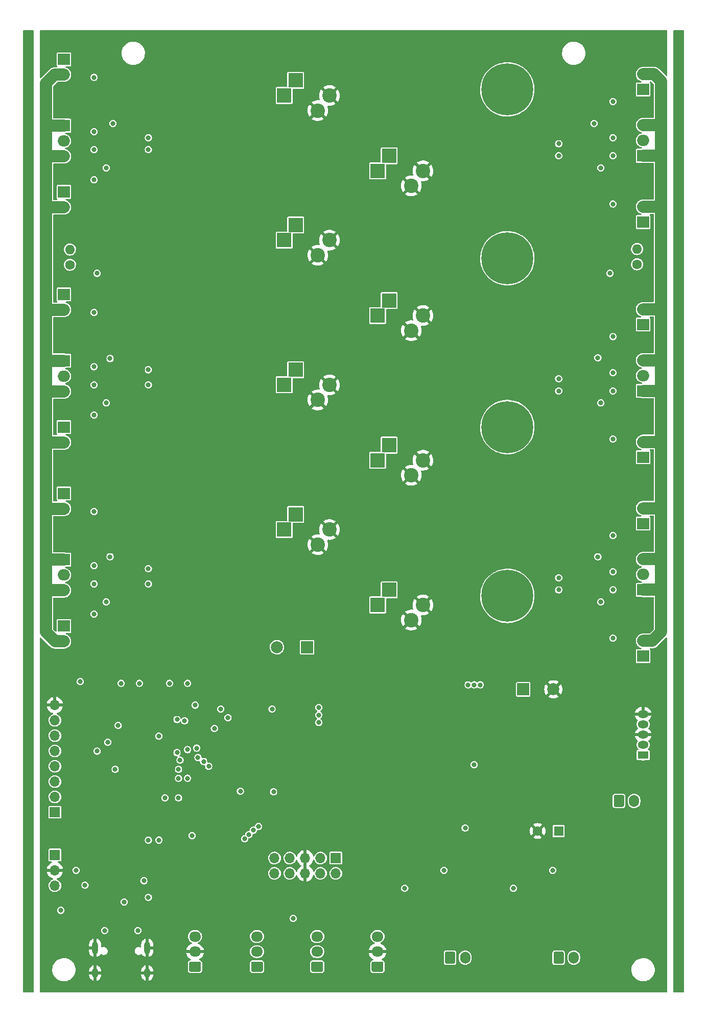
<source format=gbl>
G04 #@! TF.GenerationSoftware,KiCad,Pcbnew,(5.99.0-11727-g1ec70d30af)*
G04 #@! TF.CreationDate,2021-08-20T03:51:17+02:00*
G04 #@! TF.ProjectId,motorcontroller,6d6f746f-7263-46f6-9e74-726f6c6c6572,rev?*
G04 #@! TF.SameCoordinates,Original*
G04 #@! TF.FileFunction,Copper,L4,Bot*
G04 #@! TF.FilePolarity,Positive*
%FSLAX46Y46*%
G04 Gerber Fmt 4.6, Leading zero omitted, Abs format (unit mm)*
G04 Created by KiCad (PCBNEW (5.99.0-11727-g1ec70d30af)) date 2021-08-20 03:51:17*
%MOMM*%
%LPD*%
G01*
G04 APERTURE LIST*
G04 #@! TA.AperFunction,ComponentPad*
%ADD10R,2.400000X2.400000*%
G04 #@! TD*
G04 #@! TA.AperFunction,ComponentPad*
%ADD11C,2.400000*%
G04 #@! TD*
G04 #@! TA.AperFunction,ComponentPad*
%ADD12R,2.000000X1.905000*%
G04 #@! TD*
G04 #@! TA.AperFunction,ComponentPad*
%ADD13O,2.000000X1.905000*%
G04 #@! TD*
G04 #@! TA.AperFunction,ComponentPad*
%ADD14C,1.600000*%
G04 #@! TD*
G04 #@! TA.AperFunction,ComponentPad*
%ADD15O,1.600000X1.600000*%
G04 #@! TD*
G04 #@! TA.AperFunction,ComponentPad*
%ADD16R,1.700000X1.700000*%
G04 #@! TD*
G04 #@! TA.AperFunction,ComponentPad*
%ADD17O,1.700000X1.700000*%
G04 #@! TD*
G04 #@! TA.AperFunction,ComponentPad*
%ADD18O,1.950000X1.700000*%
G04 #@! TD*
G04 #@! TA.AperFunction,ComponentPad*
%ADD19C,8.600000*%
G04 #@! TD*
G04 #@! TA.AperFunction,ComponentPad*
%ADD20R,2.000000X2.000000*%
G04 #@! TD*
G04 #@! TA.AperFunction,ComponentPad*
%ADD21C,2.000000*%
G04 #@! TD*
G04 #@! TA.AperFunction,ComponentPad*
%ADD22R,1.800000X1.275000*%
G04 #@! TD*
G04 #@! TA.AperFunction,ComponentPad*
%ADD23O,1.800000X1.275000*%
G04 #@! TD*
G04 #@! TA.AperFunction,ComponentPad*
%ADD24O,1.700000X2.000000*%
G04 #@! TD*
G04 #@! TA.AperFunction,ComponentPad*
%ADD25R,1.600000X1.600000*%
G04 #@! TD*
G04 #@! TA.AperFunction,ComponentPad*
%ADD26O,1.000000X2.100000*%
G04 #@! TD*
G04 #@! TA.AperFunction,ComponentPad*
%ADD27O,1.000000X1.600000*%
G04 #@! TD*
G04 #@! TA.AperFunction,ViaPad*
%ADD28C,0.800000*%
G04 #@! TD*
G04 #@! TA.AperFunction,Conductor*
%ADD29C,2.000000*%
G04 #@! TD*
G04 APERTURE END LIST*
D10*
G04 #@! TO.P,C205,1*
G04 #@! TO.N,+BATT*
X68500000Y-36000000D03*
X70419873Y-33500000D03*
D11*
G04 #@! TO.P,C205,2*
G04 #@! TO.N,GND*
X74080127Y-38500000D03*
X76000000Y-36000000D03*
G04 #@! TD*
D10*
G04 #@! TO.P,C206,1*
G04 #@! TO.N,+BATT*
X84000000Y-48500000D03*
X85919873Y-46000000D03*
D11*
G04 #@! TO.P,C206,2*
G04 #@! TO.N,GND*
X89580127Y-51000000D03*
X91500000Y-48500000D03*
G04 #@! TD*
D10*
G04 #@! TO.P,C207,1*
G04 #@! TO.N,+BATT*
X68500000Y-60000000D03*
X70419873Y-57500000D03*
D11*
G04 #@! TO.P,C207,2*
G04 #@! TO.N,GND*
X74080127Y-62500000D03*
X76000000Y-60000000D03*
G04 #@! TD*
D10*
G04 #@! TO.P,C208,1*
G04 #@! TO.N,+BATT*
X84000000Y-72500000D03*
X85919873Y-70000000D03*
D11*
G04 #@! TO.P,C208,2*
G04 #@! TO.N,GND*
X89580127Y-75000000D03*
X91500000Y-72500000D03*
G04 #@! TD*
D10*
G04 #@! TO.P,C209,1*
G04 #@! TO.N,+BATT*
X68500000Y-84000000D03*
X70419873Y-81500000D03*
D11*
G04 #@! TO.P,C209,2*
G04 #@! TO.N,GND*
X74080127Y-86500000D03*
X76000000Y-84000000D03*
G04 #@! TD*
D10*
G04 #@! TO.P,C210,1*
G04 #@! TO.N,+BATT*
X84000000Y-96500000D03*
X85919873Y-94000000D03*
D11*
G04 #@! TO.P,C210,2*
G04 #@! TO.N,GND*
X89580127Y-99000000D03*
X91500000Y-96500000D03*
G04 #@! TD*
D10*
G04 #@! TO.P,C211,1*
G04 #@! TO.N,+BATT*
X68500000Y-108000000D03*
X70419873Y-105500000D03*
D11*
G04 #@! TO.P,C211,2*
G04 #@! TO.N,GND*
X74080127Y-110500000D03*
X76000000Y-108000000D03*
G04 #@! TD*
D10*
G04 #@! TO.P,C212,1*
G04 #@! TO.N,+BATT*
X84000000Y-120500000D03*
X85919873Y-118000000D03*
D11*
G04 #@! TO.P,C212,2*
G04 #@! TO.N,GND*
X89580127Y-123000000D03*
X91500000Y-120500000D03*
G04 #@! TD*
D12*
G04 #@! TO.P,D405,1,A*
G04 #@! TO.N,/Motor driver/MOTOR_RIGHT*
X128000000Y-85000000D03*
D13*
G04 #@! TO.P,D405,2,K*
G04 #@! TO.N,+BATT*
X128000000Y-82460000D03*
G04 #@! TO.P,D405,3,K*
G04 #@! TO.N,/Motor driver/MOTOR_RIGHT*
X128000000Y-79920000D03*
G04 #@! TD*
D14*
G04 #@! TO.P,TH401,1*
G04 #@! TO.N,+3V3*
X33000000Y-64080000D03*
D15*
G04 #@! TO.P,TH401,2*
G04 #@! TO.N,/MCU/TEMP_LEFT*
X33000000Y-61540000D03*
G04 #@! TD*
D16*
G04 #@! TO.P,J107,1,Pin_1*
G04 #@! TO.N,/MCU/MOSI*
X30500000Y-154875000D03*
D17*
G04 #@! TO.P,J107,2,Pin_2*
G04 #@! TO.N,/MCU/MISO*
X30500000Y-152335000D03*
G04 #@! TO.P,J107,3,Pin_3*
G04 #@! TO.N,/MCU/SCK*
X30500000Y-149795000D03*
G04 #@! TO.P,J107,4,Pin_4*
G04 #@! TO.N,/MCU/IO1*
X30500000Y-147255000D03*
G04 #@! TO.P,J107,5,Pin_5*
G04 #@! TO.N,/MCU/IO2*
X30500000Y-144715000D03*
G04 #@! TO.P,J107,6,Pin_6*
G04 #@! TO.N,/MCU/IO3*
X30500000Y-142175000D03*
G04 #@! TO.P,J107,7,Pin_7*
G04 #@! TO.N,+3V3*
X30500000Y-139635000D03*
G04 #@! TO.P,J107,8,Pin_8*
G04 #@! TO.N,GND*
X30500000Y-137095000D03*
G04 #@! TD*
G04 #@! TO.P,J104,1,Pin_1*
G04 #@! TO.N,/MCU/DIRECTION*
G04 #@! TA.AperFunction,ComponentPad*
G36*
G01*
X74700000Y-181350000D02*
X73250000Y-181350000D01*
G75*
G02*
X73000000Y-181100000I0J250000D01*
G01*
X73000000Y-179900000D01*
G75*
G02*
X73250000Y-179650000I250000J0D01*
G01*
X74700000Y-179650000D01*
G75*
G02*
X74950000Y-179900000I0J-250000D01*
G01*
X74950000Y-181100000D01*
G75*
G02*
X74700000Y-181350000I-250000J0D01*
G01*
G37*
G04 #@! TD.AperFunction*
D18*
G04 #@! TO.P,J104,2,Pin_2*
G04 #@! TO.N,+3V3*
X73975000Y-178000000D03*
G04 #@! TO.P,J104,3,Pin_3*
G04 #@! TO.N,/MCU/IGNITION*
X73975000Y-175500000D03*
G04 #@! TD*
D19*
G04 #@! TO.P,H112,1,1*
G04 #@! TO.N,+BATT*
X105500000Y-91000000D03*
G04 #@! TD*
D16*
G04 #@! TO.P,J106,1,Pin_1*
G04 #@! TO.N,Net-(J106-Pad1)*
X30500000Y-161975000D03*
D17*
G04 #@! TO.P,J106,2,Pin_2*
G04 #@! TO.N,GND*
X30500000Y-164515000D03*
G04 #@! TO.P,J106,3,Pin_3*
G04 #@! TO.N,Net-(J106-Pad3)*
X30500000Y-167055000D03*
G04 #@! TD*
D20*
G04 #@! TO.P,BZ101,1,-*
G04 #@! TO.N,+3V3*
X72310784Y-127500000D03*
D21*
G04 #@! TO.P,BZ101,2,+*
G04 #@! TO.N,Net-(BZ101-Pad2)*
X67310784Y-127500000D03*
G04 #@! TD*
G04 #@! TO.P,J103,1,Pin_1*
G04 #@! TO.N,/MCU/STEER_LOCK_RIGHT*
G04 #@! TA.AperFunction,ComponentPad*
G36*
G01*
X64725000Y-181350000D02*
X63275000Y-181350000D01*
G75*
G02*
X63025000Y-181100000I0J250000D01*
G01*
X63025000Y-179900000D01*
G75*
G02*
X63275000Y-179650000I250000J0D01*
G01*
X64725000Y-179650000D01*
G75*
G02*
X64975000Y-179900000I0J-250000D01*
G01*
X64975000Y-181100000D01*
G75*
G02*
X64725000Y-181350000I-250000J0D01*
G01*
G37*
G04 #@! TD.AperFunction*
D18*
G04 #@! TO.P,J103,2,Pin_2*
G04 #@! TO.N,+3V3*
X64000000Y-178000000D03*
G04 #@! TO.P,J103,3,Pin_3*
G04 #@! TO.N,/MCU/STEER_LOCK_LEFT*
X64000000Y-175500000D03*
G04 #@! TD*
D12*
G04 #@! TO.P,D401,1,A*
G04 #@! TO.N,/Motor driver/MOTOR_LEFT*
X32000000Y-41000000D03*
D13*
G04 #@! TO.P,D401,2,K*
G04 #@! TO.N,+BATT*
X32000000Y-43540000D03*
G04 #@! TO.P,D401,3,K*
G04 #@! TO.N,/Motor driver/MOTOR_LEFT*
X32000000Y-46080000D03*
G04 #@! TD*
D19*
G04 #@! TO.P,H111,1,1*
G04 #@! TO.N,GND*
X54500000Y-91000000D03*
G04 #@! TD*
D12*
G04 #@! TO.P,Q412,1,G*
G04 #@! TO.N,Net-(Q412-Pad1)*
X128000000Y-129000000D03*
D13*
G04 #@! TO.P,Q412,2,D*
G04 #@! TO.N,/Motor driver/MOTOR_RIGHT*
X128000000Y-126460000D03*
G04 #@! TO.P,Q412,3,S*
G04 #@! TO.N,GND*
X128000000Y-123920000D03*
G04 #@! TD*
D22*
G04 #@! TO.P,U201,1,VIN*
G04 #@! TO.N,Net-(C201-Pad1)*
X128000000Y-145400000D03*
D23*
G04 #@! TO.P,U201,2,VOUT*
G04 #@! TO.N,Net-(D203-Pad1)*
X128000000Y-143700000D03*
G04 #@! TO.P,U201,3,GND*
G04 #@! TO.N,GND*
X128000000Y-142000000D03*
G04 #@! TO.P,U201,4,FB/ADJ*
G04 #@! TO.N,Net-(C216-Pad1)*
X128000000Y-140300000D03*
G04 #@! TO.P,U201,5,~{ON}/OFF*
G04 #@! TO.N,GND*
X128000000Y-138600000D03*
G04 #@! TD*
D20*
G04 #@! TO.P,C214,1*
G04 #@! TO.N,Net-(C213-Pad1)*
X108132323Y-134500000D03*
D21*
G04 #@! TO.P,C214,2*
G04 #@! TO.N,GND*
X113132323Y-134500000D03*
G04 #@! TD*
D12*
G04 #@! TO.P,Q408,1,G*
G04 #@! TO.N,Net-(Q408-Pad1)*
X128000000Y-57000000D03*
D13*
G04 #@! TO.P,Q408,2,D*
G04 #@! TO.N,/Motor driver/MOTOR_RIGHT*
X128000000Y-54460000D03*
G04 #@! TO.P,Q408,3,S*
G04 #@! TO.N,GND*
X128000000Y-51920000D03*
G04 #@! TD*
D12*
G04 #@! TO.P,Q409,1,G*
G04 #@! TO.N,Net-(Q409-Pad1)*
X128000000Y-74000000D03*
D13*
G04 #@! TO.P,Q409,2,D*
G04 #@! TO.N,/Motor driver/MOTOR_RIGHT*
X128000000Y-71460000D03*
G04 #@! TO.P,Q409,3,S*
G04 #@! TO.N,GND*
X128000000Y-68920000D03*
G04 #@! TD*
D12*
G04 #@! TO.P,Q403,1,G*
G04 #@! TO.N,Net-(Q403-Pad1)*
X32000000Y-69000000D03*
D13*
G04 #@! TO.P,Q403,2,D*
G04 #@! TO.N,/Motor driver/MOTOR_LEFT*
X32000000Y-71540000D03*
G04 #@! TO.P,Q403,3,S*
G04 #@! TO.N,GND*
X32000000Y-74080000D03*
G04 #@! TD*
D12*
G04 #@! TO.P,Q402,1,G*
G04 #@! TO.N,Net-(Q402-Pad1)*
X32000000Y-52000000D03*
D13*
G04 #@! TO.P,Q402,2,D*
G04 #@! TO.N,/Motor driver/MOTOR_LEFT*
X32000000Y-54540000D03*
G04 #@! TO.P,Q402,3,S*
G04 #@! TO.N,GND*
X32000000Y-57080000D03*
G04 #@! TD*
D19*
G04 #@! TO.P,H110,1,1*
G04 #@! TO.N,+BATT*
X105500000Y-35000000D03*
G04 #@! TD*
G04 #@! TO.P,J109,1,Pin_1*
G04 #@! TO.N,/Solenoid driver/ENABLE_RIGHT_COIL*
G04 #@! TA.AperFunction,ComponentPad*
G36*
G01*
X113150000Y-179750000D02*
X113150000Y-178250000D01*
G75*
G02*
X113400000Y-178000000I250000J0D01*
G01*
X114600000Y-178000000D01*
G75*
G02*
X114850000Y-178250000I0J-250000D01*
G01*
X114850000Y-179750000D01*
G75*
G02*
X114600000Y-180000000I-250000J0D01*
G01*
X113400000Y-180000000D01*
G75*
G02*
X113150000Y-179750000I0J250000D01*
G01*
G37*
G04 #@! TD.AperFunction*
D24*
G04 #@! TO.P,J109,2,Pin_2*
G04 #@! TO.N,/Solenoid driver/ENABLE_LEFT_COIL*
X116500000Y-179000000D03*
G04 #@! TD*
D19*
G04 #@! TO.P,H109,1,1*
G04 #@! TO.N,GND*
X54500000Y-35000000D03*
G04 #@! TD*
G04 #@! TO.P,H105,1,1*
G04 #@! TO.N,GND*
X54500000Y-119000000D03*
G04 #@! TD*
G04 #@! TO.P,H107,1,1*
G04 #@! TO.N,GND*
X54500000Y-63000000D03*
G04 #@! TD*
D14*
G04 #@! TO.P,TH402,1*
G04 #@! TO.N,+3V3*
X127000000Y-64000000D03*
D15*
G04 #@! TO.P,TH402,2*
G04 #@! TO.N,/MCU/TEMP_RIGHT*
X127000000Y-61460000D03*
G04 #@! TD*
D12*
G04 #@! TO.P,Q407,1,G*
G04 #@! TO.N,Net-(Q407-Pad1)*
X128000000Y-35000000D03*
D13*
G04 #@! TO.P,Q407,2,D*
G04 #@! TO.N,/Motor driver/MOTOR_RIGHT*
X128000000Y-32460000D03*
G04 #@! TO.P,Q407,3,S*
G04 #@! TO.N,GND*
X128000000Y-29920000D03*
G04 #@! TD*
D12*
G04 #@! TO.P,Q411,1,G*
G04 #@! TO.N,Net-(Q411-Pad1)*
X128000000Y-107000000D03*
D13*
G04 #@! TO.P,Q411,2,D*
G04 #@! TO.N,/Motor driver/MOTOR_RIGHT*
X128000000Y-104460000D03*
G04 #@! TO.P,Q411,3,S*
G04 #@! TO.N,GND*
X128000000Y-101920000D03*
G04 #@! TD*
G04 #@! TO.P,J110,1,Pin_1*
G04 #@! TO.N,Net-(D104-Pad2)*
G04 #@! TA.AperFunction,ComponentPad*
G36*
G01*
X54450000Y-181350000D02*
X53000000Y-181350000D01*
G75*
G02*
X52750000Y-181100000I0J250000D01*
G01*
X52750000Y-179900000D01*
G75*
G02*
X53000000Y-179650000I250000J0D01*
G01*
X54450000Y-179650000D01*
G75*
G02*
X54700000Y-179900000I0J-250000D01*
G01*
X54700000Y-181100000D01*
G75*
G02*
X54450000Y-181350000I-250000J0D01*
G01*
G37*
G04 #@! TD.AperFunction*
D18*
G04 #@! TO.P,J110,2,Pin_2*
G04 #@! TO.N,GND*
X53725000Y-178000000D03*
G04 #@! TO.P,J110,3,Pin_3*
G04 #@! TO.N,Net-(D104-Pad1)*
X53725000Y-175500000D03*
G04 #@! TD*
D12*
G04 #@! TO.P,Q404,1,G*
G04 #@! TO.N,Net-(Q404-Pad1)*
X32000000Y-91000000D03*
D13*
G04 #@! TO.P,Q404,2,D*
G04 #@! TO.N,/Motor driver/MOTOR_LEFT*
X32000000Y-93540000D03*
G04 #@! TO.P,Q404,3,S*
G04 #@! TO.N,GND*
X32000000Y-96080000D03*
G04 #@! TD*
G04 #@! TO.P,J105,1,Pin_1*
G04 #@! TO.N,+3V3*
G04 #@! TA.AperFunction,ComponentPad*
G36*
G01*
X84700000Y-181350000D02*
X83250000Y-181350000D01*
G75*
G02*
X83000000Y-181100000I0J250000D01*
G01*
X83000000Y-179900000D01*
G75*
G02*
X83250000Y-179650000I250000J0D01*
G01*
X84700000Y-179650000D01*
G75*
G02*
X84950000Y-179900000I0J-250000D01*
G01*
X84950000Y-181100000D01*
G75*
G02*
X84700000Y-181350000I-250000J0D01*
G01*
G37*
G04 #@! TD.AperFunction*
D18*
G04 #@! TO.P,J105,2,Pin_2*
G04 #@! TO.N,GND*
X83975000Y-178000000D03*
G04 #@! TO.P,J105,3,Pin_3*
G04 #@! TO.N,/MCU/THROTTLE*
X83975000Y-175500000D03*
G04 #@! TD*
D12*
G04 #@! TO.P,D403,1,A*
G04 #@! TO.N,/Motor driver/MOTOR_LEFT*
X32000000Y-113000000D03*
D13*
G04 #@! TO.P,D403,2,K*
G04 #@! TO.N,+BATT*
X32000000Y-115540000D03*
G04 #@! TO.P,D403,3,K*
G04 #@! TO.N,/Motor driver/MOTOR_LEFT*
X32000000Y-118080000D03*
G04 #@! TD*
D12*
G04 #@! TO.P,D404,1,A*
G04 #@! TO.N,/Motor driver/MOTOR_RIGHT*
X128000000Y-46000000D03*
D13*
G04 #@! TO.P,D404,2,K*
G04 #@! TO.N,+BATT*
X128000000Y-43460000D03*
G04 #@! TO.P,D404,3,K*
G04 #@! TO.N,/Motor driver/MOTOR_RIGHT*
X128000000Y-40920000D03*
G04 #@! TD*
D12*
G04 #@! TO.P,Q410,1,G*
G04 #@! TO.N,Net-(Q410-Pad1)*
X128000000Y-96000000D03*
D13*
G04 #@! TO.P,Q410,2,D*
G04 #@! TO.N,/Motor driver/MOTOR_RIGHT*
X128000000Y-93460000D03*
G04 #@! TO.P,Q410,3,S*
G04 #@! TO.N,GND*
X128000000Y-90920000D03*
G04 #@! TD*
D25*
G04 #@! TO.P,C201,1*
G04 #@! TO.N,Net-(C201-Pad1)*
X114000000Y-158000000D03*
D14*
G04 #@! TO.P,C201,2*
G04 #@! TO.N,GND*
X110500000Y-158000000D03*
G04 #@! TD*
G04 #@! TO.P,J201,1,Pin_1*
G04 #@! TO.N,Net-(C201-Pad1)*
G04 #@! TA.AperFunction,ComponentPad*
G36*
G01*
X123150000Y-153750000D02*
X123150000Y-152250000D01*
G75*
G02*
X123400000Y-152000000I250000J0D01*
G01*
X124600000Y-152000000D01*
G75*
G02*
X124850000Y-152250000I0J-250000D01*
G01*
X124850000Y-153750000D01*
G75*
G02*
X124600000Y-154000000I-250000J0D01*
G01*
X123400000Y-154000000D01*
G75*
G02*
X123150000Y-153750000I0J250000D01*
G01*
G37*
G04 #@! TD.AperFunction*
D24*
G04 #@! TO.P,J201,2,Pin_2*
G04 #@! TO.N,+BATT*
X126500000Y-153000000D03*
G04 #@! TD*
D12*
G04 #@! TO.P,Q401,1,G*
G04 #@! TO.N,Net-(Q401-Pad1)*
X32000000Y-30000000D03*
D13*
G04 #@! TO.P,Q401,2,D*
G04 #@! TO.N,/Motor driver/MOTOR_LEFT*
X32000000Y-32540000D03*
G04 #@! TO.P,Q401,3,S*
G04 #@! TO.N,GND*
X32000000Y-35080000D03*
G04 #@! TD*
D26*
G04 #@! TO.P,J101,S1,SHIELD*
G04 #@! TO.N,GND*
X45820000Y-177370000D03*
D27*
X45820000Y-181550000D03*
X37180000Y-181550000D03*
D26*
X37180000Y-177370000D03*
G04 #@! TD*
D19*
G04 #@! TO.P,H108,1,1*
G04 #@! TO.N,+BATT*
X105500000Y-63000000D03*
G04 #@! TD*
G04 #@! TO.P,J108,1,Pin_1*
G04 #@! TO.N,/Solenoid driver/DIRECTION_COIL2*
G04 #@! TA.AperFunction,ComponentPad*
G36*
G01*
X95150000Y-179750000D02*
X95150000Y-178250000D01*
G75*
G02*
X95400000Y-178000000I250000J0D01*
G01*
X96600000Y-178000000D01*
G75*
G02*
X96850000Y-178250000I0J-250000D01*
G01*
X96850000Y-179750000D01*
G75*
G02*
X96600000Y-180000000I-250000J0D01*
G01*
X95400000Y-180000000D01*
G75*
G02*
X95150000Y-179750000I0J250000D01*
G01*
G37*
G04 #@! TD.AperFunction*
D24*
G04 #@! TO.P,J108,2,Pin_2*
G04 #@! TO.N,/Solenoid driver/DIRECTION_COIL1*
X98500000Y-179000000D03*
G04 #@! TD*
D12*
G04 #@! TO.P,D402,1,A*
G04 #@! TO.N,/Motor driver/MOTOR_LEFT*
X32000000Y-80000000D03*
D13*
G04 #@! TO.P,D402,2,K*
G04 #@! TO.N,+BATT*
X32000000Y-82540000D03*
G04 #@! TO.P,D402,3,K*
G04 #@! TO.N,/Motor driver/MOTOR_LEFT*
X32000000Y-85080000D03*
G04 #@! TD*
D12*
G04 #@! TO.P,D406,1,A*
G04 #@! TO.N,/Motor driver/MOTOR_RIGHT*
X128000000Y-118000000D03*
D13*
G04 #@! TO.P,D406,2,K*
G04 #@! TO.N,+BATT*
X128000000Y-115460000D03*
G04 #@! TO.P,D406,3,K*
G04 #@! TO.N,/Motor driver/MOTOR_RIGHT*
X128000000Y-112920000D03*
G04 #@! TD*
D16*
G04 #@! TO.P,J102,1,RST*
G04 #@! TO.N,/MCU/~{RST}*
X77075000Y-162480000D03*
D17*
G04 #@! TO.P,J102,2,SWCLK*
G04 #@! TO.N,/MCU/SWCLK*
X77075000Y-165020000D03*
G04 #@! TO.P,J102,3,SWIM*
G04 #@! TO.N,/MCU/TRACESWO*
X74535000Y-162480000D03*
G04 #@! TO.P,J102,4,SWDIO*
G04 #@! TO.N,/MCU/SWDIO*
X74535000Y-165020000D03*
G04 #@! TO.P,J102,5,GND*
G04 #@! TO.N,GND*
X71995000Y-162480000D03*
G04 #@! TO.P,J102,6,GND*
X71995000Y-165020000D03*
G04 #@! TO.P,J102,7,3V3*
G04 #@! TO.N,+3V3*
X69455000Y-162480000D03*
G04 #@! TO.P,J102,8,3V3*
X69455000Y-165020000D03*
G04 #@! TO.P,J102,9,5V*
G04 #@! TO.N,unconnected-(J102-Pad10)*
X66915000Y-162480000D03*
G04 #@! TO.P,J102,10,5V*
X66915000Y-165020000D03*
G04 #@! TD*
D12*
G04 #@! TO.P,Q406,1,G*
G04 #@! TO.N,Net-(Q406-Pad1)*
X32000000Y-124000000D03*
D13*
G04 #@! TO.P,Q406,2,D*
G04 #@! TO.N,/Motor driver/MOTOR_LEFT*
X32000000Y-126540000D03*
G04 #@! TO.P,Q406,3,S*
G04 #@! TO.N,GND*
X32000000Y-129080000D03*
G04 #@! TD*
D19*
G04 #@! TO.P,H106,1,1*
G04 #@! TO.N,+BATT*
X105500000Y-119000000D03*
G04 #@! TD*
D12*
G04 #@! TO.P,Q405,1,G*
G04 #@! TO.N,Net-(Q405-Pad1)*
X32000000Y-102000000D03*
D13*
G04 #@! TO.P,Q405,2,D*
G04 #@! TO.N,/Motor driver/MOTOR_LEFT*
X32000000Y-104540000D03*
G04 #@! TO.P,Q405,3,S*
G04 #@! TO.N,GND*
X32000000Y-107080000D03*
G04 #@! TD*
D28*
G04 #@! TO.N,GND*
X80500000Y-152000000D03*
G04 #@! TO.N,+3V3*
X34710000Y-133210000D03*
X47724500Y-142250000D03*
X34000000Y-164500000D03*
X66500000Y-137750000D03*
X74250000Y-137500000D03*
X48750000Y-152500000D03*
X39250000Y-143250000D03*
X37500000Y-144750000D03*
X59199520Y-139199520D03*
X53250000Y-158750000D03*
X41000000Y-140500000D03*
X40500000Y-147750000D03*
X74250000Y-138750000D03*
X61250000Y-151387500D03*
X31500000Y-171162500D03*
X74250000Y-140000000D03*
G04 #@! TO.N,GND*
X61250000Y-153250000D03*
X40000000Y-169750000D03*
X68449520Y-144750000D03*
X43000000Y-87000000D03*
X57000000Y-132000000D03*
X115000000Y-171000000D03*
X91000000Y-152500000D03*
X93500000Y-152500000D03*
X91000000Y-143750000D03*
X41862500Y-40637500D03*
X90500000Y-157500000D03*
X37750000Y-169500000D03*
X43500000Y-127500000D03*
X43000000Y-120000000D03*
X119500000Y-62000000D03*
X54750000Y-158750000D03*
X43000000Y-48000000D03*
X99230000Y-171000000D03*
X40500000Y-162500000D03*
X84500000Y-135500000D03*
X49500000Y-159500000D03*
X47637500Y-140387500D03*
X47000000Y-134500000D03*
X46000000Y-151250000D03*
X92500000Y-152500000D03*
X60000000Y-178500000D03*
X40500000Y-62000000D03*
X62000000Y-137750000D03*
X40500000Y-64000000D03*
X117500000Y-79500000D03*
X119500000Y-64000000D03*
X69975000Y-178500000D03*
X62449520Y-143699520D03*
X117500000Y-112500000D03*
X36500000Y-147750000D03*
X117500000Y-171000000D03*
X118137500Y-40637500D03*
X32750000Y-156000000D03*
X84500000Y-137500000D03*
X42750000Y-162500000D03*
X33500000Y-171662500D03*
X58500000Y-134250000D03*
X96730000Y-171000000D03*
X117000000Y-48000000D03*
X51750000Y-170750000D03*
X42500000Y-79500000D03*
X95000000Y-152500000D03*
X44250000Y-169500000D03*
X121500000Y-136500000D03*
X54000000Y-132000000D03*
X117000000Y-120000000D03*
X84500000Y-136500000D03*
X117000000Y-87000000D03*
X42500000Y-112500000D03*
X120000000Y-148000000D03*
G04 #@! TO.N,+12V*
X39000000Y-87000000D03*
X40137500Y-40637500D03*
X121000000Y-48000000D03*
X120500000Y-79500000D03*
X39650500Y-112500000D03*
X100000000Y-133750000D03*
X39000000Y-48000000D03*
X99000000Y-133750000D03*
X121000000Y-87000000D03*
X119862500Y-40637500D03*
X121000000Y-120000000D03*
X39650500Y-79637500D03*
X39000000Y-120000000D03*
X101000000Y-133750000D03*
X120500000Y-112500000D03*
G04 #@! TO.N,/MCU/~{RST}*
X64250000Y-157250000D03*
X58000000Y-137750000D03*
X56000000Y-147250000D03*
G04 #@! TO.N,/MCU/TEMP_LEFT*
X37500000Y-65500000D03*
X41500000Y-133500000D03*
G04 #@! TO.N,/MCU/TEMP_RIGHT*
X122500000Y-65500000D03*
X52500000Y-133500000D03*
G04 #@! TO.N,VBUS*
X42000000Y-169750000D03*
X100000000Y-147000000D03*
X35500000Y-167000000D03*
X98500000Y-157500000D03*
X46000000Y-169000000D03*
G04 #@! TO.N,Net-(J101-PadA4)*
X38750000Y-174500000D03*
X44250000Y-174500000D03*
G04 #@! TO.N,/MCU/SWCLK*
X62671420Y-158578600D03*
X51000000Y-149250000D03*
G04 #@! TO.N,/MCU/TRACESWO*
X61964655Y-159285344D03*
X52500000Y-149250000D03*
G04 #@! TO.N,/MCU/SWDIO*
X63378087Y-157871757D03*
X51000000Y-147750000D03*
G04 #@! TO.N,/MCU/IGNITION*
X52500000Y-144500000D03*
X70000000Y-172500000D03*
G04 #@! TO.N,/MCU/THROTTLE*
X66750000Y-151500000D03*
X56938000Y-141000000D03*
G04 #@! TO.N,/MCU/BEEP*
X54000000Y-144250000D03*
X53775500Y-137125000D03*
G04 #@! TO.N,/MCU/USB_PULL*
X45250000Y-166250000D03*
X51000000Y-152500000D03*
G04 #@! TO.N,/MCU/PWM_LEFT*
X44500000Y-133500000D03*
X46000000Y-84000000D03*
X46000000Y-114500000D03*
X46000000Y-45000000D03*
X51250000Y-146250000D03*
X46000000Y-117000000D03*
X46000000Y-81500000D03*
X46000000Y-43000000D03*
G04 #@! TO.N,/MCU/PWM_RIGHT*
X114000000Y-44000000D03*
X50750000Y-145000000D03*
X114000000Y-46000000D03*
X49500000Y-133500000D03*
X114000000Y-118000000D03*
X114000000Y-83000000D03*
X114000000Y-85000000D03*
X114000000Y-116000000D03*
G04 #@! TO.N,Net-(R411-Pad1)*
X123000000Y-43000000D03*
X123000000Y-37000000D03*
G04 #@! TO.N,Net-(R412-Pad2)*
X123000000Y-54000000D03*
X123000000Y-46000000D03*
G04 #@! TO.N,/MCU/DIRECTION1*
X55153693Y-146450178D03*
X95000000Y-164500000D03*
G04 #@! TO.N,/MCU/DIRECTION2*
X88500000Y-167500000D03*
X54214851Y-145800246D03*
G04 #@! TO.N,/MCU/ENABLE_LEFT*
X50750000Y-139500000D03*
X113000000Y-164500000D03*
G04 #@! TO.N,/MCU/ENABLE_RIGHT*
X52012299Y-139737701D03*
X106500000Y-167500000D03*
G04 #@! TO.N,Net-(R406-Pad2)*
X37000000Y-84000000D03*
X37000000Y-89000000D03*
G04 #@! TO.N,Net-(R407-Pad1)*
X37000000Y-114000000D03*
X37000000Y-105000000D03*
G04 #@! TO.N,Net-(R413-Pad1)*
X123000000Y-82000000D03*
X123000000Y-76000000D03*
G04 #@! TO.N,Net-(R414-Pad2)*
X123000000Y-85000000D03*
X123000000Y-93000000D03*
G04 #@! TO.N,Net-(R415-Pad1)*
X123000000Y-115000000D03*
X123000000Y-109000000D03*
G04 #@! TO.N,Net-(R416-Pad2)*
X123000000Y-118000000D03*
X123000000Y-126000000D03*
G04 #@! TO.N,Net-(R403-Pad1)*
X37000000Y-33000000D03*
X37000000Y-42000000D03*
G04 #@! TO.N,Net-(R404-Pad2)*
X37000000Y-50000000D03*
X37000000Y-45000000D03*
G04 #@! TO.N,Net-(R405-Pad1)*
X37000000Y-72000000D03*
X37000000Y-81000000D03*
G04 #@! TO.N,Net-(R408-Pad2)*
X37000000Y-122000000D03*
X37000000Y-117000000D03*
G04 #@! TO.N,Net-(J106-Pad1)*
X46000000Y-159500000D03*
G04 #@! TO.N,Net-(J106-Pad3)*
X47750000Y-159500000D03*
G04 #@! TD*
D29*
G04 #@! TO.N,/Motor driver/MOTOR_LEFT*
X32000000Y-41000000D02*
X29000000Y-41000000D01*
X32000000Y-93540000D02*
X29540000Y-93540000D01*
X29000000Y-34000000D02*
X30460000Y-32540000D01*
X30460000Y-32540000D02*
X32000000Y-32540000D01*
X29000000Y-34000000D02*
X29000000Y-125000000D01*
X32000000Y-80000000D02*
X29000000Y-80000000D01*
X32000000Y-71540000D02*
X29540000Y-71540000D01*
X32000000Y-113000000D02*
X29000000Y-113000000D01*
X32000000Y-46080000D02*
X29080000Y-46080000D01*
X32000000Y-126540000D02*
X30540000Y-126540000D01*
X32000000Y-104540000D02*
X29540000Y-104540000D01*
X32000000Y-54540000D02*
X29460000Y-54540000D01*
X32000000Y-85080000D02*
X29080000Y-85080000D01*
X32000000Y-118080000D02*
X29080000Y-118080000D01*
X29000000Y-125000000D02*
X30540000Y-126540000D01*
G04 #@! TO.N,/Motor driver/MOTOR_RIGHT*
X128000000Y-112920000D02*
X130920000Y-112920000D01*
X128000000Y-71460000D02*
X130460000Y-71460000D01*
X128000000Y-79920000D02*
X130920000Y-79920000D01*
X128000000Y-40920000D02*
X130920000Y-40920000D01*
X128000000Y-126460000D02*
X129540000Y-126460000D01*
X129540000Y-126460000D02*
X131000000Y-125000000D01*
X129811522Y-32460000D02*
X131000000Y-33648478D01*
X128000000Y-104460000D02*
X130540000Y-104460000D01*
X128000000Y-93460000D02*
X130460000Y-93460000D01*
X128000000Y-46000000D02*
X131000000Y-46000000D01*
X128000000Y-85000000D02*
X131000000Y-85000000D01*
X131000000Y-33648478D02*
X131000000Y-125000000D01*
X128000000Y-118000000D02*
X131000000Y-118000000D01*
X128000000Y-54460000D02*
X130460000Y-54460000D01*
X128000000Y-32460000D02*
X129811522Y-32460000D01*
G04 #@! TD*
G04 #@! TA.AperFunction,NonConductor*
G36*
X134742121Y-25220002D02*
G01*
X134788614Y-25273658D01*
X134800000Y-25326000D01*
X134800000Y-184674000D01*
X134779998Y-184742121D01*
X134726342Y-184788614D01*
X134674000Y-184800000D01*
X133126000Y-184800000D01*
X133057879Y-184779998D01*
X133011386Y-184726342D01*
X133000000Y-184674000D01*
X133000000Y-25326000D01*
X133020002Y-25257879D01*
X133073658Y-25211386D01*
X133126000Y-25200000D01*
X134674000Y-25200000D01*
X134742121Y-25220002D01*
G37*
G04 #@! TD.AperFunction*
G04 #@! TA.AperFunction,NonConductor*
G36*
X26942121Y-25220002D02*
G01*
X26988614Y-25273658D01*
X27000000Y-25326000D01*
X27000000Y-184674000D01*
X26979998Y-184742121D01*
X26926342Y-184788614D01*
X26874000Y-184800000D01*
X25326000Y-184800000D01*
X25257879Y-184779998D01*
X25211386Y-184726342D01*
X25200000Y-184674000D01*
X25200000Y-25326000D01*
X25220002Y-25257879D01*
X25273658Y-25211386D01*
X25326000Y-25200000D01*
X26874000Y-25200000D01*
X26942121Y-25220002D01*
G37*
G04 #@! TD.AperFunction*
G04 #@! TA.AperFunction,Conductor*
G04 #@! TO.N,GND*
G36*
X131942121Y-25220002D02*
G01*
X131988614Y-25273658D01*
X132000000Y-25326000D01*
X132000000Y-32646525D01*
X131979998Y-32714646D01*
X131926342Y-32761139D01*
X131856068Y-32771243D01*
X131791488Y-32741749D01*
X131784905Y-32735620D01*
X130692042Y-31642757D01*
X130686405Y-31636739D01*
X130645237Y-31589796D01*
X130641432Y-31585457D01*
X130636901Y-31581885D01*
X130568408Y-31527889D01*
X130565846Y-31525814D01*
X130498847Y-31470092D01*
X130498845Y-31470090D01*
X130494405Y-31466398D01*
X130489361Y-31463573D01*
X130489235Y-31463502D01*
X130472813Y-31452529D01*
X130472698Y-31452438D01*
X130472693Y-31452435D01*
X130468162Y-31448863D01*
X130431293Y-31429465D01*
X130385905Y-31405585D01*
X130383024Y-31404021D01*
X130301901Y-31358590D01*
X130296302Y-31356690D01*
X130278135Y-31348884D01*
X130278016Y-31348822D01*
X130272902Y-31346131D01*
X130184128Y-31318566D01*
X130181002Y-31317550D01*
X130098443Y-31289525D01*
X130098438Y-31289524D01*
X130092974Y-31287669D01*
X130087106Y-31286818D01*
X130067852Y-31282461D01*
X130067705Y-31282415D01*
X130067699Y-31282414D01*
X130062189Y-31280703D01*
X130056461Y-31280025D01*
X130056456Y-31280024D01*
X129982716Y-31271297D01*
X129969866Y-31269776D01*
X129966607Y-31269347D01*
X129950349Y-31266990D01*
X129880333Y-31256837D01*
X129880329Y-31256837D01*
X129874620Y-31256009D01*
X129788236Y-31259403D01*
X129783289Y-31259500D01*
X127944030Y-31259500D01*
X127780289Y-31274546D01*
X127774727Y-31276115D01*
X127774725Y-31276115D01*
X127674112Y-31304491D01*
X127567936Y-31334435D01*
X127545091Y-31345701D01*
X127408894Y-31412866D01*
X127370053Y-31432020D01*
X127365427Y-31435474D01*
X127365426Y-31435475D01*
X127258300Y-31515470D01*
X127193267Y-31564033D01*
X127122508Y-31640580D01*
X127051109Y-31717819D01*
X127043499Y-31726051D01*
X126925764Y-31912650D01*
X126844006Y-32117579D01*
X126842880Y-32123239D01*
X126842879Y-32123243D01*
X126802456Y-32326466D01*
X126800962Y-32333976D01*
X126800886Y-32339751D01*
X126800886Y-32339755D01*
X126799578Y-32439708D01*
X126798074Y-32554594D01*
X126799053Y-32560291D01*
X126799053Y-32560292D01*
X126825576Y-32714646D01*
X126835438Y-32772043D01*
X126911804Y-32979043D01*
X126914756Y-32984004D01*
X126914756Y-32984005D01*
X126940709Y-33027627D01*
X127024614Y-33168659D01*
X127170090Y-33334543D01*
X127343360Y-33471137D01*
X127538620Y-33573869D01*
X127624924Y-33600667D01*
X127684049Y-33639970D01*
X127712540Y-33705000D01*
X127701350Y-33775109D01*
X127654033Y-33828039D01*
X127587560Y-33847000D01*
X126980252Y-33847000D01*
X126974184Y-33848207D01*
X126933939Y-33856212D01*
X126933938Y-33856212D01*
X126921769Y-33858633D01*
X126855448Y-33902948D01*
X126811133Y-33969269D01*
X126799500Y-34027752D01*
X126799500Y-35972248D01*
X126811133Y-36030731D01*
X126855448Y-36097052D01*
X126921769Y-36141367D01*
X126933938Y-36143788D01*
X126933939Y-36143788D01*
X126974184Y-36151793D01*
X126980252Y-36153000D01*
X129019748Y-36153000D01*
X129025816Y-36151793D01*
X129066061Y-36143788D01*
X129066062Y-36143788D01*
X129078231Y-36141367D01*
X129144552Y-36097052D01*
X129188867Y-36030731D01*
X129200500Y-35972248D01*
X129200500Y-34027752D01*
X129188867Y-33969269D01*
X129144552Y-33902948D01*
X129134239Y-33896057D01*
X129134235Y-33896053D01*
X129127069Y-33891265D01*
X129081541Y-33836789D01*
X129072692Y-33766346D01*
X129103333Y-33702301D01*
X129163735Y-33664990D01*
X129197070Y-33660500D01*
X129262068Y-33660500D01*
X129330189Y-33680502D01*
X129351163Y-33697405D01*
X129762595Y-34108837D01*
X129796621Y-34171149D01*
X129799500Y-34197932D01*
X129799500Y-39593500D01*
X129779498Y-39661621D01*
X129725842Y-39708114D01*
X129673500Y-39719500D01*
X127944030Y-39719500D01*
X127780289Y-39734546D01*
X127774727Y-39736115D01*
X127774725Y-39736115D01*
X127674113Y-39764490D01*
X127567936Y-39794435D01*
X127370053Y-39892020D01*
X127365427Y-39895474D01*
X127365426Y-39895475D01*
X127250307Y-39981439D01*
X127193267Y-40024033D01*
X127043499Y-40186051D01*
X126925764Y-40372650D01*
X126844006Y-40577579D01*
X126842880Y-40583239D01*
X126842879Y-40583243D01*
X126832087Y-40637500D01*
X126800962Y-40793976D01*
X126798074Y-41014594D01*
X126799053Y-41020291D01*
X126799053Y-41020292D01*
X126806870Y-41065782D01*
X126835438Y-41232043D01*
X126911804Y-41439043D01*
X126914756Y-41444004D01*
X126914756Y-41444005D01*
X126990738Y-41571718D01*
X127024614Y-41628659D01*
X127170090Y-41794543D01*
X127343360Y-41931137D01*
X127538620Y-42033869D01*
X127708890Y-42086739D01*
X127714278Y-42088412D01*
X127773403Y-42127715D01*
X127801894Y-42192745D01*
X127790704Y-42262854D01*
X127743387Y-42315784D01*
X127711116Y-42330014D01*
X127537531Y-42378970D01*
X127347478Y-42472694D01*
X127342852Y-42476148D01*
X127342851Y-42476149D01*
X127182311Y-42596030D01*
X127177687Y-42599483D01*
X127033844Y-42755091D01*
X126920768Y-42934306D01*
X126842244Y-43131127D01*
X126841118Y-43136787D01*
X126841117Y-43136791D01*
X126808088Y-43302841D01*
X126800903Y-43338962D01*
X126800827Y-43344737D01*
X126800827Y-43344741D01*
X126799908Y-43414956D01*
X126798130Y-43550851D01*
X126799109Y-43556548D01*
X126799109Y-43556549D01*
X126807552Y-43605682D01*
X126834016Y-43759697D01*
X126907360Y-43958506D01*
X126936918Y-44008188D01*
X126974036Y-44070577D01*
X127015707Y-44140620D01*
X127155427Y-44299940D01*
X127159962Y-44303515D01*
X127159963Y-44303516D01*
X127309925Y-44421736D01*
X127321841Y-44431130D01*
X127326957Y-44433821D01*
X127326959Y-44433823D01*
X127499376Y-44524536D01*
X127509376Y-44529797D01*
X127706444Y-44590988D01*
X127711751Y-44592636D01*
X127711018Y-44594997D01*
X127764156Y-44623706D01*
X127798458Y-44685867D01*
X127793708Y-44756704D01*
X127751415Y-44813729D01*
X127709659Y-44834465D01*
X127681986Y-44842270D01*
X127647788Y-44847000D01*
X126980252Y-44847000D01*
X126974184Y-44848207D01*
X126933939Y-44856212D01*
X126933938Y-44856212D01*
X126921769Y-44858633D01*
X126855448Y-44902948D01*
X126811133Y-44969269D01*
X126808712Y-44981438D01*
X126808712Y-44981439D01*
X126800707Y-45021684D01*
X126799500Y-45027752D01*
X126799500Y-45984851D01*
X126799489Y-45986500D01*
X126798074Y-46094594D01*
X126799053Y-46100293D01*
X126799112Y-46101040D01*
X126799500Y-46110925D01*
X126799500Y-46972248D01*
X126811133Y-47030731D01*
X126855448Y-47097052D01*
X126921769Y-47141367D01*
X126933938Y-47143788D01*
X126933939Y-47143788D01*
X126974184Y-47151793D01*
X126980252Y-47153000D01*
X127645533Y-47153000D01*
X127682897Y-47158668D01*
X127743818Y-47177585D01*
X127743823Y-47177586D01*
X127749333Y-47179297D01*
X127781990Y-47183162D01*
X127924789Y-47200064D01*
X127924795Y-47200064D01*
X127928476Y-47200500D01*
X129673500Y-47200500D01*
X129741621Y-47220502D01*
X129788114Y-47274158D01*
X129799500Y-47326500D01*
X129799500Y-53133500D01*
X129779498Y-53201621D01*
X129725842Y-53248114D01*
X129673500Y-53259500D01*
X127944030Y-53259500D01*
X127780289Y-53274546D01*
X127774727Y-53276115D01*
X127774725Y-53276115D01*
X127674113Y-53304490D01*
X127567936Y-53334435D01*
X127370053Y-53432020D01*
X127193267Y-53564033D01*
X127103249Y-53661414D01*
X127070207Y-53697159D01*
X127043499Y-53726051D01*
X126925764Y-53912650D01*
X126844006Y-54117579D01*
X126842880Y-54123239D01*
X126842879Y-54123243D01*
X126823129Y-54222534D01*
X126800962Y-54333976D01*
X126798074Y-54554594D01*
X126835438Y-54772043D01*
X126911804Y-54979043D01*
X127024614Y-55168659D01*
X127170090Y-55334543D01*
X127343360Y-55471137D01*
X127538620Y-55573869D01*
X127624924Y-55600667D01*
X127684049Y-55639970D01*
X127712540Y-55705000D01*
X127701350Y-55775109D01*
X127654033Y-55828039D01*
X127587560Y-55847000D01*
X126980252Y-55847000D01*
X126974184Y-55848207D01*
X126933939Y-55856212D01*
X126933938Y-55856212D01*
X126921769Y-55858633D01*
X126855448Y-55902948D01*
X126811133Y-55969269D01*
X126799500Y-56027752D01*
X126799500Y-57972248D01*
X126811133Y-58030731D01*
X126855448Y-58097052D01*
X126921769Y-58141367D01*
X126933938Y-58143788D01*
X126933939Y-58143788D01*
X126974184Y-58151793D01*
X126980252Y-58153000D01*
X129019748Y-58153000D01*
X129025816Y-58151793D01*
X129066061Y-58143788D01*
X129066062Y-58143788D01*
X129078231Y-58141367D01*
X129144552Y-58097052D01*
X129188867Y-58030731D01*
X129200500Y-57972248D01*
X129200500Y-56027752D01*
X129188867Y-55969269D01*
X129144552Y-55902948D01*
X129134239Y-55896057D01*
X129134235Y-55896053D01*
X129127069Y-55891265D01*
X129081541Y-55836789D01*
X129072692Y-55766346D01*
X129103333Y-55702301D01*
X129163735Y-55664990D01*
X129197070Y-55660500D01*
X129673500Y-55660500D01*
X129741621Y-55680502D01*
X129788114Y-55734158D01*
X129799500Y-55786500D01*
X129799500Y-70133500D01*
X129779498Y-70201621D01*
X129725842Y-70248114D01*
X129673500Y-70259500D01*
X127944030Y-70259500D01*
X127780289Y-70274546D01*
X127774727Y-70276115D01*
X127774725Y-70276115D01*
X127674112Y-70304491D01*
X127567936Y-70334435D01*
X127370053Y-70432020D01*
X127193267Y-70564033D01*
X127043499Y-70726051D01*
X126925764Y-70912650D01*
X126844006Y-71117579D01*
X126842880Y-71123239D01*
X126842879Y-71123243D01*
X126809998Y-71288547D01*
X126800962Y-71333976D01*
X126800886Y-71339751D01*
X126800886Y-71339755D01*
X126799578Y-71439708D01*
X126798074Y-71554594D01*
X126835438Y-71772043D01*
X126911804Y-71979043D01*
X126914756Y-71984004D01*
X126914756Y-71984005D01*
X126929144Y-72008188D01*
X127024614Y-72168659D01*
X127170090Y-72334543D01*
X127343360Y-72471137D01*
X127538620Y-72573869D01*
X127624924Y-72600667D01*
X127684049Y-72639970D01*
X127712540Y-72705000D01*
X127701350Y-72775109D01*
X127654033Y-72828039D01*
X127587560Y-72847000D01*
X126980252Y-72847000D01*
X126974184Y-72848207D01*
X126933939Y-72856212D01*
X126933938Y-72856212D01*
X126921769Y-72858633D01*
X126855448Y-72902948D01*
X126811133Y-72969269D01*
X126799500Y-73027752D01*
X126799500Y-74972248D01*
X126800707Y-74978316D01*
X126807569Y-75012812D01*
X126811133Y-75030731D01*
X126855448Y-75097052D01*
X126921769Y-75141367D01*
X126933938Y-75143788D01*
X126933939Y-75143788D01*
X126974184Y-75151793D01*
X126980252Y-75153000D01*
X129019748Y-75153000D01*
X129025816Y-75151793D01*
X129066061Y-75143788D01*
X129066062Y-75143788D01*
X129078231Y-75141367D01*
X129144552Y-75097052D01*
X129188867Y-75030731D01*
X129192432Y-75012812D01*
X129199293Y-74978316D01*
X129200500Y-74972248D01*
X129200500Y-73027752D01*
X129188867Y-72969269D01*
X129144552Y-72902948D01*
X129134239Y-72896057D01*
X129134235Y-72896053D01*
X129127069Y-72891265D01*
X129081541Y-72836789D01*
X129072692Y-72766346D01*
X129103333Y-72702301D01*
X129163735Y-72664990D01*
X129197070Y-72660500D01*
X129673500Y-72660500D01*
X129741621Y-72680502D01*
X129788114Y-72734158D01*
X129799500Y-72786500D01*
X129799500Y-78593500D01*
X129779498Y-78661621D01*
X129725842Y-78708114D01*
X129673500Y-78719500D01*
X127944030Y-78719500D01*
X127780289Y-78734546D01*
X127774727Y-78736115D01*
X127774725Y-78736115D01*
X127674113Y-78764490D01*
X127567936Y-78794435D01*
X127370053Y-78892020D01*
X127365427Y-78895474D01*
X127365426Y-78895475D01*
X127250307Y-78981439D01*
X127193267Y-79024033D01*
X127043499Y-79186051D01*
X126925764Y-79372650D01*
X126844006Y-79577579D01*
X126842880Y-79583239D01*
X126842879Y-79583243D01*
X126826738Y-79664391D01*
X126800962Y-79793976D01*
X126798074Y-80014594D01*
X126799053Y-80020291D01*
X126799053Y-80020292D01*
X126813726Y-80105682D01*
X126835438Y-80232043D01*
X126911804Y-80439043D01*
X126914756Y-80444004D01*
X126914756Y-80444005D01*
X126990738Y-80571718D01*
X127024614Y-80628659D01*
X127170090Y-80794543D01*
X127343360Y-80931137D01*
X127538620Y-81033869D01*
X127681596Y-81078264D01*
X127714278Y-81088412D01*
X127773403Y-81127715D01*
X127801894Y-81192745D01*
X127790704Y-81262854D01*
X127743387Y-81315784D01*
X127711116Y-81330014D01*
X127537531Y-81378970D01*
X127347478Y-81472694D01*
X127342852Y-81476148D01*
X127342851Y-81476149D01*
X127182311Y-81596030D01*
X127177687Y-81599483D01*
X127033844Y-81755091D01*
X126920768Y-81934306D01*
X126842244Y-82131127D01*
X126841118Y-82136787D01*
X126841117Y-82136791D01*
X126802030Y-82333295D01*
X126800903Y-82338962D01*
X126800827Y-82344737D01*
X126800827Y-82344741D01*
X126799921Y-82413995D01*
X126798130Y-82550851D01*
X126799109Y-82556548D01*
X126799109Y-82556549D01*
X126827152Y-82719748D01*
X126834016Y-82759697D01*
X126907360Y-82958506D01*
X126933108Y-83001784D01*
X126974036Y-83070577D01*
X127015707Y-83140620D01*
X127155427Y-83299940D01*
X127159962Y-83303515D01*
X127159963Y-83303516D01*
X127309925Y-83421736D01*
X127321841Y-83431130D01*
X127326957Y-83433821D01*
X127326959Y-83433823D01*
X127499376Y-83524536D01*
X127509376Y-83529797D01*
X127706444Y-83590988D01*
X127711751Y-83592636D01*
X127711018Y-83594997D01*
X127764156Y-83623706D01*
X127798458Y-83685867D01*
X127793708Y-83756704D01*
X127751415Y-83813729D01*
X127709659Y-83834465D01*
X127681986Y-83842270D01*
X127647788Y-83847000D01*
X126980252Y-83847000D01*
X126974184Y-83848207D01*
X126933939Y-83856212D01*
X126933938Y-83856212D01*
X126921769Y-83858633D01*
X126855448Y-83902948D01*
X126811133Y-83969269D01*
X126808712Y-83981438D01*
X126808712Y-83981439D01*
X126803115Y-84009580D01*
X126799500Y-84027752D01*
X126799500Y-84984851D01*
X126799489Y-84986500D01*
X126798074Y-85094594D01*
X126799053Y-85100293D01*
X126799112Y-85101040D01*
X126799500Y-85110925D01*
X126799500Y-85972248D01*
X126811133Y-86030731D01*
X126855448Y-86097052D01*
X126921769Y-86141367D01*
X126933938Y-86143788D01*
X126933939Y-86143788D01*
X126974184Y-86151793D01*
X126980252Y-86153000D01*
X127645533Y-86153000D01*
X127682897Y-86158668D01*
X127743818Y-86177585D01*
X127743823Y-86177586D01*
X127749333Y-86179297D01*
X127781990Y-86183162D01*
X127924789Y-86200064D01*
X127924795Y-86200064D01*
X127928476Y-86200500D01*
X129673500Y-86200500D01*
X129741621Y-86220502D01*
X129788114Y-86274158D01*
X129799500Y-86326500D01*
X129799500Y-92133500D01*
X129779498Y-92201621D01*
X129725842Y-92248114D01*
X129673500Y-92259500D01*
X127944030Y-92259500D01*
X127780289Y-92274546D01*
X127774727Y-92276115D01*
X127774725Y-92276115D01*
X127692152Y-92299403D01*
X127567936Y-92334435D01*
X127370053Y-92432020D01*
X127193267Y-92564033D01*
X127115134Y-92648557D01*
X127070207Y-92697159D01*
X127043499Y-92726051D01*
X126925764Y-92912650D01*
X126844006Y-93117579D01*
X126842880Y-93123239D01*
X126842879Y-93123243D01*
X126823129Y-93222534D01*
X126800962Y-93333976D01*
X126800886Y-93339751D01*
X126800886Y-93339755D01*
X126799883Y-93416399D01*
X126798074Y-93554594D01*
X126835438Y-93772043D01*
X126911804Y-93979043D01*
X127024614Y-94168659D01*
X127170090Y-94334543D01*
X127343360Y-94471137D01*
X127538620Y-94573869D01*
X127624924Y-94600667D01*
X127684049Y-94639970D01*
X127712540Y-94705000D01*
X127701350Y-94775109D01*
X127654033Y-94828039D01*
X127587560Y-94847000D01*
X126980252Y-94847000D01*
X126974184Y-94848207D01*
X126933939Y-94856212D01*
X126933938Y-94856212D01*
X126921769Y-94858633D01*
X126855448Y-94902948D01*
X126811133Y-94969269D01*
X126799500Y-95027752D01*
X126799500Y-96972248D01*
X126811133Y-97030731D01*
X126855448Y-97097052D01*
X126865761Y-97103943D01*
X126910813Y-97134046D01*
X126921769Y-97141367D01*
X126933938Y-97143788D01*
X126933939Y-97143788D01*
X126974184Y-97151793D01*
X126980252Y-97153000D01*
X129019748Y-97153000D01*
X129025816Y-97151793D01*
X129066061Y-97143788D01*
X129066062Y-97143788D01*
X129078231Y-97141367D01*
X129089188Y-97134046D01*
X129134239Y-97103943D01*
X129144552Y-97097052D01*
X129188867Y-97030731D01*
X129200500Y-96972248D01*
X129200500Y-95027752D01*
X129188867Y-94969269D01*
X129144552Y-94902948D01*
X129134239Y-94896057D01*
X129134235Y-94896053D01*
X129127069Y-94891265D01*
X129081541Y-94836789D01*
X129072692Y-94766346D01*
X129103333Y-94702301D01*
X129163735Y-94664990D01*
X129197070Y-94660500D01*
X129673500Y-94660500D01*
X129741621Y-94680502D01*
X129788114Y-94734158D01*
X129799500Y-94786500D01*
X129799500Y-103133500D01*
X129779498Y-103201621D01*
X129725842Y-103248114D01*
X129673500Y-103259500D01*
X127944030Y-103259500D01*
X127780289Y-103274546D01*
X127774727Y-103276115D01*
X127774725Y-103276115D01*
X127674112Y-103304491D01*
X127567936Y-103334435D01*
X127370053Y-103432020D01*
X127193267Y-103564033D01*
X127043499Y-103726051D01*
X126925764Y-103912650D01*
X126844006Y-104117579D01*
X126842880Y-104123239D01*
X126842879Y-104123243D01*
X126802089Y-104328309D01*
X126800962Y-104333976D01*
X126800886Y-104339751D01*
X126800886Y-104339755D01*
X126799578Y-104439708D01*
X126798074Y-104554594D01*
X126835438Y-104772043D01*
X126911804Y-104979043D01*
X126914756Y-104984004D01*
X126914756Y-104984005D01*
X126929144Y-105008188D01*
X127024614Y-105168659D01*
X127170090Y-105334543D01*
X127343360Y-105471137D01*
X127538620Y-105573869D01*
X127624924Y-105600667D01*
X127684049Y-105639970D01*
X127712540Y-105705000D01*
X127701350Y-105775109D01*
X127654033Y-105828039D01*
X127587560Y-105847000D01*
X126980252Y-105847000D01*
X126974184Y-105848207D01*
X126933939Y-105856212D01*
X126933938Y-105856212D01*
X126921769Y-105858633D01*
X126855448Y-105902948D01*
X126811133Y-105969269D01*
X126799500Y-106027752D01*
X126799500Y-107972248D01*
X126811133Y-108030731D01*
X126855448Y-108097052D01*
X126921769Y-108141367D01*
X126933938Y-108143788D01*
X126933939Y-108143788D01*
X126974184Y-108151793D01*
X126980252Y-108153000D01*
X129019748Y-108153000D01*
X129025816Y-108151793D01*
X129066061Y-108143788D01*
X129066062Y-108143788D01*
X129078231Y-108141367D01*
X129144552Y-108097052D01*
X129188867Y-108030731D01*
X129200500Y-107972248D01*
X129200500Y-106027752D01*
X129188867Y-105969269D01*
X129144552Y-105902948D01*
X129134239Y-105896057D01*
X129134235Y-105896053D01*
X129127069Y-105891265D01*
X129081541Y-105836789D01*
X129072692Y-105766346D01*
X129103333Y-105702301D01*
X129163735Y-105664990D01*
X129197070Y-105660500D01*
X129673500Y-105660500D01*
X129741621Y-105680502D01*
X129788114Y-105734158D01*
X129799500Y-105786500D01*
X129799500Y-111593500D01*
X129779498Y-111661621D01*
X129725842Y-111708114D01*
X129673500Y-111719500D01*
X127944030Y-111719500D01*
X127780289Y-111734546D01*
X127774727Y-111736115D01*
X127774725Y-111736115D01*
X127674113Y-111764490D01*
X127567936Y-111794435D01*
X127370053Y-111892020D01*
X127365427Y-111895474D01*
X127365426Y-111895475D01*
X127250307Y-111981439D01*
X127193267Y-112024033D01*
X127043499Y-112186051D01*
X126925764Y-112372650D01*
X126844006Y-112577579D01*
X126842880Y-112583239D01*
X126842879Y-112583243D01*
X126826738Y-112664391D01*
X126800962Y-112793976D01*
X126798074Y-113014594D01*
X126799053Y-113020291D01*
X126799053Y-113020292D01*
X126813726Y-113105682D01*
X126835438Y-113232043D01*
X126911804Y-113439043D01*
X126914756Y-113444004D01*
X126914756Y-113444005D01*
X126990738Y-113571718D01*
X127024614Y-113628659D01*
X127170090Y-113794543D01*
X127343360Y-113931137D01*
X127538620Y-114033869D01*
X127681596Y-114078264D01*
X127714278Y-114088412D01*
X127773403Y-114127715D01*
X127801894Y-114192745D01*
X127790704Y-114262854D01*
X127743387Y-114315784D01*
X127711116Y-114330014D01*
X127537531Y-114378970D01*
X127347478Y-114472694D01*
X127342852Y-114476148D01*
X127342851Y-114476149D01*
X127185209Y-114593866D01*
X127177687Y-114599483D01*
X127103736Y-114679483D01*
X127041915Y-114746360D01*
X127033844Y-114755091D01*
X126920768Y-114934306D01*
X126842244Y-115131127D01*
X126841118Y-115136787D01*
X126841117Y-115136791D01*
X126808559Y-115300471D01*
X126800903Y-115338962D01*
X126800827Y-115344737D01*
X126800827Y-115344741D01*
X126799908Y-115414956D01*
X126798130Y-115550851D01*
X126799109Y-115556548D01*
X126799109Y-115556549D01*
X126826469Y-115715773D01*
X126834016Y-115759697D01*
X126907360Y-115958506D01*
X126951731Y-116033087D01*
X126974036Y-116070577D01*
X127015707Y-116140620D01*
X127155427Y-116299940D01*
X127159962Y-116303515D01*
X127159963Y-116303516D01*
X127309925Y-116421736D01*
X127321841Y-116431130D01*
X127326957Y-116433821D01*
X127326959Y-116433823D01*
X127499376Y-116524536D01*
X127509376Y-116529797D01*
X127706444Y-116590988D01*
X127711751Y-116592636D01*
X127711018Y-116594997D01*
X127764156Y-116623706D01*
X127798458Y-116685867D01*
X127793708Y-116756704D01*
X127751415Y-116813729D01*
X127709659Y-116834465D01*
X127681986Y-116842270D01*
X127647788Y-116847000D01*
X126980252Y-116847000D01*
X126974184Y-116848207D01*
X126933939Y-116856212D01*
X126933938Y-116856212D01*
X126921769Y-116858633D01*
X126855448Y-116902948D01*
X126811133Y-116969269D01*
X126808712Y-116981438D01*
X126808712Y-116981439D01*
X126800707Y-117021684D01*
X126799500Y-117027752D01*
X126799500Y-117984851D01*
X126799489Y-117986500D01*
X126798074Y-118094594D01*
X126799053Y-118100293D01*
X126799112Y-118101040D01*
X126799500Y-118110925D01*
X126799500Y-118972248D01*
X126811133Y-119030731D01*
X126855448Y-119097052D01*
X126921769Y-119141367D01*
X126933938Y-119143788D01*
X126933939Y-119143788D01*
X126974184Y-119151793D01*
X126980252Y-119153000D01*
X127645533Y-119153000D01*
X127682897Y-119158668D01*
X127743818Y-119177585D01*
X127743823Y-119177586D01*
X127749333Y-119179297D01*
X127781990Y-119183162D01*
X127924789Y-119200064D01*
X127924795Y-119200064D01*
X127928476Y-119200500D01*
X129673500Y-119200500D01*
X129741621Y-119220502D01*
X129788114Y-119274158D01*
X129799500Y-119326500D01*
X129799500Y-124450547D01*
X129779498Y-124518668D01*
X129762595Y-124539642D01*
X129079642Y-125222595D01*
X129017330Y-125256621D01*
X128990547Y-125259500D01*
X127944030Y-125259500D01*
X127780289Y-125274546D01*
X127774727Y-125276115D01*
X127774725Y-125276115D01*
X127674113Y-125304490D01*
X127567936Y-125334435D01*
X127370053Y-125432020D01*
X127193267Y-125564033D01*
X127132337Y-125629947D01*
X127070207Y-125697159D01*
X127043499Y-125726051D01*
X126925764Y-125912650D01*
X126844006Y-126117579D01*
X126842880Y-126123239D01*
X126842879Y-126123243D01*
X126802089Y-126328309D01*
X126800962Y-126333976D01*
X126800886Y-126339751D01*
X126800886Y-126339755D01*
X126799813Y-126421736D01*
X126798074Y-126554594D01*
X126799053Y-126560291D01*
X126799053Y-126560292D01*
X126822697Y-126697891D01*
X126835438Y-126772043D01*
X126911804Y-126979043D01*
X126914756Y-126984004D01*
X126914756Y-126984005D01*
X126950532Y-127044138D01*
X127024614Y-127168659D01*
X127170090Y-127334543D01*
X127343360Y-127471137D01*
X127538620Y-127573869D01*
X127624924Y-127600667D01*
X127684049Y-127639970D01*
X127712540Y-127705000D01*
X127701350Y-127775109D01*
X127654033Y-127828039D01*
X127587560Y-127847000D01*
X126980252Y-127847000D01*
X126974184Y-127848207D01*
X126933939Y-127856212D01*
X126933938Y-127856212D01*
X126921769Y-127858633D01*
X126855448Y-127902948D01*
X126811133Y-127969269D01*
X126799500Y-128027752D01*
X126799500Y-129972248D01*
X126811133Y-130030731D01*
X126855448Y-130097052D01*
X126921769Y-130141367D01*
X126933938Y-130143788D01*
X126933939Y-130143788D01*
X126974184Y-130151793D01*
X126980252Y-130153000D01*
X129019748Y-130153000D01*
X129025816Y-130151793D01*
X129066061Y-130143788D01*
X129066062Y-130143788D01*
X129078231Y-130141367D01*
X129144552Y-130097052D01*
X129188867Y-130030731D01*
X129200500Y-129972248D01*
X129200500Y-128027752D01*
X129188867Y-127969269D01*
X129144552Y-127902948D01*
X129134239Y-127896057D01*
X129134235Y-127896053D01*
X129127069Y-127891265D01*
X129081541Y-127836789D01*
X129072692Y-127766346D01*
X129103333Y-127702301D01*
X129163735Y-127664990D01*
X129197070Y-127660500D01*
X129495271Y-127660500D01*
X129503513Y-127660770D01*
X129571560Y-127665230D01*
X129663927Y-127654298D01*
X129667149Y-127653960D01*
X129759711Y-127645454D01*
X129765278Y-127643884D01*
X129765282Y-127643883D01*
X129765406Y-127643848D01*
X129784789Y-127639992D01*
X129784929Y-127639975D01*
X129790667Y-127639296D01*
X129879459Y-127611726D01*
X129882535Y-127610814D01*
X129972064Y-127585565D01*
X129977241Y-127583012D01*
X129977251Y-127583008D01*
X129977376Y-127582946D01*
X129995737Y-127575621D01*
X129995860Y-127575583D01*
X129995864Y-127575581D01*
X130001379Y-127573869D01*
X130083634Y-127530593D01*
X130086565Y-127529099D01*
X130169947Y-127487980D01*
X130174693Y-127484436D01*
X130191405Y-127473892D01*
X130196641Y-127471137D01*
X130269663Y-127413572D01*
X130272265Y-127411575D01*
X130342109Y-127359420D01*
X130346733Y-127355967D01*
X130405418Y-127292482D01*
X130408847Y-127288917D01*
X131784905Y-125912859D01*
X131847217Y-125878833D01*
X131918032Y-125883898D01*
X131974868Y-125926445D01*
X131999679Y-125992965D01*
X132000000Y-126001954D01*
X132000000Y-184674000D01*
X131979998Y-184742121D01*
X131926342Y-184788614D01*
X131874000Y-184800000D01*
X28126000Y-184800000D01*
X28057879Y-184779998D01*
X28011386Y-184726342D01*
X28000000Y-184674000D01*
X28000000Y-180969600D01*
X30064808Y-180969600D01*
X30065052Y-180974035D01*
X30065052Y-180974039D01*
X30069087Y-181047362D01*
X30079830Y-181242574D01*
X30133166Y-181510708D01*
X30223749Y-181768652D01*
X30225802Y-181772605D01*
X30225805Y-181772611D01*
X30251521Y-181822115D01*
X30349774Y-182011260D01*
X30352357Y-182014875D01*
X30352361Y-182014881D01*
X30389222Y-182066462D01*
X30508725Y-182233690D01*
X30697431Y-182431505D01*
X30700926Y-182434261D01*
X30700928Y-182434262D01*
X30871784Y-182568954D01*
X30912126Y-182600757D01*
X31018531Y-182662562D01*
X31144681Y-182735836D01*
X31144687Y-182735839D01*
X31148528Y-182738070D01*
X31152651Y-182739740D01*
X31397793Y-182839033D01*
X31397796Y-182839034D01*
X31401919Y-182840704D01*
X31406232Y-182841775D01*
X31406237Y-182841777D01*
X31590170Y-182887466D01*
X31667243Y-182906611D01*
X31900401Y-182930500D01*
X32069642Y-182930500D01*
X32272705Y-182916122D01*
X32277060Y-182915184D01*
X32277063Y-182915184D01*
X32535621Y-182859518D01*
X32535623Y-182859518D01*
X32539968Y-182858582D01*
X32796458Y-182763958D01*
X32926708Y-182693679D01*
X33033140Y-182636251D01*
X33037056Y-182634138D01*
X33256962Y-182471713D01*
X33297807Y-182431505D01*
X33448607Y-182283054D01*
X33451788Y-182279923D01*
X33454489Y-182276384D01*
X33454495Y-182276377D01*
X33614945Y-182066137D01*
X33614948Y-182066133D01*
X33617647Y-182062596D01*
X33710577Y-181896657D01*
X33749052Y-181827956D01*
X33749055Y-181827950D01*
X33751230Y-181824066D01*
X33753752Y-181817548D01*
X36172000Y-181817548D01*
X36172000Y-181896657D01*
X36172301Y-181902805D01*
X36185812Y-182040603D01*
X36188195Y-182052638D01*
X36241767Y-182230076D01*
X36246441Y-182241416D01*
X36333460Y-182405077D01*
X36340249Y-182415294D01*
X36457397Y-182558933D01*
X36466041Y-182567637D01*
X36608856Y-182685784D01*
X36619027Y-182692644D01*
X36782076Y-182780804D01*
X36793381Y-182785556D01*
X36908692Y-182821250D01*
X36922795Y-182821456D01*
X36926000Y-182814701D01*
X36926000Y-181822115D01*
X36924659Y-181817548D01*
X37434000Y-181817548D01*
X37434000Y-182807924D01*
X37437973Y-182821455D01*
X37445768Y-182822575D01*
X37553521Y-182790862D01*
X37564889Y-182786269D01*
X37729154Y-182700393D01*
X37739415Y-182693679D01*
X37883873Y-182577532D01*
X37892632Y-182568954D01*
X38011778Y-182426961D01*
X38018708Y-182416841D01*
X38108002Y-182254415D01*
X38112834Y-182243142D01*
X38168880Y-182066462D01*
X38171430Y-182054468D01*
X38187607Y-181910239D01*
X38188000Y-181903215D01*
X38188000Y-181822115D01*
X38186659Y-181817548D01*
X44812000Y-181817548D01*
X44812000Y-181896657D01*
X44812301Y-181902805D01*
X44825812Y-182040603D01*
X44828195Y-182052638D01*
X44881767Y-182230076D01*
X44886441Y-182241416D01*
X44973460Y-182405077D01*
X44980249Y-182415294D01*
X45097397Y-182558933D01*
X45106041Y-182567637D01*
X45248856Y-182685784D01*
X45259027Y-182692644D01*
X45422076Y-182780804D01*
X45433381Y-182785556D01*
X45548692Y-182821250D01*
X45562795Y-182821456D01*
X45566000Y-182814701D01*
X45566000Y-181822115D01*
X45564659Y-181817548D01*
X46074000Y-181817548D01*
X46074000Y-182807924D01*
X46077973Y-182821455D01*
X46085768Y-182822575D01*
X46193521Y-182790862D01*
X46204889Y-182786269D01*
X46369154Y-182700393D01*
X46379415Y-182693679D01*
X46523873Y-182577532D01*
X46532632Y-182568954D01*
X46651778Y-182426961D01*
X46658708Y-182416841D01*
X46748002Y-182254415D01*
X46752834Y-182243142D01*
X46808880Y-182066462D01*
X46811430Y-182054468D01*
X46827607Y-181910239D01*
X46828000Y-181903215D01*
X46828000Y-181822115D01*
X46823525Y-181806876D01*
X46822135Y-181805671D01*
X46814452Y-181804000D01*
X46092115Y-181804000D01*
X46076876Y-181808475D01*
X46075671Y-181809865D01*
X46074000Y-181817548D01*
X45564659Y-181817548D01*
X45561525Y-181806876D01*
X45560135Y-181805671D01*
X45552452Y-181804000D01*
X44830115Y-181804000D01*
X44814876Y-181808475D01*
X44813671Y-181809865D01*
X44812000Y-181817548D01*
X38186659Y-181817548D01*
X38183525Y-181806876D01*
X38182135Y-181805671D01*
X38174452Y-181804000D01*
X37452115Y-181804000D01*
X37436876Y-181808475D01*
X37435671Y-181809865D01*
X37434000Y-181817548D01*
X36924659Y-181817548D01*
X36921525Y-181806876D01*
X36920135Y-181805671D01*
X36912452Y-181804000D01*
X36190115Y-181804000D01*
X36174876Y-181808475D01*
X36173671Y-181809865D01*
X36172000Y-181817548D01*
X33753752Y-181817548D01*
X33757881Y-181806876D01*
X33848264Y-181573250D01*
X33848266Y-181573244D01*
X33849871Y-181569095D01*
X33911603Y-181302768D01*
X33920782Y-181196785D01*
X36172000Y-181196785D01*
X36172000Y-181277885D01*
X36176475Y-181293124D01*
X36177865Y-181294329D01*
X36185548Y-181296000D01*
X36907885Y-181296000D01*
X36923124Y-181291525D01*
X36924329Y-181290135D01*
X36926000Y-181282452D01*
X36926000Y-180292076D01*
X36924010Y-180285299D01*
X37434000Y-180285299D01*
X37434000Y-181277885D01*
X37438475Y-181293124D01*
X37439865Y-181294329D01*
X37447548Y-181296000D01*
X38169885Y-181296000D01*
X38185124Y-181291525D01*
X38186329Y-181290135D01*
X38188000Y-181282452D01*
X38188000Y-181203343D01*
X38187699Y-181197195D01*
X38187659Y-181196785D01*
X44812000Y-181196785D01*
X44812000Y-181277885D01*
X44816475Y-181293124D01*
X44817865Y-181294329D01*
X44825548Y-181296000D01*
X45547885Y-181296000D01*
X45563124Y-181291525D01*
X45564329Y-181290135D01*
X45566000Y-181282452D01*
X45566000Y-180292076D01*
X45564010Y-180285299D01*
X46074000Y-180285299D01*
X46074000Y-181277885D01*
X46078475Y-181293124D01*
X46079865Y-181294329D01*
X46087548Y-181296000D01*
X46809885Y-181296000D01*
X46825124Y-181291525D01*
X46826329Y-181290135D01*
X46828000Y-181282452D01*
X46828000Y-181203343D01*
X46827699Y-181197195D01*
X46814188Y-181059397D01*
X46811805Y-181047362D01*
X46758233Y-180869924D01*
X46753559Y-180858584D01*
X46666540Y-180694923D01*
X46659751Y-180684706D01*
X46542603Y-180541067D01*
X46533959Y-180532363D01*
X46391144Y-180414216D01*
X46380973Y-180407356D01*
X46217924Y-180319196D01*
X46206619Y-180314444D01*
X46091308Y-180278750D01*
X46077205Y-180278544D01*
X46074000Y-180285299D01*
X45564010Y-180285299D01*
X45562027Y-180278545D01*
X45554232Y-180277425D01*
X45446479Y-180309138D01*
X45435111Y-180313731D01*
X45270846Y-180399607D01*
X45260585Y-180406321D01*
X45116127Y-180522468D01*
X45107368Y-180531046D01*
X44988222Y-180673039D01*
X44981292Y-180683159D01*
X44891998Y-180845585D01*
X44887166Y-180856858D01*
X44831120Y-181033538D01*
X44828570Y-181045532D01*
X44812393Y-181189761D01*
X44812000Y-181196785D01*
X38187659Y-181196785D01*
X38174188Y-181059397D01*
X38171805Y-181047362D01*
X38118233Y-180869924D01*
X38113559Y-180858584D01*
X38026540Y-180694923D01*
X38019751Y-180684706D01*
X37902603Y-180541067D01*
X37893959Y-180532363D01*
X37751144Y-180414216D01*
X37740973Y-180407356D01*
X37577924Y-180319196D01*
X37566619Y-180314444D01*
X37451308Y-180278750D01*
X37437205Y-180278544D01*
X37434000Y-180285299D01*
X36924010Y-180285299D01*
X36922027Y-180278545D01*
X36914232Y-180277425D01*
X36806479Y-180309138D01*
X36795111Y-180313731D01*
X36630846Y-180399607D01*
X36620585Y-180406321D01*
X36476127Y-180522468D01*
X36467368Y-180531046D01*
X36348222Y-180673039D01*
X36341292Y-180683159D01*
X36251998Y-180845585D01*
X36247166Y-180856858D01*
X36191120Y-181033538D01*
X36188570Y-181045532D01*
X36172393Y-181189761D01*
X36172000Y-181196785D01*
X33920782Y-181196785D01*
X33935192Y-181030400D01*
X33932091Y-180974039D01*
X33920414Y-180761866D01*
X33920170Y-180757426D01*
X33866834Y-180489292D01*
X33776251Y-180231348D01*
X33774198Y-180227395D01*
X33774195Y-180227389D01*
X33689621Y-180064579D01*
X33650226Y-179988740D01*
X33647643Y-179985125D01*
X33647639Y-179985119D01*
X33518090Y-179803834D01*
X33491275Y-179766310D01*
X33302569Y-179568495D01*
X33274480Y-179546351D01*
X33091370Y-179401999D01*
X33087874Y-179399243D01*
X32908603Y-179295114D01*
X32855319Y-179264164D01*
X32855313Y-179264161D01*
X32851472Y-179261930D01*
X32710687Y-179204906D01*
X32602207Y-179160967D01*
X32602204Y-179160966D01*
X32598081Y-179159296D01*
X32593768Y-179158225D01*
X32593763Y-179158223D01*
X32409830Y-179112534D01*
X32332757Y-179093389D01*
X32099599Y-179069500D01*
X31930358Y-179069500D01*
X31727295Y-179083878D01*
X31722940Y-179084816D01*
X31722937Y-179084816D01*
X31464379Y-179140482D01*
X31464377Y-179140482D01*
X31460032Y-179141418D01*
X31203542Y-179236042D01*
X30962944Y-179365862D01*
X30743038Y-179528287D01*
X30739859Y-179531416D01*
X30739856Y-179531419D01*
X30647363Y-179622471D01*
X30548212Y-179720077D01*
X30545511Y-179723616D01*
X30545505Y-179723623D01*
X30412632Y-179897729D01*
X30382353Y-179937404D01*
X30311132Y-180064579D01*
X30250948Y-180172044D01*
X30250945Y-180172050D01*
X30248770Y-180175934D01*
X30247162Y-180180092D01*
X30247159Y-180180097D01*
X30159239Y-180407356D01*
X30150129Y-180430905D01*
X30088397Y-180697232D01*
X30064808Y-180969600D01*
X28000000Y-180969600D01*
X28000000Y-177637548D01*
X36172000Y-177637548D01*
X36172000Y-177966657D01*
X36172301Y-177972805D01*
X36185812Y-178110603D01*
X36188195Y-178122638D01*
X36241767Y-178300076D01*
X36246441Y-178311416D01*
X36333460Y-178475077D01*
X36340249Y-178485294D01*
X36457397Y-178628933D01*
X36466041Y-178637637D01*
X36608856Y-178755784D01*
X36619027Y-178762644D01*
X36782076Y-178850804D01*
X36793381Y-178855556D01*
X36908692Y-178891250D01*
X36922795Y-178891456D01*
X36926000Y-178884701D01*
X36926000Y-177642115D01*
X36921525Y-177626876D01*
X36920135Y-177625671D01*
X36912452Y-177624000D01*
X36190115Y-177624000D01*
X36174876Y-177628475D01*
X36173671Y-177629865D01*
X36172000Y-177637548D01*
X28000000Y-177637548D01*
X28000000Y-176766785D01*
X36172000Y-176766785D01*
X36172000Y-177097885D01*
X36176475Y-177113124D01*
X36177865Y-177114329D01*
X36185548Y-177116000D01*
X36907885Y-177116000D01*
X36923124Y-177111525D01*
X36924329Y-177110135D01*
X36926000Y-177102452D01*
X36926000Y-175862076D01*
X36924010Y-175855299D01*
X37434000Y-175855299D01*
X37434000Y-178877924D01*
X37437973Y-178891455D01*
X37445768Y-178892575D01*
X37553521Y-178860862D01*
X37564889Y-178856269D01*
X37729154Y-178770393D01*
X37739415Y-178763679D01*
X37883873Y-178647532D01*
X37892632Y-178638954D01*
X38011778Y-178496961D01*
X38018705Y-178486844D01*
X38028812Y-178468460D01*
X38079158Y-178418402D01*
X38148575Y-178403509D01*
X38213289Y-178427227D01*
X38215863Y-178429097D01*
X38221644Y-178434526D01*
X38228590Y-178438345D01*
X38228592Y-178438346D01*
X38280556Y-178466913D01*
X38366776Y-178514313D01*
X38374451Y-178516284D01*
X38374452Y-178516284D01*
X38519513Y-178553529D01*
X38519516Y-178553529D01*
X38527191Y-178555500D01*
X38651242Y-178555500D01*
X38698714Y-178549503D01*
X38766447Y-178540947D01*
X38766450Y-178540946D01*
X38774312Y-178539953D01*
X38781679Y-178537036D01*
X38781680Y-178537036D01*
X38920930Y-178481903D01*
X38920933Y-178481902D01*
X38928299Y-178478985D01*
X38942786Y-178468460D01*
X39055873Y-178386297D01*
X39062287Y-178381637D01*
X39167856Y-178254026D01*
X39238373Y-178104171D01*
X39253703Y-178023805D01*
X39267921Y-177949272D01*
X39267921Y-177949270D01*
X39269406Y-177941486D01*
X39264186Y-177858514D01*
X43730594Y-177858514D01*
X43735814Y-177941486D01*
X43740345Y-178013498D01*
X43740993Y-178023805D01*
X43743442Y-178031341D01*
X43743442Y-178031343D01*
X43784396Y-178157384D01*
X43792172Y-178181317D01*
X43880914Y-178321152D01*
X43886693Y-178326579D01*
X43886694Y-178326580D01*
X43974520Y-178409055D01*
X44001644Y-178434526D01*
X44008587Y-178438343D01*
X44011665Y-178440035D01*
X44146776Y-178514313D01*
X44154451Y-178516284D01*
X44154452Y-178516284D01*
X44299513Y-178553529D01*
X44299516Y-178553529D01*
X44307191Y-178555500D01*
X44431242Y-178555500D01*
X44478714Y-178549503D01*
X44546447Y-178540947D01*
X44546450Y-178540946D01*
X44554312Y-178539953D01*
X44561679Y-178537036D01*
X44561680Y-178537036D01*
X44700930Y-178481903D01*
X44700933Y-178481902D01*
X44708299Y-178478985D01*
X44714712Y-178474326D01*
X44783805Y-178424127D01*
X44850673Y-178400268D01*
X44919825Y-178416349D01*
X44969119Y-178466913D01*
X44973458Y-178475073D01*
X44980249Y-178485294D01*
X45097397Y-178628933D01*
X45106041Y-178637637D01*
X45248856Y-178755784D01*
X45259027Y-178762644D01*
X45422076Y-178850804D01*
X45433381Y-178855556D01*
X45548692Y-178891250D01*
X45562795Y-178891456D01*
X45566000Y-178884701D01*
X45566000Y-177637548D01*
X46074000Y-177637548D01*
X46074000Y-178877924D01*
X46077973Y-178891455D01*
X46085768Y-178892575D01*
X46193521Y-178860862D01*
X46204889Y-178856269D01*
X46369154Y-178770393D01*
X46379415Y-178763679D01*
X46523873Y-178647532D01*
X46532632Y-178638954D01*
X46651778Y-178496961D01*
X46658708Y-178486841D01*
X46748002Y-178324415D01*
X46752834Y-178313142D01*
X46766970Y-178268580D01*
X52268752Y-178268580D01*
X52293477Y-178386421D01*
X52296537Y-178396617D01*
X52377263Y-178601029D01*
X52381994Y-178610561D01*
X52496016Y-178798462D01*
X52502280Y-178807052D01*
X52646327Y-178973052D01*
X52653958Y-178980472D01*
X52823911Y-179119826D01*
X52832678Y-179125850D01*
X52989671Y-179215216D01*
X53038977Y-179266298D01*
X53052839Y-179335928D01*
X53026856Y-179401999D01*
X52969276Y-179443534D01*
X52939197Y-179450159D01*
X52930845Y-179450948D01*
X52922278Y-179451758D01*
X52922277Y-179451758D01*
X52914631Y-179452481D01*
X52786816Y-179497366D01*
X52779246Y-179502958D01*
X52779243Y-179502959D01*
X52740712Y-179531419D01*
X52677850Y-179577850D01*
X52672258Y-179585421D01*
X52602959Y-179679243D01*
X52602958Y-179679246D01*
X52597366Y-179686816D01*
X52552481Y-179814631D01*
X52551758Y-179822277D01*
X52551758Y-179822278D01*
X52551194Y-179828248D01*
X52549500Y-179846166D01*
X52549500Y-181153834D01*
X52552481Y-181185369D01*
X52597366Y-181313184D01*
X52602958Y-181320754D01*
X52602959Y-181320757D01*
X52665335Y-181405206D01*
X52677850Y-181422150D01*
X52685421Y-181427742D01*
X52779243Y-181497041D01*
X52779246Y-181497042D01*
X52786816Y-181502634D01*
X52914631Y-181547519D01*
X52922277Y-181548242D01*
X52922278Y-181548242D01*
X52928248Y-181548806D01*
X52946166Y-181550500D01*
X54503834Y-181550500D01*
X54521752Y-181548806D01*
X54527722Y-181548242D01*
X54527723Y-181548242D01*
X54535369Y-181547519D01*
X54663184Y-181502634D01*
X54670754Y-181497042D01*
X54670757Y-181497041D01*
X54764579Y-181427742D01*
X54772150Y-181422150D01*
X54784665Y-181405206D01*
X54847041Y-181320757D01*
X54847042Y-181320754D01*
X54852634Y-181313184D01*
X54897519Y-181185369D01*
X54900500Y-181153834D01*
X54900500Y-179846166D01*
X62824500Y-179846166D01*
X62824500Y-181153834D01*
X62827481Y-181185369D01*
X62872366Y-181313184D01*
X62877958Y-181320754D01*
X62877959Y-181320757D01*
X62940335Y-181405206D01*
X62952850Y-181422150D01*
X62960421Y-181427742D01*
X63054243Y-181497041D01*
X63054246Y-181497042D01*
X63061816Y-181502634D01*
X63189631Y-181547519D01*
X63197277Y-181548242D01*
X63197278Y-181548242D01*
X63203248Y-181548806D01*
X63221166Y-181550500D01*
X64778834Y-181550500D01*
X64796752Y-181548806D01*
X64802722Y-181548242D01*
X64802723Y-181548242D01*
X64810369Y-181547519D01*
X64938184Y-181502634D01*
X64945754Y-181497042D01*
X64945757Y-181497041D01*
X65039579Y-181427742D01*
X65047150Y-181422150D01*
X65059665Y-181405206D01*
X65122041Y-181320757D01*
X65122042Y-181320754D01*
X65127634Y-181313184D01*
X65172519Y-181185369D01*
X65175500Y-181153834D01*
X65175500Y-179846166D01*
X72799500Y-179846166D01*
X72799500Y-181153834D01*
X72802481Y-181185369D01*
X72847366Y-181313184D01*
X72852958Y-181320754D01*
X72852959Y-181320757D01*
X72915335Y-181405206D01*
X72927850Y-181422150D01*
X72935421Y-181427742D01*
X73029243Y-181497041D01*
X73029246Y-181497042D01*
X73036816Y-181502634D01*
X73164631Y-181547519D01*
X73172277Y-181548242D01*
X73172278Y-181548242D01*
X73178248Y-181548806D01*
X73196166Y-181550500D01*
X74753834Y-181550500D01*
X74771752Y-181548806D01*
X74777722Y-181548242D01*
X74777723Y-181548242D01*
X74785369Y-181547519D01*
X74913184Y-181502634D01*
X74920754Y-181497042D01*
X74920757Y-181497041D01*
X75014579Y-181427742D01*
X75022150Y-181422150D01*
X75034665Y-181405206D01*
X75097041Y-181320757D01*
X75097042Y-181320754D01*
X75102634Y-181313184D01*
X75147519Y-181185369D01*
X75150500Y-181153834D01*
X75150500Y-179846166D01*
X75148806Y-179828248D01*
X75148242Y-179822278D01*
X75148242Y-179822277D01*
X75147519Y-179814631D01*
X75102634Y-179686816D01*
X75097042Y-179679246D01*
X75097041Y-179679243D01*
X75027742Y-179585421D01*
X75022150Y-179577850D01*
X74959288Y-179531419D01*
X74920757Y-179502959D01*
X74920754Y-179502958D01*
X74913184Y-179497366D01*
X74785369Y-179452481D01*
X74777723Y-179451758D01*
X74777722Y-179451758D01*
X74771752Y-179451194D01*
X74753834Y-179449500D01*
X73196166Y-179449500D01*
X73178248Y-179451194D01*
X73172278Y-179451758D01*
X73172277Y-179451758D01*
X73164631Y-179452481D01*
X73036816Y-179497366D01*
X73029246Y-179502958D01*
X73029243Y-179502959D01*
X72990712Y-179531419D01*
X72927850Y-179577850D01*
X72922258Y-179585421D01*
X72852959Y-179679243D01*
X72852958Y-179679246D01*
X72847366Y-179686816D01*
X72802481Y-179814631D01*
X72801758Y-179822277D01*
X72801758Y-179822278D01*
X72801194Y-179828248D01*
X72799500Y-179846166D01*
X65175500Y-179846166D01*
X65173806Y-179828248D01*
X65173242Y-179822278D01*
X65173242Y-179822277D01*
X65172519Y-179814631D01*
X65127634Y-179686816D01*
X65122042Y-179679246D01*
X65122041Y-179679243D01*
X65052742Y-179585421D01*
X65047150Y-179577850D01*
X64984288Y-179531419D01*
X64945757Y-179502959D01*
X64945754Y-179502958D01*
X64938184Y-179497366D01*
X64810369Y-179452481D01*
X64802723Y-179451758D01*
X64802722Y-179451758D01*
X64796752Y-179451194D01*
X64778834Y-179449500D01*
X63221166Y-179449500D01*
X63203248Y-179451194D01*
X63197278Y-179451758D01*
X63197277Y-179451758D01*
X63189631Y-179452481D01*
X63061816Y-179497366D01*
X63054246Y-179502958D01*
X63054243Y-179502959D01*
X63015712Y-179531419D01*
X62952850Y-179577850D01*
X62947258Y-179585421D01*
X62877959Y-179679243D01*
X62877958Y-179679246D01*
X62872366Y-179686816D01*
X62827481Y-179814631D01*
X62826758Y-179822277D01*
X62826758Y-179822278D01*
X62826194Y-179828248D01*
X62824500Y-179846166D01*
X54900500Y-179846166D01*
X54898806Y-179828248D01*
X54898242Y-179822278D01*
X54898242Y-179822277D01*
X54897519Y-179814631D01*
X54852634Y-179686816D01*
X54847042Y-179679246D01*
X54847041Y-179679243D01*
X54777742Y-179585421D01*
X54772150Y-179577850D01*
X54709288Y-179531419D01*
X54670757Y-179502959D01*
X54670754Y-179502958D01*
X54663184Y-179497366D01*
X54535369Y-179452481D01*
X54527725Y-179451758D01*
X54527723Y-179451758D01*
X54510658Y-179450145D01*
X54444722Y-179423820D01*
X54403486Y-179366027D01*
X54400041Y-179295114D01*
X54435481Y-179233596D01*
X54470766Y-179209822D01*
X54507970Y-179193063D01*
X54517256Y-179187894D01*
X54699575Y-179065150D01*
X54707870Y-179058481D01*
X54866900Y-178906772D01*
X54873941Y-178898814D01*
X55005141Y-178722475D01*
X55010745Y-178713438D01*
X55110357Y-178517516D01*
X55114357Y-178507665D01*
X55179534Y-178297760D01*
X55181817Y-178287376D01*
X55183861Y-178271957D01*
X55181665Y-178257793D01*
X55168478Y-178254000D01*
X52283808Y-178254000D01*
X52270277Y-178257973D01*
X52268752Y-178268580D01*
X46766970Y-178268580D01*
X46808880Y-178136462D01*
X46811430Y-178124468D01*
X46826217Y-177992631D01*
X62819443Y-177992631D01*
X62827346Y-178079471D01*
X62837224Y-178188013D01*
X62838114Y-178197797D01*
X62896280Y-178395428D01*
X62991726Y-178577998D01*
X62995586Y-178582799D01*
X62995588Y-178582802D01*
X63100622Y-178713438D01*
X63120815Y-178738553D01*
X63278630Y-178870976D01*
X63284028Y-178873944D01*
X63284033Y-178873947D01*
X63453765Y-178967257D01*
X63459162Y-178970224D01*
X63655532Y-179032516D01*
X63661649Y-179033202D01*
X63661653Y-179033203D01*
X63737874Y-179041752D01*
X63815864Y-179050500D01*
X64176841Y-179050500D01*
X64330030Y-179035480D01*
X64527251Y-178975935D01*
X64709151Y-178879218D01*
X64812297Y-178795094D01*
X64864025Y-178752906D01*
X64864028Y-178752903D01*
X64868800Y-178749011D01*
X64877452Y-178738553D01*
X64996189Y-178595025D01*
X64996191Y-178595021D01*
X65000118Y-178590275D01*
X65098103Y-178409055D01*
X65159023Y-178212254D01*
X65159922Y-178203705D01*
X65179913Y-178013498D01*
X65179913Y-178013496D01*
X65180557Y-178007369D01*
X65179216Y-177992631D01*
X72794443Y-177992631D01*
X72802346Y-178079471D01*
X72812224Y-178188013D01*
X72813114Y-178197797D01*
X72871280Y-178395428D01*
X72966726Y-178577998D01*
X72970586Y-178582799D01*
X72970588Y-178582802D01*
X73075622Y-178713438D01*
X73095815Y-178738553D01*
X73253630Y-178870976D01*
X73259028Y-178873944D01*
X73259033Y-178873947D01*
X73428765Y-178967257D01*
X73434162Y-178970224D01*
X73630532Y-179032516D01*
X73636649Y-179033202D01*
X73636653Y-179033203D01*
X73712874Y-179041752D01*
X73790864Y-179050500D01*
X74151841Y-179050500D01*
X74305030Y-179035480D01*
X74502251Y-178975935D01*
X74684151Y-178879218D01*
X74787297Y-178795094D01*
X74839025Y-178752906D01*
X74839028Y-178752903D01*
X74843800Y-178749011D01*
X74852452Y-178738553D01*
X74971189Y-178595025D01*
X74971191Y-178595021D01*
X74975118Y-178590275D01*
X75073103Y-178409055D01*
X75116587Y-178268580D01*
X82518752Y-178268580D01*
X82543477Y-178386421D01*
X82546537Y-178396617D01*
X82627263Y-178601029D01*
X82631994Y-178610561D01*
X82746016Y-178798462D01*
X82752280Y-178807052D01*
X82896327Y-178973052D01*
X82903958Y-178980472D01*
X83073911Y-179119826D01*
X83082678Y-179125850D01*
X83239671Y-179215216D01*
X83288977Y-179266298D01*
X83302839Y-179335928D01*
X83276856Y-179401999D01*
X83219276Y-179443534D01*
X83189197Y-179450159D01*
X83180845Y-179450948D01*
X83172278Y-179451758D01*
X83172277Y-179451758D01*
X83164631Y-179452481D01*
X83036816Y-179497366D01*
X83029246Y-179502958D01*
X83029243Y-179502959D01*
X82990712Y-179531419D01*
X82927850Y-179577850D01*
X82922258Y-179585421D01*
X82852959Y-179679243D01*
X82852958Y-179679246D01*
X82847366Y-179686816D01*
X82802481Y-179814631D01*
X82801758Y-179822277D01*
X82801758Y-179822278D01*
X82801194Y-179828248D01*
X82799500Y-179846166D01*
X82799500Y-181153834D01*
X82802481Y-181185369D01*
X82847366Y-181313184D01*
X82852958Y-181320754D01*
X82852959Y-181320757D01*
X82915335Y-181405206D01*
X82927850Y-181422150D01*
X82935421Y-181427742D01*
X83029243Y-181497041D01*
X83029246Y-181497042D01*
X83036816Y-181502634D01*
X83164631Y-181547519D01*
X83172277Y-181548242D01*
X83172278Y-181548242D01*
X83178248Y-181548806D01*
X83196166Y-181550500D01*
X84753834Y-181550500D01*
X84771752Y-181548806D01*
X84777722Y-181548242D01*
X84777723Y-181548242D01*
X84785369Y-181547519D01*
X84913184Y-181502634D01*
X84920754Y-181497042D01*
X84920757Y-181497041D01*
X85014579Y-181427742D01*
X85022150Y-181422150D01*
X85034665Y-181405206D01*
X85097041Y-181320757D01*
X85097042Y-181320754D01*
X85102634Y-181313184D01*
X85147519Y-181185369D01*
X85150500Y-181153834D01*
X85150500Y-180969600D01*
X126064808Y-180969600D01*
X126065052Y-180974035D01*
X126065052Y-180974039D01*
X126069087Y-181047362D01*
X126079830Y-181242574D01*
X126133166Y-181510708D01*
X126223749Y-181768652D01*
X126225802Y-181772605D01*
X126225805Y-181772611D01*
X126251521Y-181822115D01*
X126349774Y-182011260D01*
X126352357Y-182014875D01*
X126352361Y-182014881D01*
X126389222Y-182066462D01*
X126508725Y-182233690D01*
X126697431Y-182431505D01*
X126700926Y-182434261D01*
X126700928Y-182434262D01*
X126871784Y-182568954D01*
X126912126Y-182600757D01*
X127018531Y-182662562D01*
X127144681Y-182735836D01*
X127144687Y-182735839D01*
X127148528Y-182738070D01*
X127152651Y-182739740D01*
X127397793Y-182839033D01*
X127397796Y-182839034D01*
X127401919Y-182840704D01*
X127406232Y-182841775D01*
X127406237Y-182841777D01*
X127590170Y-182887466D01*
X127667243Y-182906611D01*
X127900401Y-182930500D01*
X128069642Y-182930500D01*
X128272705Y-182916122D01*
X128277060Y-182915184D01*
X128277063Y-182915184D01*
X128535621Y-182859518D01*
X128535623Y-182859518D01*
X128539968Y-182858582D01*
X128796458Y-182763958D01*
X128926708Y-182693679D01*
X129033140Y-182636251D01*
X129037056Y-182634138D01*
X129256962Y-182471713D01*
X129297807Y-182431505D01*
X129448607Y-182283054D01*
X129451788Y-182279923D01*
X129454489Y-182276384D01*
X129454495Y-182276377D01*
X129614945Y-182066137D01*
X129614948Y-182066133D01*
X129617647Y-182062596D01*
X129710577Y-181896657D01*
X129749052Y-181827956D01*
X129749055Y-181827950D01*
X129751230Y-181824066D01*
X129757881Y-181806876D01*
X129848264Y-181573250D01*
X129848266Y-181573244D01*
X129849871Y-181569095D01*
X129911603Y-181302768D01*
X129935192Y-181030400D01*
X129932091Y-180974039D01*
X129920414Y-180761866D01*
X129920170Y-180757426D01*
X129866834Y-180489292D01*
X129776251Y-180231348D01*
X129774198Y-180227395D01*
X129774195Y-180227389D01*
X129689621Y-180064579D01*
X129650226Y-179988740D01*
X129647643Y-179985125D01*
X129647639Y-179985119D01*
X129518090Y-179803834D01*
X129491275Y-179766310D01*
X129302569Y-179568495D01*
X129274480Y-179546351D01*
X129091370Y-179401999D01*
X129087874Y-179399243D01*
X128908603Y-179295114D01*
X128855319Y-179264164D01*
X128855313Y-179264161D01*
X128851472Y-179261930D01*
X128710687Y-179204906D01*
X128602207Y-179160967D01*
X128602204Y-179160966D01*
X128598081Y-179159296D01*
X128593768Y-179158225D01*
X128593763Y-179158223D01*
X128409830Y-179112534D01*
X128332757Y-179093389D01*
X128099599Y-179069500D01*
X127930358Y-179069500D01*
X127727295Y-179083878D01*
X127722940Y-179084816D01*
X127722937Y-179084816D01*
X127464379Y-179140482D01*
X127464377Y-179140482D01*
X127460032Y-179141418D01*
X127203542Y-179236042D01*
X126962944Y-179365862D01*
X126743038Y-179528287D01*
X126739859Y-179531416D01*
X126739856Y-179531419D01*
X126647363Y-179622471D01*
X126548212Y-179720077D01*
X126545511Y-179723616D01*
X126545505Y-179723623D01*
X126412632Y-179897729D01*
X126382353Y-179937404D01*
X126311132Y-180064579D01*
X126250948Y-180172044D01*
X126250945Y-180172050D01*
X126248770Y-180175934D01*
X126247162Y-180180092D01*
X126247159Y-180180097D01*
X126159239Y-180407356D01*
X126150129Y-180430905D01*
X126088397Y-180697232D01*
X126064808Y-180969600D01*
X85150500Y-180969600D01*
X85150500Y-179846166D01*
X85148806Y-179828248D01*
X85148242Y-179822278D01*
X85148242Y-179822277D01*
X85147519Y-179814631D01*
X85102634Y-179686816D01*
X85097042Y-179679246D01*
X85097041Y-179679243D01*
X85027742Y-179585421D01*
X85022150Y-179577850D01*
X84959288Y-179531419D01*
X84920757Y-179502959D01*
X84920754Y-179502958D01*
X84913184Y-179497366D01*
X84785369Y-179452481D01*
X84777725Y-179451758D01*
X84777723Y-179451758D01*
X84760658Y-179450145D01*
X84694722Y-179423820D01*
X84653486Y-179366027D01*
X84650041Y-179295114D01*
X84685481Y-179233596D01*
X84720766Y-179209822D01*
X84757970Y-179193063D01*
X84767256Y-179187894D01*
X84949575Y-179065150D01*
X84957870Y-179058481D01*
X85116900Y-178906772D01*
X85123941Y-178898814D01*
X85255141Y-178722475D01*
X85260745Y-178713438D01*
X85360357Y-178517516D01*
X85364357Y-178507665D01*
X85429534Y-178297760D01*
X85431817Y-178287376D01*
X85433861Y-178271957D01*
X85431665Y-178257793D01*
X85418478Y-178254000D01*
X82533808Y-178254000D01*
X82520277Y-178257973D01*
X82518752Y-178268580D01*
X75116587Y-178268580D01*
X75134023Y-178212254D01*
X75134922Y-178203705D01*
X75135714Y-178196166D01*
X94949500Y-178196166D01*
X94949500Y-179803834D01*
X94949779Y-179806782D01*
X94951244Y-179822278D01*
X94952481Y-179835369D01*
X94997366Y-179963184D01*
X95002958Y-179970754D01*
X95002959Y-179970757D01*
X95051246Y-180036131D01*
X95077850Y-180072150D01*
X95085421Y-180077742D01*
X95179243Y-180147041D01*
X95179246Y-180147042D01*
X95186816Y-180152634D01*
X95314631Y-180197519D01*
X95322277Y-180198242D01*
X95322278Y-180198242D01*
X95328248Y-180198806D01*
X95346166Y-180200500D01*
X96653834Y-180200500D01*
X96671752Y-180198806D01*
X96677722Y-180198242D01*
X96677723Y-180198242D01*
X96685369Y-180197519D01*
X96813184Y-180152634D01*
X96820754Y-180147042D01*
X96820757Y-180147041D01*
X96914579Y-180077742D01*
X96922150Y-180072150D01*
X96948754Y-180036131D01*
X96997041Y-179970757D01*
X96997042Y-179970754D01*
X97002634Y-179963184D01*
X97047519Y-179835369D01*
X97048757Y-179822278D01*
X97050221Y-179806782D01*
X97050500Y-179803834D01*
X97050500Y-178790864D01*
X97449500Y-178790864D01*
X97449500Y-179201841D01*
X97464520Y-179355030D01*
X97524065Y-179552251D01*
X97620782Y-179734151D01*
X97675198Y-179800871D01*
X97747094Y-179889025D01*
X97747097Y-179889028D01*
X97750989Y-179893800D01*
X97755736Y-179897727D01*
X97755738Y-179897729D01*
X97904975Y-180021189D01*
X97904979Y-180021191D01*
X97909725Y-180025118D01*
X98090945Y-180123103D01*
X98287746Y-180184023D01*
X98293871Y-180184667D01*
X98293872Y-180184667D01*
X98486502Y-180204913D01*
X98486504Y-180204913D01*
X98492631Y-180205557D01*
X98580956Y-180197519D01*
X98691658Y-180187445D01*
X98691661Y-180187444D01*
X98697797Y-180186886D01*
X98895428Y-180128720D01*
X99077998Y-180033274D01*
X99082799Y-180029414D01*
X99082802Y-180029412D01*
X99233746Y-179908050D01*
X99233747Y-179908050D01*
X99238553Y-179904185D01*
X99370976Y-179746370D01*
X99373944Y-179740972D01*
X99373947Y-179740967D01*
X99467257Y-179571235D01*
X99470224Y-179565838D01*
X99532516Y-179369468D01*
X99533474Y-179360932D01*
X99544578Y-179261930D01*
X99550500Y-179209136D01*
X99550500Y-178798159D01*
X99535480Y-178644970D01*
X99475935Y-178447749D01*
X99379218Y-178265849D01*
X99322386Y-178196166D01*
X112949500Y-178196166D01*
X112949500Y-179803834D01*
X112949779Y-179806782D01*
X112951244Y-179822278D01*
X112952481Y-179835369D01*
X112997366Y-179963184D01*
X113002958Y-179970754D01*
X113002959Y-179970757D01*
X113051246Y-180036131D01*
X113077850Y-180072150D01*
X113085421Y-180077742D01*
X113179243Y-180147041D01*
X113179246Y-180147042D01*
X113186816Y-180152634D01*
X113314631Y-180197519D01*
X113322277Y-180198242D01*
X113322278Y-180198242D01*
X113328248Y-180198806D01*
X113346166Y-180200500D01*
X114653834Y-180200500D01*
X114671752Y-180198806D01*
X114677722Y-180198242D01*
X114677723Y-180198242D01*
X114685369Y-180197519D01*
X114813184Y-180152634D01*
X114820754Y-180147042D01*
X114820757Y-180147041D01*
X114914579Y-180077742D01*
X114922150Y-180072150D01*
X114948754Y-180036131D01*
X114997041Y-179970757D01*
X114997042Y-179970754D01*
X115002634Y-179963184D01*
X115047519Y-179835369D01*
X115048757Y-179822278D01*
X115050221Y-179806782D01*
X115050500Y-179803834D01*
X115050500Y-178790864D01*
X115449500Y-178790864D01*
X115449500Y-179201841D01*
X115464520Y-179355030D01*
X115524065Y-179552251D01*
X115620782Y-179734151D01*
X115675198Y-179800871D01*
X115747094Y-179889025D01*
X115747097Y-179889028D01*
X115750989Y-179893800D01*
X115755736Y-179897727D01*
X115755738Y-179897729D01*
X115904975Y-180021189D01*
X115904979Y-180021191D01*
X115909725Y-180025118D01*
X116090945Y-180123103D01*
X116287746Y-180184023D01*
X116293871Y-180184667D01*
X116293872Y-180184667D01*
X116486502Y-180204913D01*
X116486504Y-180204913D01*
X116492631Y-180205557D01*
X116580956Y-180197519D01*
X116691658Y-180187445D01*
X116691661Y-180187444D01*
X116697797Y-180186886D01*
X116895428Y-180128720D01*
X117077998Y-180033274D01*
X117082799Y-180029414D01*
X117082802Y-180029412D01*
X117233746Y-179908050D01*
X117233747Y-179908050D01*
X117238553Y-179904185D01*
X117370976Y-179746370D01*
X117373944Y-179740972D01*
X117373947Y-179740967D01*
X117467257Y-179571235D01*
X117470224Y-179565838D01*
X117532516Y-179369468D01*
X117533474Y-179360932D01*
X117544578Y-179261930D01*
X117550500Y-179209136D01*
X117550500Y-178798159D01*
X117535480Y-178644970D01*
X117475935Y-178447749D01*
X117379218Y-178265849D01*
X117290756Y-178157384D01*
X117252906Y-178110975D01*
X117252903Y-178110972D01*
X117249011Y-178106200D01*
X117175878Y-178045699D01*
X117095025Y-177978811D01*
X117095021Y-177978809D01*
X117090275Y-177974882D01*
X116909055Y-177876897D01*
X116712254Y-177815977D01*
X116706129Y-177815333D01*
X116706128Y-177815333D01*
X116513498Y-177795087D01*
X116513496Y-177795087D01*
X116507369Y-177794443D01*
X116426988Y-177801758D01*
X116308342Y-177812555D01*
X116308339Y-177812556D01*
X116302203Y-177813114D01*
X116104572Y-177871280D01*
X115922002Y-177966726D01*
X115917201Y-177970586D01*
X115917198Y-177970588D01*
X115844246Y-178029243D01*
X115761447Y-178095815D01*
X115629024Y-178253630D01*
X115626056Y-178259028D01*
X115626053Y-178259033D01*
X115539569Y-178416349D01*
X115529776Y-178434162D01*
X115467484Y-178630532D01*
X115466798Y-178636649D01*
X115466797Y-178636653D01*
X115458248Y-178712874D01*
X115449500Y-178790864D01*
X115050500Y-178790864D01*
X115050500Y-178196166D01*
X115047519Y-178164631D01*
X115002634Y-178036816D01*
X114997042Y-178029246D01*
X114997041Y-178029243D01*
X114927742Y-177935421D01*
X114922150Y-177927850D01*
X114905206Y-177915335D01*
X114820757Y-177852959D01*
X114820754Y-177852958D01*
X114813184Y-177847366D01*
X114685369Y-177802481D01*
X114677723Y-177801758D01*
X114677722Y-177801758D01*
X114671752Y-177801194D01*
X114653834Y-177799500D01*
X113346166Y-177799500D01*
X113328248Y-177801194D01*
X113322278Y-177801758D01*
X113322277Y-177801758D01*
X113314631Y-177802481D01*
X113186816Y-177847366D01*
X113179246Y-177852958D01*
X113179243Y-177852959D01*
X113094794Y-177915335D01*
X113077850Y-177927850D01*
X113072258Y-177935421D01*
X113002959Y-178029243D01*
X113002958Y-178029246D01*
X112997366Y-178036816D01*
X112952481Y-178164631D01*
X112949500Y-178196166D01*
X99322386Y-178196166D01*
X99290756Y-178157384D01*
X99252906Y-178110975D01*
X99252903Y-178110972D01*
X99249011Y-178106200D01*
X99175878Y-178045699D01*
X99095025Y-177978811D01*
X99095021Y-177978809D01*
X99090275Y-177974882D01*
X98909055Y-177876897D01*
X98712254Y-177815977D01*
X98706129Y-177815333D01*
X98706128Y-177815333D01*
X98513498Y-177795087D01*
X98513496Y-177795087D01*
X98507369Y-177794443D01*
X98426988Y-177801758D01*
X98308342Y-177812555D01*
X98308339Y-177812556D01*
X98302203Y-177813114D01*
X98104572Y-177871280D01*
X97922002Y-177966726D01*
X97917201Y-177970586D01*
X97917198Y-177970588D01*
X97844246Y-178029243D01*
X97761447Y-178095815D01*
X97629024Y-178253630D01*
X97626056Y-178259028D01*
X97626053Y-178259033D01*
X97539569Y-178416349D01*
X97529776Y-178434162D01*
X97467484Y-178630532D01*
X97466798Y-178636649D01*
X97466797Y-178636653D01*
X97458248Y-178712874D01*
X97449500Y-178790864D01*
X97050500Y-178790864D01*
X97050500Y-178196166D01*
X97047519Y-178164631D01*
X97002634Y-178036816D01*
X96997042Y-178029246D01*
X96997041Y-178029243D01*
X96927742Y-177935421D01*
X96922150Y-177927850D01*
X96905206Y-177915335D01*
X96820757Y-177852959D01*
X96820754Y-177852958D01*
X96813184Y-177847366D01*
X96685369Y-177802481D01*
X96677723Y-177801758D01*
X96677722Y-177801758D01*
X96671752Y-177801194D01*
X96653834Y-177799500D01*
X95346166Y-177799500D01*
X95328248Y-177801194D01*
X95322278Y-177801758D01*
X95322277Y-177801758D01*
X95314631Y-177802481D01*
X95186816Y-177847366D01*
X95179246Y-177852958D01*
X95179243Y-177852959D01*
X95094794Y-177915335D01*
X95077850Y-177927850D01*
X95072258Y-177935421D01*
X95002959Y-178029243D01*
X95002958Y-178029246D01*
X94997366Y-178036816D01*
X94952481Y-178164631D01*
X94949500Y-178196166D01*
X75135714Y-178196166D01*
X75154913Y-178013498D01*
X75154913Y-178013496D01*
X75155557Y-178007369D01*
X75143950Y-177879827D01*
X75137445Y-177808342D01*
X75137444Y-177808339D01*
X75136886Y-177802203D01*
X75115060Y-177728043D01*
X82516139Y-177728043D01*
X82518335Y-177742207D01*
X82531522Y-177746000D01*
X85416192Y-177746000D01*
X85429723Y-177742027D01*
X85431248Y-177731420D01*
X85406523Y-177613579D01*
X85403463Y-177603383D01*
X85322737Y-177398971D01*
X85318006Y-177389439D01*
X85203984Y-177201538D01*
X85197720Y-177192948D01*
X85053673Y-177026948D01*
X85046042Y-177019528D01*
X84876089Y-176880174D01*
X84867322Y-176874150D01*
X84676318Y-176765424D01*
X84666654Y-176760959D01*
X84516447Y-176706436D01*
X84459239Y-176664391D01*
X84433843Y-176598092D01*
X84448323Y-176528588D01*
X84498081Y-176477945D01*
X84502235Y-176475940D01*
X84502251Y-176475935D01*
X84684151Y-176379218D01*
X84774098Y-176305859D01*
X84839025Y-176252906D01*
X84839028Y-176252903D01*
X84843800Y-176249011D01*
X84847729Y-176244262D01*
X84971189Y-176095025D01*
X84971191Y-176095021D01*
X84975118Y-176090275D01*
X85073103Y-175909055D01*
X85134023Y-175712254D01*
X85134922Y-175703705D01*
X85154913Y-175513498D01*
X85154913Y-175513496D01*
X85155557Y-175507369D01*
X85136886Y-175302203D01*
X85078720Y-175104572D01*
X84983274Y-174922002D01*
X84973404Y-174909725D01*
X84858050Y-174766254D01*
X84858050Y-174766253D01*
X84854185Y-174761447D01*
X84696370Y-174629024D01*
X84690972Y-174626056D01*
X84690967Y-174626053D01*
X84521235Y-174532743D01*
X84515838Y-174529776D01*
X84319468Y-174467484D01*
X84313351Y-174466798D01*
X84313347Y-174466797D01*
X84237126Y-174458248D01*
X84159136Y-174449500D01*
X83798159Y-174449500D01*
X83644970Y-174464520D01*
X83447749Y-174524065D01*
X83265849Y-174620782D01*
X83175902Y-174694141D01*
X83110975Y-174747094D01*
X83110972Y-174747097D01*
X83106200Y-174750989D01*
X83102273Y-174755736D01*
X83102271Y-174755738D01*
X82978811Y-174904975D01*
X82978809Y-174904979D01*
X82974882Y-174909725D01*
X82876897Y-175090945D01*
X82815977Y-175287746D01*
X82815333Y-175293871D01*
X82815333Y-175293872D01*
X82814458Y-175302203D01*
X82794443Y-175492631D01*
X82813114Y-175697797D01*
X82871280Y-175895428D01*
X82966726Y-176077998D01*
X82970586Y-176082799D01*
X82970588Y-176082802D01*
X82993314Y-176111067D01*
X83095815Y-176238553D01*
X83253630Y-176370976D01*
X83259028Y-176373944D01*
X83259033Y-176373947D01*
X83355279Y-176426858D01*
X83434162Y-176470224D01*
X83437978Y-176471434D01*
X83492134Y-176516176D01*
X83513732Y-176583807D01*
X83495337Y-176652380D01*
X83442790Y-176700121D01*
X83419421Y-176708729D01*
X83402465Y-176713130D01*
X83392425Y-176716665D01*
X83192030Y-176806937D01*
X83182744Y-176812106D01*
X83000425Y-176934850D01*
X82992130Y-176941519D01*
X82833100Y-177093228D01*
X82826059Y-177101186D01*
X82694859Y-177277525D01*
X82689255Y-177286562D01*
X82589643Y-177482484D01*
X82585643Y-177492335D01*
X82520466Y-177702240D01*
X82518183Y-177712624D01*
X82516139Y-177728043D01*
X75115060Y-177728043D01*
X75078720Y-177604572D01*
X74983274Y-177422002D01*
X74976602Y-177413703D01*
X74858050Y-177266254D01*
X74858050Y-177266253D01*
X74854185Y-177261447D01*
X74696370Y-177129024D01*
X74690972Y-177126056D01*
X74690967Y-177126053D01*
X74521235Y-177032743D01*
X74515838Y-177029776D01*
X74319468Y-176967484D01*
X74313351Y-176966798D01*
X74313347Y-176966797D01*
X74237126Y-176958248D01*
X74159136Y-176949500D01*
X73798159Y-176949500D01*
X73644970Y-176964520D01*
X73447749Y-177024065D01*
X73265849Y-177120782D01*
X73197325Y-177176669D01*
X73110975Y-177247094D01*
X73110972Y-177247097D01*
X73106200Y-177250989D01*
X73102273Y-177255736D01*
X73102271Y-177255738D01*
X72978811Y-177404975D01*
X72978809Y-177404979D01*
X72974882Y-177409725D01*
X72876897Y-177590945D01*
X72815977Y-177787746D01*
X72815333Y-177793871D01*
X72815333Y-177793872D01*
X72795896Y-177978811D01*
X72794443Y-177992631D01*
X65179216Y-177992631D01*
X65168950Y-177879827D01*
X65162445Y-177808342D01*
X65162444Y-177808339D01*
X65161886Y-177802203D01*
X65103720Y-177604572D01*
X65008274Y-177422002D01*
X65001602Y-177413703D01*
X64883050Y-177266254D01*
X64883050Y-177266253D01*
X64879185Y-177261447D01*
X64721370Y-177129024D01*
X64715972Y-177126056D01*
X64715967Y-177126053D01*
X64546235Y-177032743D01*
X64540838Y-177029776D01*
X64344468Y-176967484D01*
X64338351Y-176966798D01*
X64338347Y-176966797D01*
X64262126Y-176958248D01*
X64184136Y-176949500D01*
X63823159Y-176949500D01*
X63669970Y-176964520D01*
X63472749Y-177024065D01*
X63290849Y-177120782D01*
X63222325Y-177176669D01*
X63135975Y-177247094D01*
X63135972Y-177247097D01*
X63131200Y-177250989D01*
X63127273Y-177255736D01*
X63127271Y-177255738D01*
X63003811Y-177404975D01*
X63003809Y-177404979D01*
X62999882Y-177409725D01*
X62901897Y-177590945D01*
X62840977Y-177787746D01*
X62840333Y-177793871D01*
X62840333Y-177793872D01*
X62820896Y-177978811D01*
X62819443Y-177992631D01*
X46826217Y-177992631D01*
X46827607Y-177980239D01*
X46828000Y-177973215D01*
X46828000Y-177728043D01*
X52266139Y-177728043D01*
X52268335Y-177742207D01*
X52281522Y-177746000D01*
X55166192Y-177746000D01*
X55179723Y-177742027D01*
X55181248Y-177731420D01*
X55156523Y-177613579D01*
X55153463Y-177603383D01*
X55072737Y-177398971D01*
X55068006Y-177389439D01*
X54953984Y-177201538D01*
X54947720Y-177192948D01*
X54803673Y-177026948D01*
X54796042Y-177019528D01*
X54626089Y-176880174D01*
X54617322Y-176874150D01*
X54426318Y-176765424D01*
X54416654Y-176760959D01*
X54266447Y-176706436D01*
X54209239Y-176664391D01*
X54183843Y-176598092D01*
X54198323Y-176528588D01*
X54248081Y-176477945D01*
X54252235Y-176475940D01*
X54252251Y-176475935D01*
X54434151Y-176379218D01*
X54524098Y-176305859D01*
X54589025Y-176252906D01*
X54589028Y-176252903D01*
X54593800Y-176249011D01*
X54597729Y-176244262D01*
X54721189Y-176095025D01*
X54721191Y-176095021D01*
X54725118Y-176090275D01*
X54823103Y-175909055D01*
X54884023Y-175712254D01*
X54884922Y-175703705D01*
X54904913Y-175513498D01*
X54904913Y-175513496D01*
X54905557Y-175507369D01*
X54904216Y-175492631D01*
X62819443Y-175492631D01*
X62838114Y-175697797D01*
X62896280Y-175895428D01*
X62991726Y-176077998D01*
X62995586Y-176082799D01*
X62995588Y-176082802D01*
X63018314Y-176111067D01*
X63120815Y-176238553D01*
X63278630Y-176370976D01*
X63284028Y-176373944D01*
X63284033Y-176373947D01*
X63404046Y-176439924D01*
X63459162Y-176470224D01*
X63655532Y-176532516D01*
X63661649Y-176533202D01*
X63661653Y-176533203D01*
X63737874Y-176541752D01*
X63815864Y-176550500D01*
X64176841Y-176550500D01*
X64330030Y-176535480D01*
X64527251Y-176475935D01*
X64709151Y-176379218D01*
X64799098Y-176305859D01*
X64864025Y-176252906D01*
X64864028Y-176252903D01*
X64868800Y-176249011D01*
X64872729Y-176244262D01*
X64996189Y-176095025D01*
X64996191Y-176095021D01*
X65000118Y-176090275D01*
X65098103Y-175909055D01*
X65159023Y-175712254D01*
X65159922Y-175703705D01*
X65179913Y-175513498D01*
X65179913Y-175513496D01*
X65180557Y-175507369D01*
X65179216Y-175492631D01*
X72794443Y-175492631D01*
X72813114Y-175697797D01*
X72871280Y-175895428D01*
X72966726Y-176077998D01*
X72970586Y-176082799D01*
X72970588Y-176082802D01*
X72993314Y-176111067D01*
X73095815Y-176238553D01*
X73253630Y-176370976D01*
X73259028Y-176373944D01*
X73259033Y-176373947D01*
X73379046Y-176439924D01*
X73434162Y-176470224D01*
X73630532Y-176532516D01*
X73636649Y-176533202D01*
X73636653Y-176533203D01*
X73712874Y-176541752D01*
X73790864Y-176550500D01*
X74151841Y-176550500D01*
X74305030Y-176535480D01*
X74502251Y-176475935D01*
X74684151Y-176379218D01*
X74774098Y-176305859D01*
X74839025Y-176252906D01*
X74839028Y-176252903D01*
X74843800Y-176249011D01*
X74847729Y-176244262D01*
X74971189Y-176095025D01*
X74971191Y-176095021D01*
X74975118Y-176090275D01*
X75073103Y-175909055D01*
X75134023Y-175712254D01*
X75134922Y-175703705D01*
X75154913Y-175513498D01*
X75154913Y-175513496D01*
X75155557Y-175507369D01*
X75136886Y-175302203D01*
X75078720Y-175104572D01*
X74983274Y-174922002D01*
X74973404Y-174909725D01*
X74858050Y-174766254D01*
X74858050Y-174766253D01*
X74854185Y-174761447D01*
X74696370Y-174629024D01*
X74690972Y-174626056D01*
X74690967Y-174626053D01*
X74521235Y-174532743D01*
X74515838Y-174529776D01*
X74319468Y-174467484D01*
X74313351Y-174466798D01*
X74313347Y-174466797D01*
X74237126Y-174458248D01*
X74159136Y-174449500D01*
X73798159Y-174449500D01*
X73644970Y-174464520D01*
X73447749Y-174524065D01*
X73265849Y-174620782D01*
X73175902Y-174694141D01*
X73110975Y-174747094D01*
X73110972Y-174747097D01*
X73106200Y-174750989D01*
X73102273Y-174755736D01*
X73102271Y-174755738D01*
X72978811Y-174904975D01*
X72978809Y-174904979D01*
X72974882Y-174909725D01*
X72876897Y-175090945D01*
X72815977Y-175287746D01*
X72815333Y-175293871D01*
X72815333Y-175293872D01*
X72814458Y-175302203D01*
X72794443Y-175492631D01*
X65179216Y-175492631D01*
X65161886Y-175302203D01*
X65103720Y-175104572D01*
X65008274Y-174922002D01*
X64998404Y-174909725D01*
X64883050Y-174766254D01*
X64883050Y-174766253D01*
X64879185Y-174761447D01*
X64721370Y-174629024D01*
X64715972Y-174626056D01*
X64715967Y-174626053D01*
X64546235Y-174532743D01*
X64540838Y-174529776D01*
X64344468Y-174467484D01*
X64338351Y-174466798D01*
X64338347Y-174466797D01*
X64262126Y-174458248D01*
X64184136Y-174449500D01*
X63823159Y-174449500D01*
X63669970Y-174464520D01*
X63472749Y-174524065D01*
X63290849Y-174620782D01*
X63200902Y-174694141D01*
X63135975Y-174747094D01*
X63135972Y-174747097D01*
X63131200Y-174750989D01*
X63127273Y-174755736D01*
X63127271Y-174755738D01*
X63003811Y-174904975D01*
X63003809Y-174904979D01*
X62999882Y-174909725D01*
X62901897Y-175090945D01*
X62840977Y-175287746D01*
X62840333Y-175293871D01*
X62840333Y-175293872D01*
X62839458Y-175302203D01*
X62819443Y-175492631D01*
X54904216Y-175492631D01*
X54886886Y-175302203D01*
X54828720Y-175104572D01*
X54733274Y-174922002D01*
X54723404Y-174909725D01*
X54608050Y-174766254D01*
X54608050Y-174766253D01*
X54604185Y-174761447D01*
X54446370Y-174629024D01*
X54440972Y-174626056D01*
X54440967Y-174626053D01*
X54271235Y-174532743D01*
X54265838Y-174529776D01*
X54069468Y-174467484D01*
X54063351Y-174466798D01*
X54063347Y-174466797D01*
X53987126Y-174458248D01*
X53909136Y-174449500D01*
X53548159Y-174449500D01*
X53394970Y-174464520D01*
X53197749Y-174524065D01*
X53015849Y-174620782D01*
X52925902Y-174694141D01*
X52860975Y-174747094D01*
X52860972Y-174747097D01*
X52856200Y-174750989D01*
X52852273Y-174755736D01*
X52852271Y-174755738D01*
X52728811Y-174904975D01*
X52728809Y-174904979D01*
X52724882Y-174909725D01*
X52626897Y-175090945D01*
X52565977Y-175287746D01*
X52565333Y-175293871D01*
X52565333Y-175293872D01*
X52564458Y-175302203D01*
X52544443Y-175492631D01*
X52563114Y-175697797D01*
X52621280Y-175895428D01*
X52716726Y-176077998D01*
X52720586Y-176082799D01*
X52720588Y-176082802D01*
X52743314Y-176111067D01*
X52845815Y-176238553D01*
X53003630Y-176370976D01*
X53009028Y-176373944D01*
X53009033Y-176373947D01*
X53105279Y-176426858D01*
X53184162Y-176470224D01*
X53187978Y-176471434D01*
X53242134Y-176516176D01*
X53263732Y-176583807D01*
X53245337Y-176652380D01*
X53192790Y-176700121D01*
X53169421Y-176708729D01*
X53152465Y-176713130D01*
X53142425Y-176716665D01*
X52942030Y-176806937D01*
X52932744Y-176812106D01*
X52750425Y-176934850D01*
X52742130Y-176941519D01*
X52583100Y-177093228D01*
X52576059Y-177101186D01*
X52444859Y-177277525D01*
X52439255Y-177286562D01*
X52339643Y-177482484D01*
X52335643Y-177492335D01*
X52270466Y-177702240D01*
X52268183Y-177712624D01*
X52266139Y-177728043D01*
X46828000Y-177728043D01*
X46828000Y-177642115D01*
X46823525Y-177626876D01*
X46822135Y-177625671D01*
X46814452Y-177624000D01*
X46092115Y-177624000D01*
X46076876Y-177628475D01*
X46075671Y-177629865D01*
X46074000Y-177637548D01*
X45566000Y-177637548D01*
X45566000Y-175862076D01*
X45564010Y-175855299D01*
X46074000Y-175855299D01*
X46074000Y-177097885D01*
X46078475Y-177113124D01*
X46079865Y-177114329D01*
X46087548Y-177116000D01*
X46809885Y-177116000D01*
X46825124Y-177111525D01*
X46826329Y-177110135D01*
X46828000Y-177102452D01*
X46828000Y-176773343D01*
X46827699Y-176767195D01*
X46814188Y-176629397D01*
X46811805Y-176617362D01*
X46758233Y-176439924D01*
X46753559Y-176428584D01*
X46666540Y-176264923D01*
X46659751Y-176254706D01*
X46542603Y-176111067D01*
X46533959Y-176102363D01*
X46391144Y-175984216D01*
X46380973Y-175977356D01*
X46217924Y-175889196D01*
X46206619Y-175884444D01*
X46091308Y-175848750D01*
X46077205Y-175848544D01*
X46074000Y-175855299D01*
X45564010Y-175855299D01*
X45562027Y-175848545D01*
X45554232Y-175847425D01*
X45446479Y-175879138D01*
X45435111Y-175883731D01*
X45270846Y-175969607D01*
X45260585Y-175976321D01*
X45116127Y-176092468D01*
X45107368Y-176101046D01*
X44988222Y-176243039D01*
X44981292Y-176253159D01*
X44891998Y-176415585D01*
X44887166Y-176426858D01*
X44831120Y-176603538D01*
X44828570Y-176615532D01*
X44812393Y-176759761D01*
X44812000Y-176766785D01*
X44812000Y-177172134D01*
X44791998Y-177240255D01*
X44738342Y-177286748D01*
X44668068Y-177296852D01*
X44639914Y-177289365D01*
X44633224Y-177285687D01*
X44601435Y-177277525D01*
X44480487Y-177246471D01*
X44480484Y-177246471D01*
X44472809Y-177244500D01*
X44348758Y-177244500D01*
X44301286Y-177250497D01*
X44233553Y-177259053D01*
X44233550Y-177259054D01*
X44225688Y-177260047D01*
X44218321Y-177262964D01*
X44218320Y-177262964D01*
X44079070Y-177318097D01*
X44079067Y-177318098D01*
X44071701Y-177321015D01*
X43937713Y-177418363D01*
X43832144Y-177545974D01*
X43761627Y-177695829D01*
X43752780Y-177742207D01*
X43732721Y-177847366D01*
X43730594Y-177858514D01*
X39264186Y-177858514D01*
X39263288Y-177844247D01*
X39259505Y-177784107D01*
X39259505Y-177784105D01*
X39259007Y-177776195D01*
X39244459Y-177731420D01*
X39210279Y-177626225D01*
X39210278Y-177626222D01*
X39207828Y-177618683D01*
X39119086Y-177478848D01*
X38998356Y-177365474D01*
X38853224Y-177285687D01*
X38845549Y-177283716D01*
X38845548Y-177283716D01*
X38700487Y-177246471D01*
X38700484Y-177246471D01*
X38692809Y-177244500D01*
X38568758Y-177244500D01*
X38521286Y-177250497D01*
X38453553Y-177259053D01*
X38453550Y-177259054D01*
X38445688Y-177260047D01*
X38438320Y-177262964D01*
X38438317Y-177262965D01*
X38360383Y-177293821D01*
X38289683Y-177300300D01*
X38226703Y-177267528D01*
X38191439Y-177205908D01*
X38188000Y-177176669D01*
X38188000Y-176773343D01*
X38187699Y-176767195D01*
X38174188Y-176629397D01*
X38171805Y-176617362D01*
X38118233Y-176439924D01*
X38113559Y-176428584D01*
X38026540Y-176264923D01*
X38019751Y-176254706D01*
X37902603Y-176111067D01*
X37893959Y-176102363D01*
X37751144Y-175984216D01*
X37740973Y-175977356D01*
X37577924Y-175889196D01*
X37566619Y-175884444D01*
X37451308Y-175848750D01*
X37437205Y-175848544D01*
X37434000Y-175855299D01*
X36924010Y-175855299D01*
X36922027Y-175848545D01*
X36914232Y-175847425D01*
X36806479Y-175879138D01*
X36795111Y-175883731D01*
X36630846Y-175969607D01*
X36620585Y-175976321D01*
X36476127Y-176092468D01*
X36467368Y-176101046D01*
X36348222Y-176243039D01*
X36341292Y-176253159D01*
X36251998Y-176415585D01*
X36247166Y-176426858D01*
X36191120Y-176603538D01*
X36188570Y-176615532D01*
X36172393Y-176759761D01*
X36172000Y-176766785D01*
X28000000Y-176766785D01*
X28000000Y-174500000D01*
X38144318Y-174500000D01*
X38145396Y-174508188D01*
X38161827Y-174632991D01*
X38164956Y-174656762D01*
X38225464Y-174802841D01*
X38321718Y-174928282D01*
X38447159Y-175024536D01*
X38593238Y-175085044D01*
X38750000Y-175105682D01*
X38758188Y-175104604D01*
X38898574Y-175086122D01*
X38906762Y-175085044D01*
X39052841Y-175024536D01*
X39178282Y-174928282D01*
X39274536Y-174802841D01*
X39335044Y-174656762D01*
X39338174Y-174632991D01*
X39354604Y-174508188D01*
X39355682Y-174500000D01*
X43644318Y-174500000D01*
X43645396Y-174508188D01*
X43661827Y-174632991D01*
X43664956Y-174656762D01*
X43725464Y-174802841D01*
X43821718Y-174928282D01*
X43947159Y-175024536D01*
X44093238Y-175085044D01*
X44250000Y-175105682D01*
X44258188Y-175104604D01*
X44398574Y-175086122D01*
X44406762Y-175085044D01*
X44552841Y-175024536D01*
X44678282Y-174928282D01*
X44774536Y-174802841D01*
X44835044Y-174656762D01*
X44838174Y-174632991D01*
X44854604Y-174508188D01*
X44855682Y-174500000D01*
X44835044Y-174343238D01*
X44774536Y-174197159D01*
X44678282Y-174071718D01*
X44552841Y-173975464D01*
X44406762Y-173914956D01*
X44250000Y-173894318D01*
X44093238Y-173914956D01*
X43947159Y-173975464D01*
X43821718Y-174071718D01*
X43725464Y-174197159D01*
X43664956Y-174343238D01*
X43644318Y-174500000D01*
X39355682Y-174500000D01*
X39335044Y-174343238D01*
X39274536Y-174197159D01*
X39178282Y-174071718D01*
X39052841Y-173975464D01*
X38906762Y-173914956D01*
X38750000Y-173894318D01*
X38593238Y-173914956D01*
X38447159Y-173975464D01*
X38321718Y-174071718D01*
X38225464Y-174197159D01*
X38164956Y-174343238D01*
X38144318Y-174500000D01*
X28000000Y-174500000D01*
X28000000Y-172500000D01*
X69394318Y-172500000D01*
X69414956Y-172656762D01*
X69475464Y-172802841D01*
X69571718Y-172928282D01*
X69697159Y-173024536D01*
X69843238Y-173085044D01*
X70000000Y-173105682D01*
X70008188Y-173104604D01*
X70148574Y-173086122D01*
X70156762Y-173085044D01*
X70302841Y-173024536D01*
X70428282Y-172928282D01*
X70524536Y-172802841D01*
X70585044Y-172656762D01*
X70605682Y-172500000D01*
X70585044Y-172343238D01*
X70524536Y-172197159D01*
X70428282Y-172071718D01*
X70302841Y-171975464D01*
X70156762Y-171914956D01*
X70000000Y-171894318D01*
X69843238Y-171914956D01*
X69697159Y-171975464D01*
X69571718Y-172071718D01*
X69475464Y-172197159D01*
X69414956Y-172343238D01*
X69394318Y-172500000D01*
X28000000Y-172500000D01*
X28000000Y-171162500D01*
X30894318Y-171162500D01*
X30914956Y-171319262D01*
X30975464Y-171465341D01*
X31071718Y-171590782D01*
X31197159Y-171687036D01*
X31343238Y-171747544D01*
X31500000Y-171768182D01*
X31508188Y-171767104D01*
X31648574Y-171748622D01*
X31656762Y-171747544D01*
X31802841Y-171687036D01*
X31928282Y-171590782D01*
X32024536Y-171465341D01*
X32085044Y-171319262D01*
X32105682Y-171162500D01*
X32085044Y-171005738D01*
X32024536Y-170859659D01*
X31928282Y-170734218D01*
X31802841Y-170637964D01*
X31656762Y-170577456D01*
X31500000Y-170556818D01*
X31343238Y-170577456D01*
X31197159Y-170637964D01*
X31071718Y-170734218D01*
X30975464Y-170859659D01*
X30914956Y-171005738D01*
X30894318Y-171162500D01*
X28000000Y-171162500D01*
X28000000Y-169750000D01*
X41394318Y-169750000D01*
X41414956Y-169906762D01*
X41475464Y-170052841D01*
X41571718Y-170178282D01*
X41697159Y-170274536D01*
X41843238Y-170335044D01*
X42000000Y-170355682D01*
X42008188Y-170354604D01*
X42148574Y-170336122D01*
X42156762Y-170335044D01*
X42302841Y-170274536D01*
X42428282Y-170178282D01*
X42524536Y-170052841D01*
X42585044Y-169906762D01*
X42605682Y-169750000D01*
X42585044Y-169593238D01*
X42524536Y-169447159D01*
X42428282Y-169321718D01*
X42302841Y-169225464D01*
X42156762Y-169164956D01*
X42000000Y-169144318D01*
X41843238Y-169164956D01*
X41697159Y-169225464D01*
X41571718Y-169321718D01*
X41475464Y-169447159D01*
X41414956Y-169593238D01*
X41394318Y-169750000D01*
X28000000Y-169750000D01*
X28000000Y-169000000D01*
X45394318Y-169000000D01*
X45414956Y-169156762D01*
X45475464Y-169302841D01*
X45571718Y-169428282D01*
X45697159Y-169524536D01*
X45843238Y-169585044D01*
X46000000Y-169605682D01*
X46008188Y-169604604D01*
X46148574Y-169586122D01*
X46156762Y-169585044D01*
X46302841Y-169524536D01*
X46428282Y-169428282D01*
X46524536Y-169302841D01*
X46585044Y-169156762D01*
X46605682Y-169000000D01*
X46585044Y-168843238D01*
X46524536Y-168697159D01*
X46428282Y-168571718D01*
X46302841Y-168475464D01*
X46156762Y-168414956D01*
X46000000Y-168394318D01*
X45843238Y-168414956D01*
X45697159Y-168475464D01*
X45571718Y-168571718D01*
X45475464Y-168697159D01*
X45414956Y-168843238D01*
X45394318Y-169000000D01*
X28000000Y-169000000D01*
X28000000Y-164782966D01*
X29168257Y-164782966D01*
X29198565Y-164917446D01*
X29201645Y-164927275D01*
X29281770Y-165124603D01*
X29286413Y-165133794D01*
X29397694Y-165315388D01*
X29403777Y-165323699D01*
X29543213Y-165484667D01*
X29550580Y-165491883D01*
X29714434Y-165627916D01*
X29722881Y-165633831D01*
X29906756Y-165741279D01*
X29916042Y-165745729D01*
X30115001Y-165821703D01*
X30129866Y-165826022D01*
X30129289Y-165828008D01*
X30184260Y-165857082D01*
X30219110Y-165918936D01*
X30214988Y-165989813D01*
X30173201Y-166047209D01*
X30131930Y-166068228D01*
X30110489Y-166074538D01*
X30110484Y-166074540D01*
X30104572Y-166076280D01*
X29922002Y-166171726D01*
X29917201Y-166175586D01*
X29917198Y-166175588D01*
X29779335Y-166286433D01*
X29761447Y-166300815D01*
X29629024Y-166458630D01*
X29626056Y-166464028D01*
X29626053Y-166464033D01*
X29563255Y-166578264D01*
X29529776Y-166639162D01*
X29467484Y-166835532D01*
X29466798Y-166841649D01*
X29466797Y-166841653D01*
X29449036Y-167000000D01*
X29444520Y-167040262D01*
X29445036Y-167046406D01*
X29454944Y-167164391D01*
X29461759Y-167245553D01*
X29463458Y-167251478D01*
X29514156Y-167428282D01*
X29518544Y-167443586D01*
X29521359Y-167449063D01*
X29521360Y-167449066D01*
X29609897Y-167621341D01*
X29612712Y-167626818D01*
X29740677Y-167788270D01*
X29897564Y-167921791D01*
X30077398Y-168022297D01*
X30172238Y-168053113D01*
X30267471Y-168084056D01*
X30267475Y-168084057D01*
X30273329Y-168085959D01*
X30477894Y-168110351D01*
X30484029Y-168109879D01*
X30484031Y-168109879D01*
X30540039Y-168105569D01*
X30683300Y-168094546D01*
X30689230Y-168092890D01*
X30689232Y-168092890D01*
X30875797Y-168040800D01*
X30875796Y-168040800D01*
X30881725Y-168039145D01*
X30887214Y-168036372D01*
X30887220Y-168036370D01*
X31060116Y-167949033D01*
X31065610Y-167946258D01*
X31088619Y-167928282D01*
X31223101Y-167823213D01*
X31227951Y-167819424D01*
X31236611Y-167809392D01*
X31358540Y-167668134D01*
X31358540Y-167668133D01*
X31362564Y-167663472D01*
X31383387Y-167626818D01*
X31408912Y-167581884D01*
X31464323Y-167484344D01*
X31529351Y-167288863D01*
X31555171Y-167084474D01*
X31555583Y-167055000D01*
X31550190Y-167000000D01*
X34894318Y-167000000D01*
X34914956Y-167156762D01*
X34975464Y-167302841D01*
X35071718Y-167428282D01*
X35197159Y-167524536D01*
X35343238Y-167585044D01*
X35500000Y-167605682D01*
X35508188Y-167604604D01*
X35648574Y-167586122D01*
X35656762Y-167585044D01*
X35802841Y-167524536D01*
X35834817Y-167500000D01*
X87894318Y-167500000D01*
X87914956Y-167656762D01*
X87975464Y-167802841D01*
X88071718Y-167928282D01*
X88197159Y-168024536D01*
X88343238Y-168085044D01*
X88500000Y-168105682D01*
X88508188Y-168104604D01*
X88648574Y-168086122D01*
X88656762Y-168085044D01*
X88802841Y-168024536D01*
X88928282Y-167928282D01*
X89024536Y-167802841D01*
X89085044Y-167656762D01*
X89105682Y-167500000D01*
X105894318Y-167500000D01*
X105914956Y-167656762D01*
X105975464Y-167802841D01*
X106071718Y-167928282D01*
X106197159Y-168024536D01*
X106343238Y-168085044D01*
X106500000Y-168105682D01*
X106508188Y-168104604D01*
X106648574Y-168086122D01*
X106656762Y-168085044D01*
X106802841Y-168024536D01*
X106928282Y-167928282D01*
X107024536Y-167802841D01*
X107085044Y-167656762D01*
X107105682Y-167500000D01*
X107085044Y-167343238D01*
X107024536Y-167197159D01*
X106928282Y-167071718D01*
X106901926Y-167051494D01*
X106809392Y-166980491D01*
X106802841Y-166975464D01*
X106656762Y-166914956D01*
X106500000Y-166894318D01*
X106343238Y-166914956D01*
X106197159Y-166975464D01*
X106190608Y-166980491D01*
X106098075Y-167051494D01*
X106071718Y-167071718D01*
X105975464Y-167197159D01*
X105914956Y-167343238D01*
X105894318Y-167500000D01*
X89105682Y-167500000D01*
X89085044Y-167343238D01*
X89024536Y-167197159D01*
X88928282Y-167071718D01*
X88901926Y-167051494D01*
X88809392Y-166980491D01*
X88802841Y-166975464D01*
X88656762Y-166914956D01*
X88500000Y-166894318D01*
X88343238Y-166914956D01*
X88197159Y-166975464D01*
X88190608Y-166980491D01*
X88098075Y-167051494D01*
X88071718Y-167071718D01*
X87975464Y-167197159D01*
X87914956Y-167343238D01*
X87894318Y-167500000D01*
X35834817Y-167500000D01*
X35928282Y-167428282D01*
X36024536Y-167302841D01*
X36085044Y-167156762D01*
X36105682Y-167000000D01*
X36085044Y-166843238D01*
X36024536Y-166697159D01*
X35928282Y-166571718D01*
X35802841Y-166475464D01*
X35656762Y-166414956D01*
X35500000Y-166394318D01*
X35343238Y-166414956D01*
X35197159Y-166475464D01*
X35071718Y-166571718D01*
X34975464Y-166697159D01*
X34914956Y-166843238D01*
X34894318Y-167000000D01*
X31550190Y-167000000D01*
X31535480Y-166849970D01*
X31475935Y-166652749D01*
X31379218Y-166470849D01*
X31305859Y-166380902D01*
X31252906Y-166315975D01*
X31252903Y-166315972D01*
X31249011Y-166311200D01*
X31184931Y-166258188D01*
X31175033Y-166250000D01*
X44644318Y-166250000D01*
X44645396Y-166258188D01*
X44657406Y-166349410D01*
X44664956Y-166406762D01*
X44725464Y-166552841D01*
X44821718Y-166678282D01*
X44947159Y-166774536D01*
X45093238Y-166835044D01*
X45101426Y-166836122D01*
X45155478Y-166843238D01*
X45250000Y-166855682D01*
X45258188Y-166854604D01*
X45398574Y-166836122D01*
X45406762Y-166835044D01*
X45552841Y-166774536D01*
X45678282Y-166678282D01*
X45774536Y-166552841D01*
X45835044Y-166406762D01*
X45842595Y-166349410D01*
X45854604Y-166258188D01*
X45855682Y-166250000D01*
X45835044Y-166093238D01*
X45774536Y-165947159D01*
X45678282Y-165821718D01*
X45552841Y-165725464D01*
X45406762Y-165664956D01*
X45250000Y-165644318D01*
X45093238Y-165664956D01*
X44947159Y-165725464D01*
X44821718Y-165821718D01*
X44725464Y-165947159D01*
X44664956Y-166093238D01*
X44644318Y-166250000D01*
X31175033Y-166250000D01*
X31095025Y-166183811D01*
X31095021Y-166183809D01*
X31090275Y-166179882D01*
X30909055Y-166081897D01*
X30858183Y-166066150D01*
X30799025Y-166026899D01*
X30770477Y-165961895D01*
X30781605Y-165891776D01*
X30828876Y-165838804D01*
X30859235Y-165825099D01*
X30992255Y-165785191D01*
X31001842Y-165781433D01*
X31193095Y-165687739D01*
X31201945Y-165682464D01*
X31375328Y-165558792D01*
X31383200Y-165552139D01*
X31534052Y-165401812D01*
X31540730Y-165393965D01*
X31665003Y-165221020D01*
X31670313Y-165212183D01*
X31764670Y-165021267D01*
X31768469Y-165011672D01*
X31830377Y-164807910D01*
X31832555Y-164797837D01*
X31833986Y-164786962D01*
X31831775Y-164772778D01*
X31818617Y-164769000D01*
X29183225Y-164769000D01*
X29169694Y-164772973D01*
X29168257Y-164782966D01*
X28000000Y-164782966D01*
X28000000Y-164500000D01*
X33394318Y-164500000D01*
X33414956Y-164656762D01*
X33475464Y-164802841D01*
X33571718Y-164928282D01*
X33697159Y-165024536D01*
X33843238Y-165085044D01*
X34000000Y-165105682D01*
X34008188Y-165104604D01*
X34148574Y-165086122D01*
X34156762Y-165085044D01*
X34302841Y-165024536D01*
X34327959Y-165005262D01*
X65859520Y-165005262D01*
X65876759Y-165210553D01*
X65878458Y-165216478D01*
X65931602Y-165401812D01*
X65933544Y-165408586D01*
X65936359Y-165414063D01*
X65936360Y-165414066D01*
X66007320Y-165552139D01*
X66027712Y-165591818D01*
X66155677Y-165753270D01*
X66160370Y-165757264D01*
X66160371Y-165757265D01*
X66241161Y-165826022D01*
X66312564Y-165886791D01*
X66317942Y-165889797D01*
X66317944Y-165889798D01*
X66402481Y-165937044D01*
X66492398Y-165987297D01*
X66587238Y-166018112D01*
X66682471Y-166049056D01*
X66682475Y-166049057D01*
X66688329Y-166050959D01*
X66892894Y-166075351D01*
X66899029Y-166074879D01*
X66899031Y-166074879D01*
X66955039Y-166070569D01*
X67098300Y-166059546D01*
X67104230Y-166057890D01*
X67104232Y-166057890D01*
X67290797Y-166005800D01*
X67290796Y-166005800D01*
X67296725Y-166004145D01*
X67302214Y-166001372D01*
X67302220Y-166001370D01*
X67475116Y-165914033D01*
X67480610Y-165911258D01*
X67496345Y-165898965D01*
X67590889Y-165825099D01*
X67642951Y-165784424D01*
X67676352Y-165745729D01*
X67773540Y-165633134D01*
X67773540Y-165633133D01*
X67777564Y-165628472D01*
X67798387Y-165591818D01*
X67820927Y-165552139D01*
X67879323Y-165449344D01*
X67944351Y-165253863D01*
X67970171Y-165049474D01*
X67970390Y-165033806D01*
X67970534Y-165023522D01*
X67970534Y-165023518D01*
X67970583Y-165020000D01*
X67950480Y-164814970D01*
X67890935Y-164617749D01*
X67794218Y-164435849D01*
X67712464Y-164335609D01*
X67667906Y-164280975D01*
X67667903Y-164280972D01*
X67664011Y-164276200D01*
X67646786Y-164261950D01*
X67510025Y-164148811D01*
X67510021Y-164148809D01*
X67505275Y-164144882D01*
X67324055Y-164046897D01*
X67127254Y-163985977D01*
X67121129Y-163985333D01*
X67121128Y-163985333D01*
X66928498Y-163965087D01*
X66928496Y-163965087D01*
X66922369Y-163964443D01*
X66835989Y-163972304D01*
X66723342Y-163982555D01*
X66723339Y-163982556D01*
X66717203Y-163983114D01*
X66519572Y-164041280D01*
X66337002Y-164136726D01*
X66332201Y-164140586D01*
X66332198Y-164140588D01*
X66299688Y-164166727D01*
X66176447Y-164265815D01*
X66044024Y-164423630D01*
X66041056Y-164429028D01*
X66041053Y-164429033D01*
X66002039Y-164500000D01*
X65944776Y-164604162D01*
X65942914Y-164610032D01*
X65942913Y-164610035D01*
X65892487Y-164769000D01*
X65882484Y-164800532D01*
X65881798Y-164806649D01*
X65881797Y-164806653D01*
X65867591Y-164933305D01*
X65859520Y-165005262D01*
X34327959Y-165005262D01*
X34428282Y-164928282D01*
X34524536Y-164802841D01*
X34585044Y-164656762D01*
X34605682Y-164500000D01*
X34585044Y-164343238D01*
X34524536Y-164197159D01*
X34428282Y-164071718D01*
X34302841Y-163975464D01*
X34156762Y-163914956D01*
X34000000Y-163894318D01*
X33843238Y-163914956D01*
X33697159Y-163975464D01*
X33571718Y-164071718D01*
X33475464Y-164197159D01*
X33414956Y-164343238D01*
X33394318Y-164500000D01*
X28000000Y-164500000D01*
X28000000Y-164249183D01*
X29164389Y-164249183D01*
X29165912Y-164257607D01*
X29178292Y-164261000D01*
X31818344Y-164261000D01*
X31831875Y-164257027D01*
X31833180Y-164247947D01*
X31791214Y-164080875D01*
X31787894Y-164071124D01*
X31702972Y-163875814D01*
X31698105Y-163866739D01*
X31582426Y-163687926D01*
X31576136Y-163679757D01*
X31432806Y-163522240D01*
X31425273Y-163515215D01*
X31258139Y-163383222D01*
X31249552Y-163377517D01*
X31063117Y-163274599D01*
X31053705Y-163270369D01*
X31053435Y-163270273D01*
X31053341Y-163270205D01*
X31048989Y-163268249D01*
X31049393Y-163267351D01*
X30995899Y-163228679D01*
X30969983Y-163162581D01*
X30983917Y-163092965D01*
X31033276Y-163041934D01*
X31095495Y-163025500D01*
X31369748Y-163025500D01*
X31375816Y-163024293D01*
X31416061Y-163016288D01*
X31416062Y-163016288D01*
X31428231Y-163013867D01*
X31494552Y-162969552D01*
X31538867Y-162903231D01*
X31550500Y-162844748D01*
X31550500Y-162465262D01*
X65859520Y-162465262D01*
X65876759Y-162670553D01*
X65878458Y-162676478D01*
X65928449Y-162850816D01*
X65933544Y-162868586D01*
X65936359Y-162874063D01*
X65936360Y-162874066D01*
X66004665Y-163006974D01*
X66027712Y-163051818D01*
X66155677Y-163213270D01*
X66160370Y-163217264D01*
X66160371Y-163217265D01*
X66234541Y-163280388D01*
X66312564Y-163346791D01*
X66317942Y-163349797D01*
X66317944Y-163349798D01*
X66377749Y-163383222D01*
X66492398Y-163447297D01*
X66576280Y-163474552D01*
X66682471Y-163509056D01*
X66682475Y-163509057D01*
X66688329Y-163510959D01*
X66892894Y-163535351D01*
X66899029Y-163534879D01*
X66899031Y-163534879D01*
X66971625Y-163529293D01*
X67098300Y-163519546D01*
X67104230Y-163517890D01*
X67104232Y-163517890D01*
X67290797Y-163465800D01*
X67290796Y-163465800D01*
X67296725Y-163464145D01*
X67302214Y-163461372D01*
X67302220Y-163461370D01*
X67475116Y-163374033D01*
X67480610Y-163371258D01*
X67496345Y-163358965D01*
X67596919Y-163280388D01*
X67642951Y-163244424D01*
X67651939Y-163234012D01*
X67773540Y-163093134D01*
X67773540Y-163093133D01*
X67777564Y-163088472D01*
X67798387Y-163051818D01*
X67823861Y-163006974D01*
X67879323Y-162909344D01*
X67944351Y-162713863D01*
X67970171Y-162509474D01*
X67970583Y-162480000D01*
X67969138Y-162465262D01*
X68399520Y-162465262D01*
X68416759Y-162670553D01*
X68418458Y-162676478D01*
X68468449Y-162850816D01*
X68473544Y-162868586D01*
X68476359Y-162874063D01*
X68476360Y-162874066D01*
X68544665Y-163006974D01*
X68567712Y-163051818D01*
X68695677Y-163213270D01*
X68700370Y-163217264D01*
X68700371Y-163217265D01*
X68774541Y-163280388D01*
X68852564Y-163346791D01*
X68857942Y-163349797D01*
X68857944Y-163349798D01*
X68917749Y-163383222D01*
X69032398Y-163447297D01*
X69116280Y-163474552D01*
X69222471Y-163509056D01*
X69222475Y-163509057D01*
X69228329Y-163510959D01*
X69432894Y-163535351D01*
X69439029Y-163534879D01*
X69439031Y-163534879D01*
X69511625Y-163529293D01*
X69638300Y-163519546D01*
X69644230Y-163517890D01*
X69644232Y-163517890D01*
X69830797Y-163465800D01*
X69830796Y-163465800D01*
X69836725Y-163464145D01*
X69842214Y-163461372D01*
X69842220Y-163461370D01*
X70015116Y-163374033D01*
X70020610Y-163371258D01*
X70036345Y-163358965D01*
X70136919Y-163280388D01*
X70182951Y-163244424D01*
X70191939Y-163234012D01*
X70313540Y-163093134D01*
X70313540Y-163093133D01*
X70317564Y-163088472D01*
X70338387Y-163051818D01*
X70363861Y-163006974D01*
X70419323Y-162909344D01*
X70428271Y-162882444D01*
X70443496Y-162836678D01*
X70483978Y-162778354D01*
X70549566Y-162751175D01*
X70619437Y-162763770D01*
X70671406Y-162812141D01*
X70685971Y-162848751D01*
X70693564Y-162882444D01*
X70696645Y-162892275D01*
X70776770Y-163089603D01*
X70781413Y-163098794D01*
X70892694Y-163280388D01*
X70898777Y-163288699D01*
X71038213Y-163449667D01*
X71045580Y-163456883D01*
X71209434Y-163592916D01*
X71217881Y-163598831D01*
X71287479Y-163639501D01*
X71336203Y-163691140D01*
X71349274Y-163760923D01*
X71322543Y-163826694D01*
X71282087Y-163860053D01*
X71273462Y-163864542D01*
X71264738Y-163870036D01*
X71094433Y-163997905D01*
X71086726Y-164004748D01*
X70939590Y-164158717D01*
X70933104Y-164166727D01*
X70813098Y-164342649D01*
X70808000Y-164351623D01*
X70718338Y-164544783D01*
X70714775Y-164554470D01*
X70686012Y-164658185D01*
X70648533Y-164718483D01*
X70584405Y-164748946D01*
X70513986Y-164739903D01*
X70459636Y-164694224D01*
X70443973Y-164660933D01*
X70442714Y-164656762D01*
X70430935Y-164617749D01*
X70334218Y-164435849D01*
X70252464Y-164335609D01*
X70207906Y-164280975D01*
X70207903Y-164280972D01*
X70204011Y-164276200D01*
X70186786Y-164261950D01*
X70050025Y-164148811D01*
X70050021Y-164148809D01*
X70045275Y-164144882D01*
X69864055Y-164046897D01*
X69667254Y-163985977D01*
X69661129Y-163985333D01*
X69661128Y-163985333D01*
X69468498Y-163965087D01*
X69468496Y-163965087D01*
X69462369Y-163964443D01*
X69375989Y-163972304D01*
X69263342Y-163982555D01*
X69263339Y-163982556D01*
X69257203Y-163983114D01*
X69059572Y-164041280D01*
X68877002Y-164136726D01*
X68872201Y-164140586D01*
X68872198Y-164140588D01*
X68839688Y-164166727D01*
X68716447Y-164265815D01*
X68584024Y-164423630D01*
X68581056Y-164429028D01*
X68581053Y-164429033D01*
X68542039Y-164500000D01*
X68484776Y-164604162D01*
X68482914Y-164610032D01*
X68482913Y-164610035D01*
X68432487Y-164769000D01*
X68422484Y-164800532D01*
X68421798Y-164806649D01*
X68421797Y-164806653D01*
X68407591Y-164933305D01*
X68399520Y-165005262D01*
X68416759Y-165210553D01*
X68418458Y-165216478D01*
X68471602Y-165401812D01*
X68473544Y-165408586D01*
X68476359Y-165414063D01*
X68476360Y-165414066D01*
X68547320Y-165552139D01*
X68567712Y-165591818D01*
X68695677Y-165753270D01*
X68700370Y-165757264D01*
X68700371Y-165757265D01*
X68781161Y-165826022D01*
X68852564Y-165886791D01*
X68857942Y-165889797D01*
X68857944Y-165889798D01*
X68942481Y-165937044D01*
X69032398Y-165987297D01*
X69127238Y-166018112D01*
X69222471Y-166049056D01*
X69222475Y-166049057D01*
X69228329Y-166050959D01*
X69432894Y-166075351D01*
X69439029Y-166074879D01*
X69439031Y-166074879D01*
X69495039Y-166070569D01*
X69638300Y-166059546D01*
X69644230Y-166057890D01*
X69644232Y-166057890D01*
X69830797Y-166005800D01*
X69830796Y-166005800D01*
X69836725Y-166004145D01*
X69842214Y-166001372D01*
X69842220Y-166001370D01*
X70015116Y-165914033D01*
X70020610Y-165911258D01*
X70036345Y-165898965D01*
X70130889Y-165825099D01*
X70182951Y-165784424D01*
X70216352Y-165745729D01*
X70313540Y-165633134D01*
X70313540Y-165633133D01*
X70317564Y-165628472D01*
X70338387Y-165591818D01*
X70360927Y-165552139D01*
X70419323Y-165449344D01*
X70428271Y-165422444D01*
X70443496Y-165376678D01*
X70483978Y-165318354D01*
X70549566Y-165291175D01*
X70619437Y-165303770D01*
X70671406Y-165352141D01*
X70685971Y-165388751D01*
X70693564Y-165422444D01*
X70696645Y-165432275D01*
X70776770Y-165629603D01*
X70781413Y-165638794D01*
X70892694Y-165820388D01*
X70898777Y-165828699D01*
X71038213Y-165989667D01*
X71045580Y-165996883D01*
X71209434Y-166132916D01*
X71217881Y-166138831D01*
X71401756Y-166246279D01*
X71411042Y-166250729D01*
X71610001Y-166326703D01*
X71619899Y-166329579D01*
X71723250Y-166350606D01*
X71737299Y-166349410D01*
X71741000Y-166339065D01*
X71741000Y-161164989D01*
X72249000Y-161164989D01*
X72249000Y-166338517D01*
X72253064Y-166352359D01*
X72266478Y-166354393D01*
X72273184Y-166353534D01*
X72283262Y-166351392D01*
X72487255Y-166290191D01*
X72496842Y-166286433D01*
X72688095Y-166192739D01*
X72696945Y-166187464D01*
X72870328Y-166063792D01*
X72878200Y-166057139D01*
X73029052Y-165906812D01*
X73035730Y-165898965D01*
X73160003Y-165726020D01*
X73165313Y-165717183D01*
X73259670Y-165526267D01*
X73263469Y-165516672D01*
X73304593Y-165381319D01*
X73343534Y-165321955D01*
X73408388Y-165293068D01*
X73478564Y-165303830D01*
X73531782Y-165350823D01*
X73546270Y-165383218D01*
X73551602Y-165401812D01*
X73553544Y-165408586D01*
X73556359Y-165414063D01*
X73556360Y-165414066D01*
X73627320Y-165552139D01*
X73647712Y-165591818D01*
X73775677Y-165753270D01*
X73780370Y-165757264D01*
X73780371Y-165757265D01*
X73861161Y-165826022D01*
X73932564Y-165886791D01*
X73937942Y-165889797D01*
X73937944Y-165889798D01*
X74022481Y-165937044D01*
X74112398Y-165987297D01*
X74207238Y-166018112D01*
X74302471Y-166049056D01*
X74302475Y-166049057D01*
X74308329Y-166050959D01*
X74512894Y-166075351D01*
X74519029Y-166074879D01*
X74519031Y-166074879D01*
X74575039Y-166070569D01*
X74718300Y-166059546D01*
X74724230Y-166057890D01*
X74724232Y-166057890D01*
X74910797Y-166005800D01*
X74910796Y-166005800D01*
X74916725Y-166004145D01*
X74922214Y-166001372D01*
X74922220Y-166001370D01*
X75095116Y-165914033D01*
X75100610Y-165911258D01*
X75116345Y-165898965D01*
X75210889Y-165825099D01*
X75262951Y-165784424D01*
X75296352Y-165745729D01*
X75393540Y-165633134D01*
X75393540Y-165633133D01*
X75397564Y-165628472D01*
X75418387Y-165591818D01*
X75440927Y-165552139D01*
X75499323Y-165449344D01*
X75564351Y-165253863D01*
X75590171Y-165049474D01*
X75590390Y-165033806D01*
X75590534Y-165023522D01*
X75590534Y-165023518D01*
X75590583Y-165020000D01*
X75589138Y-165005262D01*
X76019520Y-165005262D01*
X76036759Y-165210553D01*
X76038458Y-165216478D01*
X76091602Y-165401812D01*
X76093544Y-165408586D01*
X76096359Y-165414063D01*
X76096360Y-165414066D01*
X76167320Y-165552139D01*
X76187712Y-165591818D01*
X76315677Y-165753270D01*
X76320370Y-165757264D01*
X76320371Y-165757265D01*
X76401161Y-165826022D01*
X76472564Y-165886791D01*
X76477942Y-165889797D01*
X76477944Y-165889798D01*
X76562481Y-165937044D01*
X76652398Y-165987297D01*
X76747238Y-166018112D01*
X76842471Y-166049056D01*
X76842475Y-166049057D01*
X76848329Y-166050959D01*
X77052894Y-166075351D01*
X77059029Y-166074879D01*
X77059031Y-166074879D01*
X77115039Y-166070569D01*
X77258300Y-166059546D01*
X77264230Y-166057890D01*
X77264232Y-166057890D01*
X77450797Y-166005800D01*
X77450796Y-166005800D01*
X77456725Y-166004145D01*
X77462214Y-166001372D01*
X77462220Y-166001370D01*
X77635116Y-165914033D01*
X77640610Y-165911258D01*
X77656345Y-165898965D01*
X77750889Y-165825099D01*
X77802951Y-165784424D01*
X77836352Y-165745729D01*
X77933540Y-165633134D01*
X77933540Y-165633133D01*
X77937564Y-165628472D01*
X77958387Y-165591818D01*
X77980927Y-165552139D01*
X78039323Y-165449344D01*
X78104351Y-165253863D01*
X78130171Y-165049474D01*
X78130390Y-165033806D01*
X78130534Y-165023522D01*
X78130534Y-165023518D01*
X78130583Y-165020000D01*
X78110480Y-164814970D01*
X78050935Y-164617749D01*
X77988327Y-164500000D01*
X94394318Y-164500000D01*
X94414956Y-164656762D01*
X94475464Y-164802841D01*
X94571718Y-164928282D01*
X94697159Y-165024536D01*
X94843238Y-165085044D01*
X95000000Y-165105682D01*
X95008188Y-165104604D01*
X95148574Y-165086122D01*
X95156762Y-165085044D01*
X95302841Y-165024536D01*
X95428282Y-164928282D01*
X95524536Y-164802841D01*
X95585044Y-164656762D01*
X95605682Y-164500000D01*
X112394318Y-164500000D01*
X112414956Y-164656762D01*
X112475464Y-164802841D01*
X112571718Y-164928282D01*
X112697159Y-165024536D01*
X112843238Y-165085044D01*
X113000000Y-165105682D01*
X113008188Y-165104604D01*
X113148574Y-165086122D01*
X113156762Y-165085044D01*
X113302841Y-165024536D01*
X113428282Y-164928282D01*
X113524536Y-164802841D01*
X113585044Y-164656762D01*
X113605682Y-164500000D01*
X113585044Y-164343238D01*
X113524536Y-164197159D01*
X113428282Y-164071718D01*
X113302841Y-163975464D01*
X113156762Y-163914956D01*
X113000000Y-163894318D01*
X112843238Y-163914956D01*
X112697159Y-163975464D01*
X112571718Y-164071718D01*
X112475464Y-164197159D01*
X112414956Y-164343238D01*
X112394318Y-164500000D01*
X95605682Y-164500000D01*
X95585044Y-164343238D01*
X95524536Y-164197159D01*
X95428282Y-164071718D01*
X95302841Y-163975464D01*
X95156762Y-163914956D01*
X95000000Y-163894318D01*
X94843238Y-163914956D01*
X94697159Y-163975464D01*
X94571718Y-164071718D01*
X94475464Y-164197159D01*
X94414956Y-164343238D01*
X94394318Y-164500000D01*
X77988327Y-164500000D01*
X77954218Y-164435849D01*
X77872464Y-164335609D01*
X77827906Y-164280975D01*
X77827903Y-164280972D01*
X77824011Y-164276200D01*
X77806786Y-164261950D01*
X77670025Y-164148811D01*
X77670021Y-164148809D01*
X77665275Y-164144882D01*
X77484055Y-164046897D01*
X77287254Y-163985977D01*
X77281129Y-163985333D01*
X77281128Y-163985333D01*
X77088498Y-163965087D01*
X77088496Y-163965087D01*
X77082369Y-163964443D01*
X76995989Y-163972304D01*
X76883342Y-163982555D01*
X76883339Y-163982556D01*
X76877203Y-163983114D01*
X76679572Y-164041280D01*
X76497002Y-164136726D01*
X76492201Y-164140586D01*
X76492198Y-164140588D01*
X76459688Y-164166727D01*
X76336447Y-164265815D01*
X76204024Y-164423630D01*
X76201056Y-164429028D01*
X76201053Y-164429033D01*
X76162039Y-164500000D01*
X76104776Y-164604162D01*
X76102914Y-164610032D01*
X76102913Y-164610035D01*
X76052487Y-164769000D01*
X76042484Y-164800532D01*
X76041798Y-164806649D01*
X76041797Y-164806653D01*
X76027591Y-164933305D01*
X76019520Y-165005262D01*
X75589138Y-165005262D01*
X75570480Y-164814970D01*
X75510935Y-164617749D01*
X75414218Y-164435849D01*
X75332464Y-164335609D01*
X75287906Y-164280975D01*
X75287903Y-164280972D01*
X75284011Y-164276200D01*
X75266786Y-164261950D01*
X75130025Y-164148811D01*
X75130021Y-164148809D01*
X75125275Y-164144882D01*
X74944055Y-164046897D01*
X74747254Y-163985977D01*
X74741129Y-163985333D01*
X74741128Y-163985333D01*
X74548498Y-163965087D01*
X74548496Y-163965087D01*
X74542369Y-163964443D01*
X74455989Y-163972304D01*
X74343342Y-163982555D01*
X74343339Y-163982556D01*
X74337203Y-163983114D01*
X74139572Y-164041280D01*
X73957002Y-164136726D01*
X73952201Y-164140586D01*
X73952198Y-164140588D01*
X73919688Y-164166727D01*
X73796447Y-164265815D01*
X73664024Y-164423630D01*
X73661056Y-164429028D01*
X73661053Y-164429033D01*
X73622039Y-164500000D01*
X73564776Y-164604162D01*
X73548091Y-164656762D01*
X73546068Y-164663138D01*
X73506405Y-164722022D01*
X73441202Y-164750114D01*
X73371163Y-164738497D01*
X73318523Y-164690857D01*
X73303762Y-164655735D01*
X73286214Y-164585875D01*
X73282894Y-164576124D01*
X73197972Y-164380814D01*
X73193105Y-164371739D01*
X73077426Y-164192926D01*
X73071136Y-164184757D01*
X72927806Y-164027240D01*
X72920273Y-164020215D01*
X72753139Y-163888222D01*
X72744552Y-163882517D01*
X72707116Y-163861851D01*
X72657146Y-163811419D01*
X72642374Y-163741976D01*
X72667490Y-163675571D01*
X72694842Y-163648964D01*
X72870327Y-163523792D01*
X72878200Y-163517139D01*
X73029052Y-163366812D01*
X73035730Y-163358965D01*
X73160003Y-163186020D01*
X73165313Y-163177183D01*
X73259670Y-162986267D01*
X73263469Y-162976672D01*
X73304593Y-162841319D01*
X73343534Y-162781955D01*
X73408388Y-162753068D01*
X73478564Y-162763830D01*
X73531782Y-162810823D01*
X73546270Y-162843217D01*
X73553544Y-162868586D01*
X73556359Y-162874063D01*
X73556360Y-162874066D01*
X73624665Y-163006974D01*
X73647712Y-163051818D01*
X73775677Y-163213270D01*
X73780370Y-163217264D01*
X73780371Y-163217265D01*
X73854541Y-163280388D01*
X73932564Y-163346791D01*
X73937942Y-163349797D01*
X73937944Y-163349798D01*
X73997749Y-163383222D01*
X74112398Y-163447297D01*
X74196280Y-163474552D01*
X74302471Y-163509056D01*
X74302475Y-163509057D01*
X74308329Y-163510959D01*
X74512894Y-163535351D01*
X74519029Y-163534879D01*
X74519031Y-163534879D01*
X74591625Y-163529293D01*
X74718300Y-163519546D01*
X74724230Y-163517890D01*
X74724232Y-163517890D01*
X74910797Y-163465800D01*
X74910796Y-163465800D01*
X74916725Y-163464145D01*
X74922214Y-163461372D01*
X74922220Y-163461370D01*
X75095116Y-163374033D01*
X75100610Y-163371258D01*
X75116345Y-163358965D01*
X75216919Y-163280388D01*
X75262951Y-163244424D01*
X75271939Y-163234012D01*
X75393540Y-163093134D01*
X75393540Y-163093133D01*
X75397564Y-163088472D01*
X75418387Y-163051818D01*
X75443861Y-163006974D01*
X75499323Y-162909344D01*
X75564351Y-162713863D01*
X75590171Y-162509474D01*
X75590583Y-162480000D01*
X75570480Y-162274970D01*
X75510935Y-162077749D01*
X75414218Y-161895849D01*
X75338206Y-161802649D01*
X75287906Y-161740975D01*
X75287903Y-161740972D01*
X75284011Y-161736200D01*
X75266786Y-161721950D01*
X75131767Y-161610252D01*
X76024500Y-161610252D01*
X76024500Y-163349748D01*
X76025707Y-163355816D01*
X76030024Y-163377517D01*
X76036133Y-163408231D01*
X76080448Y-163474552D01*
X76146769Y-163518867D01*
X76158938Y-163521288D01*
X76158939Y-163521288D01*
X76199184Y-163529293D01*
X76205252Y-163530500D01*
X77944748Y-163530500D01*
X77950816Y-163529293D01*
X77991061Y-163521288D01*
X77991062Y-163521288D01*
X78003231Y-163518867D01*
X78069552Y-163474552D01*
X78113867Y-163408231D01*
X78119977Y-163377517D01*
X78124293Y-163355816D01*
X78125500Y-163349748D01*
X78125500Y-161610252D01*
X78113867Y-161551769D01*
X78069552Y-161485448D01*
X78003231Y-161441133D01*
X77991062Y-161438712D01*
X77991061Y-161438712D01*
X77950816Y-161430707D01*
X77944748Y-161429500D01*
X76205252Y-161429500D01*
X76199184Y-161430707D01*
X76158939Y-161438712D01*
X76158938Y-161438712D01*
X76146769Y-161441133D01*
X76080448Y-161485448D01*
X76036133Y-161551769D01*
X76024500Y-161610252D01*
X75131767Y-161610252D01*
X75130025Y-161608811D01*
X75130021Y-161608809D01*
X75125275Y-161604882D01*
X74944055Y-161506897D01*
X74747254Y-161445977D01*
X74741129Y-161445333D01*
X74741128Y-161445333D01*
X74548498Y-161425087D01*
X74548496Y-161425087D01*
X74542369Y-161424443D01*
X74455529Y-161432346D01*
X74343342Y-161442555D01*
X74343339Y-161442556D01*
X74337203Y-161443114D01*
X74139572Y-161501280D01*
X73957002Y-161596726D01*
X73952201Y-161600586D01*
X73952198Y-161600588D01*
X73919688Y-161626727D01*
X73796447Y-161725815D01*
X73664024Y-161883630D01*
X73661056Y-161889028D01*
X73661053Y-161889033D01*
X73654315Y-161901290D01*
X73564776Y-162064162D01*
X73562914Y-162070032D01*
X73546068Y-162123138D01*
X73506405Y-162182022D01*
X73441202Y-162210114D01*
X73371163Y-162198497D01*
X73318523Y-162150857D01*
X73303762Y-162115735D01*
X73286214Y-162045875D01*
X73282894Y-162036124D01*
X73197972Y-161840814D01*
X73193105Y-161831739D01*
X73077426Y-161652926D01*
X73071136Y-161644757D01*
X72927806Y-161487240D01*
X72920273Y-161480215D01*
X72753139Y-161348222D01*
X72744552Y-161342517D01*
X72558117Y-161239599D01*
X72548705Y-161235369D01*
X72347959Y-161164280D01*
X72337988Y-161161646D01*
X72266837Y-161148972D01*
X72253540Y-161150432D01*
X72249000Y-161164989D01*
X71741000Y-161164989D01*
X71741000Y-161163102D01*
X71737082Y-161149758D01*
X71722806Y-161147771D01*
X71684324Y-161153660D01*
X71674288Y-161156051D01*
X71471868Y-161222212D01*
X71462359Y-161226209D01*
X71273463Y-161324542D01*
X71264738Y-161330036D01*
X71094433Y-161457905D01*
X71086726Y-161464748D01*
X70939590Y-161618717D01*
X70933104Y-161626727D01*
X70813098Y-161802649D01*
X70808000Y-161811623D01*
X70718338Y-162004783D01*
X70714775Y-162014470D01*
X70686012Y-162118185D01*
X70648533Y-162178483D01*
X70584405Y-162208946D01*
X70513986Y-162199903D01*
X70459636Y-162154224D01*
X70443973Y-162120933D01*
X70443143Y-162118185D01*
X70430935Y-162077749D01*
X70334218Y-161895849D01*
X70258206Y-161802649D01*
X70207906Y-161740975D01*
X70207903Y-161740972D01*
X70204011Y-161736200D01*
X70186786Y-161721950D01*
X70050025Y-161608811D01*
X70050021Y-161608809D01*
X70045275Y-161604882D01*
X69864055Y-161506897D01*
X69667254Y-161445977D01*
X69661129Y-161445333D01*
X69661128Y-161445333D01*
X69468498Y-161425087D01*
X69468496Y-161425087D01*
X69462369Y-161424443D01*
X69375529Y-161432346D01*
X69263342Y-161442555D01*
X69263339Y-161442556D01*
X69257203Y-161443114D01*
X69059572Y-161501280D01*
X68877002Y-161596726D01*
X68872201Y-161600586D01*
X68872198Y-161600588D01*
X68839688Y-161626727D01*
X68716447Y-161725815D01*
X68584024Y-161883630D01*
X68581056Y-161889028D01*
X68581053Y-161889033D01*
X68574315Y-161901290D01*
X68484776Y-162064162D01*
X68422484Y-162260532D01*
X68421798Y-162266649D01*
X68421797Y-162266653D01*
X68400207Y-162459137D01*
X68399520Y-162465262D01*
X67969138Y-162465262D01*
X67950480Y-162274970D01*
X67890935Y-162077749D01*
X67794218Y-161895849D01*
X67718206Y-161802649D01*
X67667906Y-161740975D01*
X67667903Y-161740972D01*
X67664011Y-161736200D01*
X67646786Y-161721950D01*
X67510025Y-161608811D01*
X67510021Y-161608809D01*
X67505275Y-161604882D01*
X67324055Y-161506897D01*
X67127254Y-161445977D01*
X67121129Y-161445333D01*
X67121128Y-161445333D01*
X66928498Y-161425087D01*
X66928496Y-161425087D01*
X66922369Y-161424443D01*
X66835529Y-161432346D01*
X66723342Y-161442555D01*
X66723339Y-161442556D01*
X66717203Y-161443114D01*
X66519572Y-161501280D01*
X66337002Y-161596726D01*
X66332201Y-161600586D01*
X66332198Y-161600588D01*
X66299688Y-161626727D01*
X66176447Y-161725815D01*
X66044024Y-161883630D01*
X66041056Y-161889028D01*
X66041053Y-161889033D01*
X66034315Y-161901290D01*
X65944776Y-162064162D01*
X65882484Y-162260532D01*
X65881798Y-162266649D01*
X65881797Y-162266653D01*
X65860207Y-162459137D01*
X65859520Y-162465262D01*
X31550500Y-162465262D01*
X31550500Y-161105252D01*
X31538867Y-161046769D01*
X31494552Y-160980448D01*
X31428231Y-160936133D01*
X31416062Y-160933712D01*
X31416061Y-160933712D01*
X31375816Y-160925707D01*
X31369748Y-160924500D01*
X29630252Y-160924500D01*
X29624184Y-160925707D01*
X29583939Y-160933712D01*
X29583938Y-160933712D01*
X29571769Y-160936133D01*
X29505448Y-160980448D01*
X29461133Y-161046769D01*
X29449500Y-161105252D01*
X29449500Y-162844748D01*
X29461133Y-162903231D01*
X29505448Y-162969552D01*
X29571769Y-163013867D01*
X29583938Y-163016288D01*
X29583939Y-163016288D01*
X29624184Y-163024293D01*
X29630252Y-163025500D01*
X29905233Y-163025500D01*
X29973354Y-163045502D01*
X30019847Y-163099158D01*
X30029951Y-163169432D01*
X30000457Y-163234012D01*
X29963413Y-163263263D01*
X29778463Y-163359542D01*
X29769738Y-163365036D01*
X29599433Y-163492905D01*
X29591726Y-163499748D01*
X29444590Y-163653717D01*
X29438104Y-163661727D01*
X29318098Y-163837649D01*
X29313000Y-163846623D01*
X29223338Y-164039783D01*
X29219775Y-164049470D01*
X29164389Y-164249183D01*
X28000000Y-164249183D01*
X28000000Y-159500000D01*
X45394318Y-159500000D01*
X45414956Y-159656762D01*
X45475464Y-159802841D01*
X45571718Y-159928282D01*
X45697159Y-160024536D01*
X45843238Y-160085044D01*
X46000000Y-160105682D01*
X46008188Y-160104604D01*
X46148574Y-160086122D01*
X46156762Y-160085044D01*
X46302841Y-160024536D01*
X46428282Y-159928282D01*
X46524536Y-159802841D01*
X46585044Y-159656762D01*
X46605682Y-159500000D01*
X47144318Y-159500000D01*
X47164956Y-159656762D01*
X47225464Y-159802841D01*
X47321718Y-159928282D01*
X47447159Y-160024536D01*
X47593238Y-160085044D01*
X47750000Y-160105682D01*
X47758188Y-160104604D01*
X47898574Y-160086122D01*
X47906762Y-160085044D01*
X48052841Y-160024536D01*
X48178282Y-159928282D01*
X48274536Y-159802841D01*
X48335044Y-159656762D01*
X48355682Y-159500000D01*
X48335044Y-159343238D01*
X48274536Y-159197159D01*
X48202390Y-159103136D01*
X48183305Y-159078264D01*
X48178282Y-159071718D01*
X48052841Y-158975464D01*
X47906762Y-158914956D01*
X47750000Y-158894318D01*
X47593238Y-158914956D01*
X47447159Y-158975464D01*
X47321718Y-159071718D01*
X47316695Y-159078264D01*
X47297610Y-159103136D01*
X47225464Y-159197159D01*
X47164956Y-159343238D01*
X47144318Y-159500000D01*
X46605682Y-159500000D01*
X46585044Y-159343238D01*
X46524536Y-159197159D01*
X46452390Y-159103136D01*
X46433305Y-159078264D01*
X46428282Y-159071718D01*
X46302841Y-158975464D01*
X46156762Y-158914956D01*
X46000000Y-158894318D01*
X45843238Y-158914956D01*
X45697159Y-158975464D01*
X45571718Y-159071718D01*
X45566695Y-159078264D01*
X45547610Y-159103136D01*
X45475464Y-159197159D01*
X45414956Y-159343238D01*
X45394318Y-159500000D01*
X28000000Y-159500000D01*
X28000000Y-158750000D01*
X52644318Y-158750000D01*
X52664956Y-158906762D01*
X52725464Y-159052841D01*
X52821718Y-159178282D01*
X52828264Y-159183305D01*
X52829537Y-159184282D01*
X52947159Y-159274536D01*
X53093238Y-159335044D01*
X53250000Y-159355682D01*
X53258188Y-159354604D01*
X53398574Y-159336122D01*
X53406762Y-159335044D01*
X53526748Y-159285344D01*
X61358973Y-159285344D01*
X61379611Y-159442106D01*
X61440119Y-159588185D01*
X61536373Y-159713626D01*
X61661814Y-159809880D01*
X61807893Y-159870388D01*
X61964655Y-159891026D01*
X61972843Y-159889948D01*
X62113229Y-159871466D01*
X62121417Y-159870388D01*
X62267496Y-159809880D01*
X62392937Y-159713626D01*
X62489191Y-159588185D01*
X62549699Y-159442106D01*
X62569474Y-159291898D01*
X62598196Y-159226971D01*
X62657461Y-159187879D01*
X62677946Y-159183423D01*
X62828182Y-159163644D01*
X62974261Y-159103136D01*
X62996512Y-159086062D01*
X109778493Y-159086062D01*
X109787789Y-159098077D01*
X109838994Y-159133931D01*
X109848489Y-159139414D01*
X110045947Y-159231490D01*
X110056239Y-159235236D01*
X110266688Y-159291625D01*
X110277481Y-159293528D01*
X110494525Y-159312517D01*
X110505475Y-159312517D01*
X110722519Y-159293528D01*
X110733312Y-159291625D01*
X110943761Y-159235236D01*
X110954053Y-159231490D01*
X111151511Y-159139414D01*
X111161006Y-159133931D01*
X111213048Y-159097491D01*
X111221424Y-159087012D01*
X111214356Y-159073566D01*
X110512812Y-158372022D01*
X110498868Y-158364408D01*
X110497035Y-158364539D01*
X110490420Y-158368790D01*
X109784923Y-159074287D01*
X109778493Y-159086062D01*
X62996512Y-159086062D01*
X63099702Y-159006882D01*
X63119953Y-158980491D01*
X63170239Y-158914956D01*
X63195956Y-158881441D01*
X63256464Y-158735362D01*
X63276254Y-158585039D01*
X63304976Y-158520113D01*
X63364241Y-158481021D01*
X63384725Y-158476565D01*
X63534849Y-158456801D01*
X63680928Y-158396293D01*
X63806369Y-158300039D01*
X63902623Y-158174598D01*
X63963131Y-158028519D01*
X63973939Y-157946425D01*
X64002662Y-157881497D01*
X64061927Y-157842406D01*
X64115305Y-157837949D01*
X64250000Y-157855682D01*
X64258188Y-157854604D01*
X64398574Y-157836122D01*
X64406762Y-157835044D01*
X64552841Y-157774536D01*
X64678282Y-157678282D01*
X64774536Y-157552841D01*
X64796423Y-157500000D01*
X97894318Y-157500000D01*
X97914956Y-157656762D01*
X97975464Y-157802841D01*
X98071718Y-157928282D01*
X98197159Y-158024536D01*
X98343238Y-158085044D01*
X98500000Y-158105682D01*
X98508188Y-158104604D01*
X98648574Y-158086122D01*
X98656762Y-158085044D01*
X98802841Y-158024536D01*
X98841952Y-157994525D01*
X109187483Y-157994525D01*
X109187483Y-158005475D01*
X109206472Y-158222519D01*
X109208375Y-158233312D01*
X109264764Y-158443761D01*
X109268510Y-158454053D01*
X109360586Y-158651511D01*
X109366069Y-158661006D01*
X109402509Y-158713048D01*
X109412988Y-158721424D01*
X109426434Y-158714356D01*
X110127978Y-158012812D01*
X110134356Y-158001132D01*
X110864408Y-158001132D01*
X110864539Y-158002965D01*
X110868790Y-158009580D01*
X111574287Y-158715077D01*
X111586062Y-158721507D01*
X111598077Y-158712211D01*
X111633931Y-158661006D01*
X111639414Y-158651511D01*
X111731490Y-158454053D01*
X111735236Y-158443761D01*
X111791625Y-158233312D01*
X111793528Y-158222519D01*
X111812517Y-158005475D01*
X111812517Y-157994525D01*
X111793528Y-157777481D01*
X111791625Y-157766688D01*
X111735236Y-157556239D01*
X111731490Y-157545947D01*
X111639414Y-157348489D01*
X111633931Y-157338994D01*
X111597491Y-157286952D01*
X111587012Y-157278576D01*
X111573566Y-157285644D01*
X110872022Y-157987188D01*
X110864408Y-158001132D01*
X110134356Y-158001132D01*
X110135592Y-157998868D01*
X110135461Y-157997035D01*
X110131210Y-157990420D01*
X109425713Y-157284923D01*
X109413938Y-157278493D01*
X109401923Y-157287789D01*
X109366069Y-157338994D01*
X109360586Y-157348489D01*
X109268510Y-157545947D01*
X109264764Y-157556239D01*
X109208375Y-157766688D01*
X109206472Y-157777481D01*
X109187483Y-157994525D01*
X98841952Y-157994525D01*
X98928282Y-157928282D01*
X99024536Y-157802841D01*
X99085044Y-157656762D01*
X99105682Y-157500000D01*
X99085044Y-157343238D01*
X99024536Y-157197159D01*
X98928282Y-157071718D01*
X98907079Y-157055448D01*
X98809392Y-156980491D01*
X98802841Y-156975464D01*
X98656762Y-156914956D01*
X98641814Y-156912988D01*
X109778576Y-156912988D01*
X109785644Y-156926434D01*
X110487188Y-157627978D01*
X110501132Y-157635592D01*
X110502965Y-157635461D01*
X110509580Y-157631210D01*
X110960538Y-157180252D01*
X112999500Y-157180252D01*
X112999500Y-158819748D01*
X113011133Y-158878231D01*
X113055448Y-158944552D01*
X113121769Y-158988867D01*
X113133938Y-158991288D01*
X113133939Y-158991288D01*
X113174184Y-158999293D01*
X113180252Y-159000500D01*
X114819748Y-159000500D01*
X114825816Y-158999293D01*
X114866061Y-158991288D01*
X114866062Y-158991288D01*
X114878231Y-158988867D01*
X114944552Y-158944552D01*
X114988867Y-158878231D01*
X115000500Y-158819748D01*
X115000500Y-157180252D01*
X114988867Y-157121769D01*
X114944552Y-157055448D01*
X114878231Y-157011133D01*
X114866062Y-157008712D01*
X114866061Y-157008712D01*
X114825816Y-157000707D01*
X114819748Y-156999500D01*
X113180252Y-156999500D01*
X113174184Y-157000707D01*
X113133939Y-157008712D01*
X113133938Y-157008712D01*
X113121769Y-157011133D01*
X113055448Y-157055448D01*
X113011133Y-157121769D01*
X112999500Y-157180252D01*
X110960538Y-157180252D01*
X111215077Y-156925713D01*
X111221507Y-156913938D01*
X111212211Y-156901923D01*
X111161006Y-156866069D01*
X111151511Y-156860586D01*
X110954053Y-156768510D01*
X110943761Y-156764764D01*
X110733312Y-156708375D01*
X110722519Y-156706472D01*
X110505475Y-156687483D01*
X110494525Y-156687483D01*
X110277481Y-156706472D01*
X110266688Y-156708375D01*
X110056239Y-156764764D01*
X110045947Y-156768510D01*
X109848489Y-156860586D01*
X109838994Y-156866069D01*
X109786952Y-156902509D01*
X109778576Y-156912988D01*
X98641814Y-156912988D01*
X98508188Y-156895396D01*
X98500000Y-156894318D01*
X98491812Y-156895396D01*
X98358187Y-156912988D01*
X98343238Y-156914956D01*
X98197159Y-156975464D01*
X98190608Y-156980491D01*
X98092922Y-157055448D01*
X98071718Y-157071718D01*
X97975464Y-157197159D01*
X97914956Y-157343238D01*
X97894318Y-157500000D01*
X64796423Y-157500000D01*
X64835044Y-157406762D01*
X64855682Y-157250000D01*
X64835044Y-157093238D01*
X64774536Y-156947159D01*
X64678282Y-156821718D01*
X64552841Y-156725464D01*
X64406762Y-156664956D01*
X64250000Y-156644318D01*
X64093238Y-156664956D01*
X63947159Y-156725464D01*
X63821718Y-156821718D01*
X63725464Y-156947159D01*
X63664956Y-157093238D01*
X63663878Y-157101426D01*
X63663878Y-157101427D01*
X63654148Y-157175332D01*
X63625425Y-157240260D01*
X63566160Y-157279351D01*
X63512782Y-157283808D01*
X63378087Y-157266075D01*
X63221325Y-157286713D01*
X63075246Y-157347221D01*
X62949805Y-157443475D01*
X62853551Y-157568916D01*
X62793043Y-157714995D01*
X62777097Y-157836122D01*
X62773253Y-157865317D01*
X62744531Y-157930244D01*
X62685266Y-157969336D01*
X62664782Y-157973792D01*
X62514658Y-157993556D01*
X62368579Y-158054064D01*
X62243138Y-158150318D01*
X62146884Y-158275759D01*
X62086376Y-158421838D01*
X62085298Y-158430026D01*
X62066601Y-158572046D01*
X62037879Y-158636973D01*
X61978614Y-158676065D01*
X61958129Y-158680521D01*
X61807893Y-158700300D01*
X61661814Y-158760808D01*
X61536373Y-158857062D01*
X61440119Y-158982503D01*
X61379611Y-159128582D01*
X61358973Y-159285344D01*
X53526748Y-159285344D01*
X53552841Y-159274536D01*
X53670463Y-159184282D01*
X53671736Y-159183305D01*
X53678282Y-159178282D01*
X53774536Y-159052841D01*
X53835044Y-158906762D01*
X53855682Y-158750000D01*
X53835044Y-158593238D01*
X53774536Y-158447159D01*
X53678282Y-158321718D01*
X53552841Y-158225464D01*
X53406762Y-158164956D01*
X53250000Y-158144318D01*
X53093238Y-158164956D01*
X52947159Y-158225464D01*
X52821718Y-158321718D01*
X52725464Y-158447159D01*
X52664956Y-158593238D01*
X52644318Y-158750000D01*
X28000000Y-158750000D01*
X28000000Y-154005252D01*
X29449500Y-154005252D01*
X29449500Y-155744748D01*
X29461133Y-155803231D01*
X29505448Y-155869552D01*
X29571769Y-155913867D01*
X29583938Y-155916288D01*
X29583939Y-155916288D01*
X29624184Y-155924293D01*
X29630252Y-155925500D01*
X31369748Y-155925500D01*
X31375816Y-155924293D01*
X31416061Y-155916288D01*
X31416062Y-155916288D01*
X31428231Y-155913867D01*
X31494552Y-155869552D01*
X31538867Y-155803231D01*
X31550500Y-155744748D01*
X31550500Y-154005252D01*
X31538867Y-153946769D01*
X31494552Y-153880448D01*
X31428231Y-153836133D01*
X31416062Y-153833712D01*
X31416061Y-153833712D01*
X31375816Y-153825707D01*
X31369748Y-153824500D01*
X29630252Y-153824500D01*
X29624184Y-153825707D01*
X29583939Y-153833712D01*
X29583938Y-153833712D01*
X29571769Y-153836133D01*
X29505448Y-153880448D01*
X29461133Y-153946769D01*
X29449500Y-154005252D01*
X28000000Y-154005252D01*
X28000000Y-152320262D01*
X29444520Y-152320262D01*
X29445036Y-152326406D01*
X29458926Y-152491812D01*
X29461759Y-152525553D01*
X29463458Y-152531478D01*
X29499383Y-152656762D01*
X29518544Y-152723586D01*
X29521359Y-152729063D01*
X29521360Y-152729066D01*
X29559275Y-152802841D01*
X29612712Y-152906818D01*
X29740677Y-153068270D01*
X29897564Y-153201791D01*
X29902942Y-153204797D01*
X29902944Y-153204798D01*
X29934563Y-153222469D01*
X30077398Y-153302297D01*
X30172238Y-153333113D01*
X30267471Y-153364056D01*
X30267475Y-153364057D01*
X30273329Y-153365959D01*
X30477894Y-153390351D01*
X30484029Y-153389879D01*
X30484031Y-153389879D01*
X30540039Y-153385569D01*
X30683300Y-153374546D01*
X30689230Y-153372890D01*
X30689232Y-153372890D01*
X30875797Y-153320800D01*
X30875796Y-153320800D01*
X30881725Y-153319145D01*
X30887214Y-153316372D01*
X30887220Y-153316370D01*
X31060116Y-153229033D01*
X31065610Y-153226258D01*
X31083046Y-153212636D01*
X31223101Y-153103213D01*
X31227951Y-153099424D01*
X31240364Y-153085044D01*
X31358540Y-152948134D01*
X31358540Y-152948133D01*
X31362564Y-152943472D01*
X31383387Y-152906818D01*
X31438732Y-152809392D01*
X31464323Y-152764344D01*
X31529351Y-152568863D01*
X31538050Y-152500000D01*
X48144318Y-152500000D01*
X48164956Y-152656762D01*
X48225464Y-152802841D01*
X48230491Y-152809392D01*
X48301046Y-152901341D01*
X48321718Y-152928282D01*
X48447159Y-153024536D01*
X48593238Y-153085044D01*
X48750000Y-153105682D01*
X48758188Y-153104604D01*
X48898574Y-153086122D01*
X48906762Y-153085044D01*
X49052841Y-153024536D01*
X49178282Y-152928282D01*
X49198955Y-152901341D01*
X49269509Y-152809392D01*
X49274536Y-152802841D01*
X49335044Y-152656762D01*
X49355682Y-152500000D01*
X50394318Y-152500000D01*
X50414956Y-152656762D01*
X50475464Y-152802841D01*
X50480491Y-152809392D01*
X50551046Y-152901341D01*
X50571718Y-152928282D01*
X50697159Y-153024536D01*
X50843238Y-153085044D01*
X51000000Y-153105682D01*
X51008188Y-153104604D01*
X51148574Y-153086122D01*
X51156762Y-153085044D01*
X51302841Y-153024536D01*
X51428282Y-152928282D01*
X51448955Y-152901341D01*
X51519509Y-152809392D01*
X51524536Y-152802841D01*
X51585044Y-152656762D01*
X51605682Y-152500000D01*
X51585044Y-152343238D01*
X51524536Y-152197159D01*
X51523774Y-152196166D01*
X122949500Y-152196166D01*
X122949500Y-153803834D01*
X122949779Y-153806782D01*
X122951454Y-153824500D01*
X122952481Y-153835369D01*
X122997366Y-153963184D01*
X123002958Y-153970754D01*
X123002959Y-153970757D01*
X123051246Y-154036131D01*
X123077850Y-154072150D01*
X123085421Y-154077742D01*
X123179243Y-154147041D01*
X123179246Y-154147042D01*
X123186816Y-154152634D01*
X123314631Y-154197519D01*
X123322277Y-154198242D01*
X123322278Y-154198242D01*
X123328248Y-154198806D01*
X123346166Y-154200500D01*
X124653834Y-154200500D01*
X124671752Y-154198806D01*
X124677722Y-154198242D01*
X124677723Y-154198242D01*
X124685369Y-154197519D01*
X124813184Y-154152634D01*
X124820754Y-154147042D01*
X124820757Y-154147041D01*
X124914579Y-154077742D01*
X124922150Y-154072150D01*
X124948754Y-154036131D01*
X124997041Y-153970757D01*
X124997042Y-153970754D01*
X125002634Y-153963184D01*
X125047519Y-153835369D01*
X125048547Y-153824500D01*
X125050221Y-153806782D01*
X125050500Y-153803834D01*
X125050500Y-152790864D01*
X125449500Y-152790864D01*
X125449500Y-153201841D01*
X125464520Y-153355030D01*
X125524065Y-153552251D01*
X125620782Y-153734151D01*
X125675198Y-153800871D01*
X125747094Y-153889025D01*
X125747097Y-153889028D01*
X125750989Y-153893800D01*
X125755736Y-153897727D01*
X125755738Y-153897729D01*
X125904975Y-154021189D01*
X125904979Y-154021191D01*
X125909725Y-154025118D01*
X126090945Y-154123103D01*
X126287746Y-154184023D01*
X126293871Y-154184667D01*
X126293872Y-154184667D01*
X126486502Y-154204913D01*
X126486504Y-154204913D01*
X126492631Y-154205557D01*
X126580956Y-154197519D01*
X126691658Y-154187445D01*
X126691661Y-154187444D01*
X126697797Y-154186886D01*
X126895428Y-154128720D01*
X127077998Y-154033274D01*
X127082799Y-154029414D01*
X127082802Y-154029412D01*
X127233746Y-153908050D01*
X127233747Y-153908050D01*
X127238553Y-153904185D01*
X127370976Y-153746370D01*
X127373944Y-153740972D01*
X127373947Y-153740967D01*
X127467257Y-153571235D01*
X127470224Y-153565838D01*
X127532516Y-153369468D01*
X127533474Y-153360932D01*
X127550107Y-153212636D01*
X127550500Y-153209136D01*
X127550500Y-152798159D01*
X127535480Y-152644970D01*
X127475935Y-152447749D01*
X127379218Y-152265849D01*
X127290756Y-152157384D01*
X127252906Y-152110975D01*
X127252903Y-152110972D01*
X127249011Y-152106200D01*
X127219618Y-152081884D01*
X127095025Y-151978811D01*
X127095021Y-151978809D01*
X127090275Y-151974882D01*
X126909055Y-151876897D01*
X126712254Y-151815977D01*
X126706129Y-151815333D01*
X126706128Y-151815333D01*
X126513498Y-151795087D01*
X126513496Y-151795087D01*
X126507369Y-151794443D01*
X126426988Y-151801758D01*
X126308342Y-151812555D01*
X126308339Y-151812556D01*
X126302203Y-151813114D01*
X126104572Y-151871280D01*
X125922002Y-151966726D01*
X125917201Y-151970586D01*
X125917198Y-151970588D01*
X125846170Y-152027696D01*
X125761447Y-152095815D01*
X125629024Y-152253630D01*
X125626056Y-152259028D01*
X125626053Y-152259033D01*
X125575260Y-152351426D01*
X125529776Y-152434162D01*
X125467484Y-152630532D01*
X125466798Y-152636649D01*
X125466797Y-152636653D01*
X125464542Y-152656762D01*
X125449500Y-152790864D01*
X125050500Y-152790864D01*
X125050500Y-152196166D01*
X125047519Y-152164631D01*
X125002634Y-152036816D01*
X124997042Y-152029246D01*
X124997041Y-152029243D01*
X124927742Y-151935421D01*
X124922150Y-151927850D01*
X124876752Y-151894318D01*
X124820757Y-151852959D01*
X124820754Y-151852958D01*
X124813184Y-151847366D01*
X124685369Y-151802481D01*
X124677723Y-151801758D01*
X124677722Y-151801758D01*
X124671752Y-151801194D01*
X124653834Y-151799500D01*
X123346166Y-151799500D01*
X123328248Y-151801194D01*
X123322278Y-151801758D01*
X123322277Y-151801758D01*
X123314631Y-151802481D01*
X123186816Y-151847366D01*
X123179246Y-151852958D01*
X123179243Y-151852959D01*
X123123248Y-151894318D01*
X123077850Y-151927850D01*
X123072258Y-151935421D01*
X123002959Y-152029243D01*
X123002958Y-152029246D01*
X122997366Y-152036816D01*
X122952481Y-152164631D01*
X122949500Y-152196166D01*
X51523774Y-152196166D01*
X51428282Y-152071718D01*
X51302841Y-151975464D01*
X51156762Y-151914956D01*
X51147716Y-151913765D01*
X51008188Y-151895396D01*
X51000000Y-151894318D01*
X50991812Y-151895396D01*
X50852285Y-151913765D01*
X50843238Y-151914956D01*
X50697159Y-151975464D01*
X50571718Y-152071718D01*
X50475464Y-152197159D01*
X50414956Y-152343238D01*
X50394318Y-152500000D01*
X49355682Y-152500000D01*
X49335044Y-152343238D01*
X49274536Y-152197159D01*
X49178282Y-152071718D01*
X49052841Y-151975464D01*
X48906762Y-151914956D01*
X48897716Y-151913765D01*
X48758188Y-151895396D01*
X48750000Y-151894318D01*
X48741812Y-151895396D01*
X48602285Y-151913765D01*
X48593238Y-151914956D01*
X48447159Y-151975464D01*
X48321718Y-152071718D01*
X48225464Y-152197159D01*
X48164956Y-152343238D01*
X48144318Y-152500000D01*
X31538050Y-152500000D01*
X31555171Y-152364474D01*
X31555583Y-152335000D01*
X31535480Y-152129970D01*
X31475935Y-151932749D01*
X31379218Y-151750849D01*
X31295804Y-151648574D01*
X31252906Y-151595975D01*
X31252903Y-151595972D01*
X31249011Y-151591200D01*
X31192273Y-151544262D01*
X31095025Y-151463811D01*
X31095021Y-151463809D01*
X31090275Y-151459882D01*
X30956407Y-151387500D01*
X60644318Y-151387500D01*
X60664956Y-151544262D01*
X60725464Y-151690341D01*
X60821718Y-151815782D01*
X60947159Y-151912036D01*
X61093238Y-151972544D01*
X61250000Y-151993182D01*
X61258188Y-151992104D01*
X61398574Y-151973622D01*
X61406762Y-151972544D01*
X61552841Y-151912036D01*
X61678282Y-151815782D01*
X61774536Y-151690341D01*
X61835044Y-151544262D01*
X61840871Y-151500000D01*
X66144318Y-151500000D01*
X66164956Y-151656762D01*
X66225464Y-151802841D01*
X66321718Y-151928282D01*
X66328264Y-151933305D01*
X66357918Y-151956059D01*
X66447159Y-152024536D01*
X66593238Y-152085044D01*
X66601426Y-152086122D01*
X66671619Y-152095363D01*
X66750000Y-152105682D01*
X66758188Y-152104604D01*
X66898574Y-152086122D01*
X66906762Y-152085044D01*
X67052841Y-152024536D01*
X67142082Y-151956059D01*
X67171736Y-151933305D01*
X67178282Y-151928282D01*
X67274536Y-151802841D01*
X67335044Y-151656762D01*
X67355682Y-151500000D01*
X67337886Y-151364827D01*
X67336122Y-151351426D01*
X67335044Y-151343238D01*
X67274536Y-151197159D01*
X67178282Y-151071718D01*
X67052841Y-150975464D01*
X66906762Y-150914956D01*
X66750000Y-150894318D01*
X66593238Y-150914956D01*
X66447159Y-150975464D01*
X66321718Y-151071718D01*
X66225464Y-151197159D01*
X66164956Y-151343238D01*
X66163878Y-151351426D01*
X66162114Y-151364827D01*
X66144318Y-151500000D01*
X61840871Y-151500000D01*
X61855682Y-151387500D01*
X61835044Y-151230738D01*
X61774536Y-151084659D01*
X61678282Y-150959218D01*
X61552841Y-150862964D01*
X61406762Y-150802456D01*
X61250000Y-150781818D01*
X61093238Y-150802456D01*
X60947159Y-150862964D01*
X60821718Y-150959218D01*
X60725464Y-151084659D01*
X60664956Y-151230738D01*
X60644318Y-151387500D01*
X30956407Y-151387500D01*
X30909055Y-151361897D01*
X30712254Y-151300977D01*
X30706129Y-151300333D01*
X30706128Y-151300333D01*
X30513498Y-151280087D01*
X30513496Y-151280087D01*
X30507369Y-151279443D01*
X30420529Y-151287346D01*
X30308342Y-151297555D01*
X30308339Y-151297556D01*
X30302203Y-151298114D01*
X30104572Y-151356280D01*
X29922002Y-151451726D01*
X29917201Y-151455586D01*
X29917198Y-151455588D01*
X29861961Y-151500000D01*
X29761447Y-151580815D01*
X29629024Y-151738630D01*
X29626056Y-151744028D01*
X29626053Y-151744033D01*
X29543434Y-151894318D01*
X29529776Y-151919162D01*
X29467484Y-152115532D01*
X29466798Y-152121649D01*
X29466797Y-152121653D01*
X29458328Y-152197159D01*
X29444520Y-152320262D01*
X28000000Y-152320262D01*
X28000000Y-149780262D01*
X29444520Y-149780262D01*
X29461759Y-149985553D01*
X29518544Y-150183586D01*
X29521359Y-150189063D01*
X29521360Y-150189066D01*
X29542247Y-150229707D01*
X29612712Y-150366818D01*
X29740677Y-150528270D01*
X29897564Y-150661791D01*
X30077398Y-150762297D01*
X30140795Y-150782896D01*
X30267471Y-150824056D01*
X30267475Y-150824057D01*
X30273329Y-150825959D01*
X30477894Y-150850351D01*
X30484029Y-150849879D01*
X30484031Y-150849879D01*
X30540039Y-150845569D01*
X30683300Y-150834546D01*
X30689230Y-150832890D01*
X30689232Y-150832890D01*
X30875797Y-150780800D01*
X30875796Y-150780800D01*
X30881725Y-150779145D01*
X30887214Y-150776372D01*
X30887220Y-150776370D01*
X31060116Y-150689033D01*
X31065610Y-150686258D01*
X31227951Y-150559424D01*
X31362564Y-150403472D01*
X31383387Y-150366818D01*
X31461276Y-150229707D01*
X31464323Y-150224344D01*
X31529351Y-150028863D01*
X31555171Y-149824474D01*
X31555583Y-149795000D01*
X31535480Y-149589970D01*
X31475935Y-149392749D01*
X31400035Y-149250000D01*
X50394318Y-149250000D01*
X50414956Y-149406762D01*
X50475464Y-149552841D01*
X50571718Y-149678282D01*
X50697159Y-149774536D01*
X50843238Y-149835044D01*
X51000000Y-149855682D01*
X51008188Y-149854604D01*
X51148574Y-149836122D01*
X51156762Y-149835044D01*
X51302841Y-149774536D01*
X51428282Y-149678282D01*
X51524536Y-149552841D01*
X51585044Y-149406762D01*
X51605682Y-149250000D01*
X51894318Y-149250000D01*
X51914956Y-149406762D01*
X51975464Y-149552841D01*
X52071718Y-149678282D01*
X52197159Y-149774536D01*
X52343238Y-149835044D01*
X52500000Y-149855682D01*
X52508188Y-149854604D01*
X52648574Y-149836122D01*
X52656762Y-149835044D01*
X52802841Y-149774536D01*
X52928282Y-149678282D01*
X53024536Y-149552841D01*
X53085044Y-149406762D01*
X53105682Y-149250000D01*
X53085044Y-149093238D01*
X53024536Y-148947159D01*
X52928282Y-148821718D01*
X52918928Y-148814540D01*
X52851497Y-148762799D01*
X52802841Y-148725464D01*
X52656762Y-148664956D01*
X52500000Y-148644318D01*
X52343238Y-148664956D01*
X52197159Y-148725464D01*
X52148503Y-148762799D01*
X52081073Y-148814540D01*
X52071718Y-148821718D01*
X51975464Y-148947159D01*
X51914956Y-149093238D01*
X51894318Y-149250000D01*
X51605682Y-149250000D01*
X51585044Y-149093238D01*
X51524536Y-148947159D01*
X51428282Y-148821718D01*
X51418928Y-148814540D01*
X51351497Y-148762799D01*
X51302841Y-148725464D01*
X51156762Y-148664956D01*
X51000000Y-148644318D01*
X50843238Y-148664956D01*
X50697159Y-148725464D01*
X50648503Y-148762799D01*
X50581073Y-148814540D01*
X50571718Y-148821718D01*
X50475464Y-148947159D01*
X50414956Y-149093238D01*
X50394318Y-149250000D01*
X31400035Y-149250000D01*
X31379218Y-149210849D01*
X31305859Y-149120902D01*
X31252906Y-149055975D01*
X31252903Y-149055972D01*
X31249011Y-149051200D01*
X31231786Y-149036950D01*
X31095025Y-148923811D01*
X31095021Y-148923809D01*
X31090275Y-148919882D01*
X30909055Y-148821897D01*
X30712254Y-148760977D01*
X30706129Y-148760333D01*
X30706128Y-148760333D01*
X30513498Y-148740087D01*
X30513496Y-148740087D01*
X30507369Y-148739443D01*
X30420529Y-148747346D01*
X30308342Y-148757555D01*
X30308339Y-148757556D01*
X30302203Y-148758114D01*
X30104572Y-148816280D01*
X29922002Y-148911726D01*
X29917201Y-148915586D01*
X29917198Y-148915588D01*
X29877932Y-148947159D01*
X29761447Y-149040815D01*
X29629024Y-149198630D01*
X29626056Y-149204028D01*
X29626053Y-149204033D01*
X29532743Y-149373765D01*
X29529776Y-149379162D01*
X29467484Y-149575532D01*
X29466798Y-149581649D01*
X29466797Y-149581653D01*
X29456693Y-149671736D01*
X29444520Y-149780262D01*
X28000000Y-149780262D01*
X28000000Y-147240262D01*
X29444520Y-147240262D01*
X29445036Y-147246406D01*
X29460309Y-147428282D01*
X29461759Y-147445553D01*
X29463458Y-147451478D01*
X29482966Y-147519509D01*
X29518544Y-147643586D01*
X29521359Y-147649063D01*
X29521360Y-147649066D01*
X29542247Y-147689707D01*
X29612712Y-147826818D01*
X29740677Y-147988270D01*
X29745370Y-147992264D01*
X29745371Y-147992265D01*
X29807583Y-148045211D01*
X29897564Y-148121791D01*
X30077398Y-148222297D01*
X30172238Y-148253113D01*
X30267471Y-148284056D01*
X30267475Y-148284057D01*
X30273329Y-148285959D01*
X30477894Y-148310351D01*
X30484029Y-148309879D01*
X30484031Y-148309879D01*
X30540039Y-148305569D01*
X30683300Y-148294546D01*
X30689230Y-148292890D01*
X30689232Y-148292890D01*
X30875797Y-148240800D01*
X30875796Y-148240800D01*
X30881725Y-148239145D01*
X30887214Y-148236372D01*
X30887220Y-148236370D01*
X31060116Y-148149033D01*
X31065610Y-148146258D01*
X31227951Y-148019424D01*
X31325198Y-147906762D01*
X31358540Y-147868134D01*
X31358540Y-147868133D01*
X31362564Y-147863472D01*
X31366990Y-147855682D01*
X31427025Y-147750000D01*
X39894318Y-147750000D01*
X39914956Y-147906762D01*
X39975464Y-148052841D01*
X39980491Y-148059392D01*
X40049275Y-148149033D01*
X40071718Y-148178282D01*
X40197159Y-148274536D01*
X40343238Y-148335044D01*
X40500000Y-148355682D01*
X40508188Y-148354604D01*
X40648574Y-148336122D01*
X40656762Y-148335044D01*
X40802841Y-148274536D01*
X40928282Y-148178282D01*
X40950726Y-148149033D01*
X41019509Y-148059392D01*
X41024536Y-148052841D01*
X41085044Y-147906762D01*
X41105682Y-147750000D01*
X50394318Y-147750000D01*
X50414956Y-147906762D01*
X50475464Y-148052841D01*
X50480491Y-148059392D01*
X50549275Y-148149033D01*
X50571718Y-148178282D01*
X50697159Y-148274536D01*
X50843238Y-148335044D01*
X51000000Y-148355682D01*
X51008188Y-148354604D01*
X51148574Y-148336122D01*
X51156762Y-148335044D01*
X51302841Y-148274536D01*
X51428282Y-148178282D01*
X51450726Y-148149033D01*
X51519509Y-148059392D01*
X51524536Y-148052841D01*
X51585044Y-147906762D01*
X51605682Y-147750000D01*
X51591672Y-147643586D01*
X51586122Y-147601426D01*
X51585044Y-147593238D01*
X51524536Y-147447159D01*
X51428282Y-147321718D01*
X51302841Y-147225464D01*
X51156762Y-147164956D01*
X51000000Y-147144318D01*
X50843238Y-147164956D01*
X50697159Y-147225464D01*
X50571718Y-147321718D01*
X50475464Y-147447159D01*
X50414956Y-147593238D01*
X50413878Y-147601426D01*
X50408328Y-147643586D01*
X50394318Y-147750000D01*
X41105682Y-147750000D01*
X41091672Y-147643586D01*
X41086122Y-147601426D01*
X41085044Y-147593238D01*
X41024536Y-147447159D01*
X40928282Y-147321718D01*
X40802841Y-147225464D01*
X40656762Y-147164956D01*
X40500000Y-147144318D01*
X40343238Y-147164956D01*
X40197159Y-147225464D01*
X40071718Y-147321718D01*
X39975464Y-147447159D01*
X39914956Y-147593238D01*
X39913878Y-147601426D01*
X39908328Y-147643586D01*
X39894318Y-147750000D01*
X31427025Y-147750000D01*
X31464323Y-147684344D01*
X31529351Y-147488863D01*
X31555171Y-147284474D01*
X31555583Y-147255000D01*
X31535480Y-147049970D01*
X31475935Y-146852749D01*
X31379218Y-146670849D01*
X31303707Y-146578264D01*
X31252906Y-146515975D01*
X31252903Y-146515972D01*
X31249011Y-146511200D01*
X31231786Y-146496950D01*
X31095025Y-146383811D01*
X31095021Y-146383809D01*
X31090275Y-146379882D01*
X30909055Y-146281897D01*
X30712254Y-146220977D01*
X30706129Y-146220333D01*
X30706128Y-146220333D01*
X30513498Y-146200087D01*
X30513496Y-146200087D01*
X30507369Y-146199443D01*
X30420529Y-146207346D01*
X30308342Y-146217555D01*
X30308339Y-146217556D01*
X30302203Y-146218114D01*
X30104572Y-146276280D01*
X30099107Y-146279137D01*
X30090505Y-146283634D01*
X29922002Y-146371726D01*
X29917201Y-146375586D01*
X29917198Y-146375588D01*
X29792977Y-146475464D01*
X29761447Y-146500815D01*
X29629024Y-146658630D01*
X29626056Y-146664028D01*
X29626053Y-146664033D01*
X29581328Y-146745389D01*
X29529776Y-146839162D01*
X29467484Y-147035532D01*
X29466798Y-147041649D01*
X29466797Y-147041653D01*
X29452612Y-147168116D01*
X29444520Y-147240262D01*
X28000000Y-147240262D01*
X28000000Y-144700262D01*
X29444520Y-144700262D01*
X29447937Y-144740949D01*
X29457481Y-144854604D01*
X29461759Y-144905553D01*
X29463458Y-144911478D01*
X29505872Y-145059392D01*
X29518544Y-145103586D01*
X29521359Y-145109063D01*
X29521360Y-145109066D01*
X29603816Y-145269509D01*
X29612712Y-145286818D01*
X29740677Y-145448270D01*
X29745370Y-145452264D01*
X29745371Y-145452265D01*
X29798411Y-145497405D01*
X29897564Y-145581791D01*
X29902942Y-145584797D01*
X29902944Y-145584798D01*
X29905313Y-145586122D01*
X30077398Y-145682297D01*
X30172238Y-145713113D01*
X30267471Y-145744056D01*
X30267475Y-145744057D01*
X30273329Y-145745959D01*
X30477894Y-145770351D01*
X30484029Y-145769879D01*
X30484031Y-145769879D01*
X30540039Y-145765569D01*
X30683300Y-145754546D01*
X30689230Y-145752890D01*
X30689232Y-145752890D01*
X30875797Y-145700800D01*
X30875796Y-145700800D01*
X30881725Y-145699145D01*
X30887214Y-145696372D01*
X30887220Y-145696370D01*
X31060116Y-145609033D01*
X31065610Y-145606258D01*
X31096808Y-145581884D01*
X31223101Y-145483213D01*
X31227951Y-145479424D01*
X31264671Y-145436884D01*
X31358540Y-145328134D01*
X31358540Y-145328133D01*
X31362564Y-145323472D01*
X31383387Y-145286818D01*
X31424682Y-145214124D01*
X31464323Y-145144344D01*
X31529351Y-144948863D01*
X31554473Y-144750000D01*
X36894318Y-144750000D01*
X36914956Y-144906762D01*
X36975464Y-145052841D01*
X37071718Y-145178282D01*
X37197159Y-145274536D01*
X37343238Y-145335044D01*
X37500000Y-145355682D01*
X37508188Y-145354604D01*
X37648574Y-145336122D01*
X37656762Y-145335044D01*
X37802841Y-145274536D01*
X37928282Y-145178282D01*
X38024536Y-145052841D01*
X38046423Y-145000000D01*
X50144318Y-145000000D01*
X50164956Y-145156762D01*
X50225464Y-145302841D01*
X50321718Y-145428282D01*
X50447159Y-145524536D01*
X50561115Y-145571738D01*
X50585385Y-145581791D01*
X50593238Y-145585044D01*
X50601426Y-145586122D01*
X50750000Y-145605682D01*
X50749622Y-145608555D01*
X50804286Y-145624606D01*
X50850779Y-145678262D01*
X50860883Y-145748536D01*
X50831389Y-145813116D01*
X50827538Y-145817252D01*
X50821718Y-145821718D01*
X50725464Y-145947159D01*
X50664956Y-146093238D01*
X50644318Y-146250000D01*
X50664956Y-146406762D01*
X50725464Y-146552841D01*
X50793941Y-146642082D01*
X50806639Y-146658630D01*
X50821718Y-146678282D01*
X50947159Y-146774536D01*
X51093238Y-146835044D01*
X51250000Y-146855682D01*
X51258188Y-146854604D01*
X51398574Y-146836122D01*
X51406762Y-146835044D01*
X51552841Y-146774536D01*
X51678282Y-146678282D01*
X51693362Y-146658630D01*
X51706059Y-146642082D01*
X51774536Y-146552841D01*
X51835044Y-146406762D01*
X51855682Y-146250000D01*
X51835044Y-146093238D01*
X51774536Y-145947159D01*
X51678282Y-145821718D01*
X51650299Y-145800246D01*
X53609169Y-145800246D01*
X53629807Y-145957008D01*
X53690315Y-146103087D01*
X53724269Y-146147337D01*
X53764746Y-146200087D01*
X53786569Y-146228528D01*
X53912010Y-146324782D01*
X54018445Y-146368869D01*
X54048423Y-146381286D01*
X54058089Y-146385290D01*
X54214851Y-146405928D01*
X54223039Y-146404850D01*
X54363425Y-146386368D01*
X54371613Y-146385290D01*
X54379242Y-146382130D01*
X54387221Y-146379992D01*
X54387568Y-146381286D01*
X54449661Y-146374605D01*
X54513151Y-146406380D01*
X54549383Y-146467435D01*
X54552221Y-146482158D01*
X54560522Y-146545211D01*
X54568649Y-146606940D01*
X54629157Y-146753019D01*
X54686894Y-146828264D01*
X54710210Y-146858649D01*
X54725411Y-146878460D01*
X54850852Y-146974714D01*
X54996931Y-147035222D01*
X55005119Y-147036300D01*
X55064123Y-147044068D01*
X55153693Y-147055860D01*
X55261772Y-147041631D01*
X55331919Y-147052570D01*
X55385018Y-147099698D01*
X55404208Y-147168052D01*
X55403139Y-147182995D01*
X55394318Y-147250000D01*
X55414956Y-147406762D01*
X55475464Y-147552841D01*
X55571718Y-147678282D01*
X55697159Y-147774536D01*
X55810156Y-147821341D01*
X55835035Y-147831646D01*
X55843238Y-147835044D01*
X56000000Y-147855682D01*
X56008188Y-147854604D01*
X56148574Y-147836122D01*
X56156762Y-147835044D01*
X56164966Y-147831646D01*
X56189844Y-147821341D01*
X56302841Y-147774536D01*
X56428282Y-147678282D01*
X56524536Y-147552841D01*
X56585044Y-147406762D01*
X56605682Y-147250000D01*
X56585044Y-147093238D01*
X56546423Y-147000000D01*
X99394318Y-147000000D01*
X99414956Y-147156762D01*
X99475464Y-147302841D01*
X99571718Y-147428282D01*
X99697159Y-147524536D01*
X99843238Y-147585044D01*
X100000000Y-147605682D01*
X100008188Y-147604604D01*
X100148574Y-147586122D01*
X100156762Y-147585044D01*
X100302841Y-147524536D01*
X100428282Y-147428282D01*
X100524536Y-147302841D01*
X100585044Y-147156762D01*
X100605682Y-147000000D01*
X100585044Y-146843238D01*
X100524536Y-146697159D01*
X100428282Y-146571718D01*
X100302841Y-146475464D01*
X100156762Y-146414956D01*
X100091621Y-146406380D01*
X100008188Y-146395396D01*
X100000000Y-146394318D01*
X99991812Y-146395396D01*
X99908380Y-146406380D01*
X99843238Y-146414956D01*
X99697159Y-146475464D01*
X99571718Y-146571718D01*
X99475464Y-146697159D01*
X99414956Y-146843238D01*
X99394318Y-147000000D01*
X56546423Y-147000000D01*
X56524536Y-146947159D01*
X56428282Y-146821718D01*
X56302841Y-146725464D01*
X56156762Y-146664956D01*
X56000000Y-146644318D01*
X55891921Y-146658547D01*
X55821774Y-146647608D01*
X55768675Y-146600480D01*
X55749485Y-146532126D01*
X55750554Y-146517178D01*
X55750713Y-146515975D01*
X55759375Y-146450178D01*
X55738737Y-146293416D01*
X55678229Y-146147337D01*
X55581975Y-146021896D01*
X55456534Y-145925642D01*
X55328746Y-145872710D01*
X55318084Y-145868294D01*
X55310455Y-145865134D01*
X55153693Y-145844496D01*
X54996931Y-145865134D01*
X54989302Y-145868294D01*
X54981323Y-145870432D01*
X54980976Y-145869138D01*
X54918883Y-145875819D01*
X54855393Y-145844044D01*
X54819161Y-145782989D01*
X54816323Y-145768266D01*
X54800973Y-145651672D01*
X54799895Y-145643484D01*
X54739387Y-145497405D01*
X54643133Y-145371964D01*
X54517692Y-145275710D01*
X54371613Y-145215202D01*
X54214851Y-145194564D01*
X54058089Y-145215202D01*
X53912010Y-145275710D01*
X53786569Y-145371964D01*
X53690315Y-145497405D01*
X53629807Y-145643484D01*
X53609169Y-145800246D01*
X51650299Y-145800246D01*
X51552841Y-145725464D01*
X51406762Y-145664956D01*
X51305860Y-145651672D01*
X51250000Y-145644318D01*
X51250378Y-145641445D01*
X51195714Y-145625394D01*
X51149221Y-145571738D01*
X51139117Y-145501464D01*
X51168611Y-145436884D01*
X51172462Y-145432748D01*
X51178282Y-145428282D01*
X51274536Y-145302841D01*
X51335044Y-145156762D01*
X51355682Y-145000000D01*
X51335044Y-144843238D01*
X51274536Y-144697159D01*
X51178282Y-144571718D01*
X51149979Y-144550000D01*
X51095488Y-144508188D01*
X51084817Y-144500000D01*
X51894318Y-144500000D01*
X51914956Y-144656762D01*
X51975464Y-144802841D01*
X52071718Y-144928282D01*
X52197159Y-145024536D01*
X52343238Y-145085044D01*
X52500000Y-145105682D01*
X52508188Y-145104604D01*
X52648574Y-145086122D01*
X52656762Y-145085044D01*
X52802841Y-145024536D01*
X52928282Y-144928282D01*
X53024536Y-144802841D01*
X53085044Y-144656762D01*
X53105682Y-144500000D01*
X53085044Y-144343238D01*
X53046423Y-144250000D01*
X53394318Y-144250000D01*
X53414956Y-144406762D01*
X53475464Y-144552841D01*
X53571718Y-144678282D01*
X53697159Y-144774536D01*
X53843238Y-144835044D01*
X54000000Y-144855682D01*
X54008188Y-144854604D01*
X54148574Y-144836122D01*
X54156762Y-144835044D01*
X54302841Y-144774536D01*
X54428282Y-144678282D01*
X54524536Y-144552841D01*
X54585044Y-144406762D01*
X54605682Y-144250000D01*
X54585044Y-144093238D01*
X54524536Y-143947159D01*
X54428282Y-143821718D01*
X54302841Y-143725464D01*
X54156762Y-143664956D01*
X54119133Y-143660002D01*
X54078381Y-143654637D01*
X54000000Y-143644318D01*
X53921619Y-143654637D01*
X53880868Y-143660002D01*
X53843238Y-143664956D01*
X53697159Y-143725464D01*
X53571718Y-143821718D01*
X53475464Y-143947159D01*
X53414956Y-144093238D01*
X53394318Y-144250000D01*
X53046423Y-144250000D01*
X53024536Y-144197159D01*
X52928282Y-144071718D01*
X52802841Y-143975464D01*
X52656762Y-143914956D01*
X52500000Y-143894318D01*
X52343238Y-143914956D01*
X52197159Y-143975464D01*
X52071718Y-144071718D01*
X51975464Y-144197159D01*
X51914956Y-144343238D01*
X51894318Y-144500000D01*
X51084817Y-144500000D01*
X51052841Y-144475464D01*
X50906762Y-144414956D01*
X50750000Y-144394318D01*
X50593238Y-144414956D01*
X50447159Y-144475464D01*
X50404512Y-144508188D01*
X50350022Y-144550000D01*
X50321718Y-144571718D01*
X50225464Y-144697159D01*
X50164956Y-144843238D01*
X50144318Y-145000000D01*
X38046423Y-145000000D01*
X38085044Y-144906762D01*
X38105682Y-144750000D01*
X38085044Y-144593238D01*
X38024536Y-144447159D01*
X37928282Y-144321718D01*
X37802841Y-144225464D01*
X37675053Y-144172532D01*
X37664391Y-144168116D01*
X37656762Y-144164956D01*
X37500000Y-144144318D01*
X37343238Y-144164956D01*
X37335609Y-144168116D01*
X37324947Y-144172532D01*
X37197159Y-144225464D01*
X37071718Y-144321718D01*
X36975464Y-144447159D01*
X36914956Y-144593238D01*
X36894318Y-144750000D01*
X31554473Y-144750000D01*
X31555171Y-144744474D01*
X31555583Y-144715000D01*
X31535480Y-144509970D01*
X31475935Y-144312749D01*
X31379218Y-144130849D01*
X31305859Y-144040902D01*
X31252906Y-143975975D01*
X31252903Y-143975972D01*
X31249011Y-143971200D01*
X31229174Y-143954789D01*
X31095025Y-143843811D01*
X31095021Y-143843809D01*
X31090275Y-143839882D01*
X30909055Y-143741897D01*
X30712254Y-143680977D01*
X30706129Y-143680333D01*
X30706128Y-143680333D01*
X30513498Y-143660087D01*
X30513496Y-143660087D01*
X30507369Y-143659443D01*
X30420529Y-143667346D01*
X30308342Y-143677555D01*
X30308339Y-143677556D01*
X30302203Y-143678114D01*
X30104572Y-143736280D01*
X29922002Y-143831726D01*
X29917201Y-143835586D01*
X29917198Y-143835588D01*
X29778432Y-143947159D01*
X29761447Y-143960815D01*
X29629024Y-144118630D01*
X29626056Y-144124028D01*
X29626053Y-144124033D01*
X29532743Y-144293765D01*
X29529776Y-144299162D01*
X29467484Y-144495532D01*
X29466798Y-144501649D01*
X29466797Y-144501653D01*
X29447720Y-144671736D01*
X29444520Y-144700262D01*
X28000000Y-144700262D01*
X28000000Y-143250000D01*
X38644318Y-143250000D01*
X38664956Y-143406762D01*
X38725464Y-143552841D01*
X38740198Y-143572043D01*
X38807757Y-143660087D01*
X38821718Y-143678282D01*
X38947159Y-143774536D01*
X39093238Y-143835044D01*
X39250000Y-143855682D01*
X39258188Y-143854604D01*
X39398574Y-143836122D01*
X39406762Y-143835044D01*
X39552841Y-143774536D01*
X39678282Y-143678282D01*
X39692244Y-143660087D01*
X39759802Y-143572043D01*
X39774536Y-143552841D01*
X39835044Y-143406762D01*
X39855682Y-143250000D01*
X39835044Y-143093238D01*
X39774536Y-142947159D01*
X39678282Y-142821718D01*
X39552841Y-142725464D01*
X39406762Y-142664956D01*
X39250000Y-142644318D01*
X39093238Y-142664956D01*
X38947159Y-142725464D01*
X38821718Y-142821718D01*
X38725464Y-142947159D01*
X38664956Y-143093238D01*
X38644318Y-143250000D01*
X28000000Y-143250000D01*
X28000000Y-142160262D01*
X29444520Y-142160262D01*
X29445036Y-142166406D01*
X29458950Y-142332097D01*
X29461759Y-142365553D01*
X29463458Y-142371478D01*
X29500376Y-142500225D01*
X29518544Y-142563586D01*
X29521359Y-142569063D01*
X29521360Y-142569066D01*
X29604321Y-142730491D01*
X29612712Y-142746818D01*
X29740677Y-142908270D01*
X29745370Y-142912264D01*
X29745371Y-142912265D01*
X29882032Y-143028572D01*
X29897564Y-143041791D01*
X30077398Y-143142297D01*
X30172238Y-143173113D01*
X30267471Y-143204056D01*
X30267475Y-143204057D01*
X30273329Y-143205959D01*
X30477894Y-143230351D01*
X30484029Y-143229879D01*
X30484031Y-143229879D01*
X30540039Y-143225569D01*
X30683300Y-143214546D01*
X30689230Y-143212890D01*
X30689232Y-143212890D01*
X30875797Y-143160800D01*
X30875796Y-143160800D01*
X30881725Y-143159145D01*
X30887214Y-143156372D01*
X30887220Y-143156370D01*
X31019952Y-143089322D01*
X31065610Y-143066258D01*
X31227951Y-142939424D01*
X31260228Y-142902031D01*
X31358540Y-142788134D01*
X31358540Y-142788133D01*
X31362564Y-142783472D01*
X31367641Y-142774536D01*
X31428095Y-142668116D01*
X31464323Y-142604344D01*
X31529351Y-142408863D01*
X31549420Y-142250000D01*
X47118818Y-142250000D01*
X47139456Y-142406762D01*
X47199964Y-142552841D01*
X47239484Y-142604344D01*
X47290805Y-142671227D01*
X47296218Y-142678282D01*
X47421659Y-142774536D01*
X47567738Y-142835044D01*
X47724500Y-142855682D01*
X47732688Y-142854604D01*
X47873074Y-142836122D01*
X47881262Y-142835044D01*
X48027341Y-142774536D01*
X48152782Y-142678282D01*
X48158196Y-142671227D01*
X48209516Y-142604344D01*
X48249036Y-142552841D01*
X48309544Y-142406762D01*
X48327191Y-142272722D01*
X126621992Y-142272722D01*
X126625313Y-142292050D01*
X126628293Y-142303170D01*
X126697162Y-142489847D01*
X126702112Y-142500225D01*
X126803847Y-142671227D01*
X126810611Y-142680536D01*
X126941807Y-142830137D01*
X126950142Y-142838047D01*
X127096941Y-142953774D01*
X127138054Y-143011655D01*
X127141348Y-143082575D01*
X127105509Y-143144271D01*
X127100529Y-143148980D01*
X127100522Y-143148988D01*
X127095568Y-143153673D01*
X126993227Y-143304263D01*
X126961473Y-143383654D01*
X126928145Y-143466979D01*
X126928144Y-143466984D01*
X126925611Y-143473316D01*
X126924497Y-143480044D01*
X126924496Y-143480048D01*
X126897301Y-143644318D01*
X126895873Y-143652946D01*
X126896230Y-143659763D01*
X126896230Y-143659767D01*
X126900535Y-143741897D01*
X126905402Y-143834770D01*
X126953753Y-144010307D01*
X127038670Y-144171367D01*
X127043075Y-144176580D01*
X127043078Y-144176584D01*
X127151784Y-144305220D01*
X127151788Y-144305224D01*
X127156191Y-144310434D01*
X127189506Y-144335905D01*
X127231472Y-144393169D01*
X127235817Y-144464033D01*
X127201161Y-144525996D01*
X127138506Y-144559386D01*
X127112975Y-144562000D01*
X127080252Y-144562000D01*
X127074184Y-144563207D01*
X127033939Y-144571212D01*
X127033938Y-144571212D01*
X127021769Y-144573633D01*
X126955448Y-144617948D01*
X126911133Y-144684269D01*
X126908712Y-144696438D01*
X126908712Y-144696439D01*
X126905020Y-144715000D01*
X126899500Y-144742752D01*
X126899500Y-146057248D01*
X126900707Y-146063316D01*
X126908288Y-146101426D01*
X126911133Y-146115731D01*
X126955448Y-146182052D01*
X127021769Y-146226367D01*
X127033938Y-146228788D01*
X127033939Y-146228788D01*
X127057885Y-146233551D01*
X127080252Y-146238000D01*
X127645063Y-146238000D01*
X127683999Y-146244167D01*
X127811744Y-146285674D01*
X127818305Y-146286364D01*
X127818307Y-146286364D01*
X127871963Y-146292003D01*
X127952808Y-146300500D01*
X128047192Y-146300500D01*
X128128037Y-146292003D01*
X128181693Y-146286364D01*
X128181695Y-146286364D01*
X128188256Y-146285674D01*
X128316001Y-146244167D01*
X128354937Y-146238000D01*
X128919748Y-146238000D01*
X128942115Y-146233551D01*
X128966061Y-146228788D01*
X128966062Y-146228788D01*
X128978231Y-146226367D01*
X129044552Y-146182052D01*
X129088867Y-146115731D01*
X129091713Y-146101426D01*
X129099293Y-146063316D01*
X129100500Y-146057248D01*
X129100500Y-144742752D01*
X129094980Y-144715000D01*
X129091288Y-144696439D01*
X129091288Y-144696438D01*
X129088867Y-144684269D01*
X129044552Y-144617948D01*
X128978231Y-144573633D01*
X128966062Y-144571212D01*
X128966061Y-144571212D01*
X128925816Y-144563207D01*
X128919748Y-144562000D01*
X128887241Y-144562000D01*
X128819120Y-144541998D01*
X128772627Y-144488342D01*
X128762523Y-144418068D01*
X128792017Y-144353488D01*
X128800668Y-144344451D01*
X128809707Y-144335904D01*
X128855094Y-144292983D01*
X128899476Y-144251014D01*
X128899478Y-144251012D01*
X128904432Y-144246327D01*
X128918611Y-144225464D01*
X129002938Y-144101380D01*
X129006773Y-144095737D01*
X129054879Y-143975464D01*
X129071855Y-143933021D01*
X129071856Y-143933016D01*
X129074389Y-143926684D01*
X129075503Y-143919956D01*
X129075504Y-143919952D01*
X129103012Y-143753791D01*
X129103012Y-143753788D01*
X129104127Y-143747054D01*
X129103762Y-143740075D01*
X129094955Y-143572043D01*
X129094598Y-143565230D01*
X129091186Y-143552841D01*
X129048060Y-143396275D01*
X129046247Y-143389693D01*
X128961330Y-143228633D01*
X128956925Y-143223420D01*
X128956922Y-143223416D01*
X128909885Y-143167756D01*
X128881529Y-143134201D01*
X128852837Y-143069261D01*
X128863810Y-142999118D01*
X128902378Y-142951916D01*
X129027649Y-142858372D01*
X129036189Y-142850683D01*
X129171259Y-142704564D01*
X129178260Y-142695440D01*
X129284441Y-142527154D01*
X129289660Y-142516911D01*
X129363393Y-142332097D01*
X129366659Y-142321070D01*
X129376465Y-142271770D01*
X129375313Y-142258894D01*
X129360160Y-142254000D01*
X126636890Y-142254000D01*
X126623928Y-142257806D01*
X126621992Y-142272722D01*
X48327191Y-142272722D01*
X48330182Y-142250000D01*
X48309544Y-142093238D01*
X48249036Y-141947159D01*
X48152782Y-141821718D01*
X48027341Y-141725464D01*
X47881262Y-141664956D01*
X47724500Y-141644318D01*
X47567738Y-141664956D01*
X47421659Y-141725464D01*
X47296218Y-141821718D01*
X47199964Y-141947159D01*
X47139456Y-142093238D01*
X47118818Y-142250000D01*
X31549420Y-142250000D01*
X31555171Y-142204474D01*
X31555583Y-142175000D01*
X31535480Y-141969970D01*
X31475935Y-141772749D01*
X31379218Y-141590849D01*
X31282977Y-141472846D01*
X31252906Y-141435975D01*
X31252903Y-141435972D01*
X31249011Y-141431200D01*
X31231786Y-141416950D01*
X31095025Y-141303811D01*
X31095021Y-141303809D01*
X31090275Y-141299882D01*
X30909055Y-141201897D01*
X30712254Y-141140977D01*
X30706129Y-141140333D01*
X30706128Y-141140333D01*
X30513498Y-141120087D01*
X30513496Y-141120087D01*
X30507369Y-141119443D01*
X30420529Y-141127346D01*
X30308342Y-141137555D01*
X30308339Y-141137556D01*
X30302203Y-141138114D01*
X30104572Y-141196280D01*
X29922002Y-141291726D01*
X29917201Y-141295586D01*
X29917198Y-141295588D01*
X29766254Y-141416950D01*
X29761447Y-141420815D01*
X29629024Y-141578630D01*
X29626056Y-141584028D01*
X29626053Y-141584033D01*
X29547304Y-141727278D01*
X29529776Y-141759162D01*
X29467484Y-141955532D01*
X29466798Y-141961649D01*
X29466797Y-141961653D01*
X29452038Y-142093238D01*
X29444520Y-142160262D01*
X28000000Y-142160262D01*
X28000000Y-137362966D01*
X29168257Y-137362966D01*
X29198565Y-137497446D01*
X29201645Y-137507275D01*
X29281770Y-137704603D01*
X29286413Y-137713794D01*
X29397694Y-137895388D01*
X29403777Y-137903699D01*
X29543213Y-138064667D01*
X29550580Y-138071883D01*
X29714434Y-138207916D01*
X29722881Y-138213831D01*
X29906756Y-138321279D01*
X29916042Y-138325729D01*
X30115001Y-138401703D01*
X30129866Y-138406022D01*
X30129289Y-138408008D01*
X30184260Y-138437082D01*
X30219110Y-138498936D01*
X30214988Y-138569813D01*
X30173201Y-138627209D01*
X30131930Y-138648228D01*
X30110489Y-138654538D01*
X30110484Y-138654540D01*
X30104572Y-138656280D01*
X29922002Y-138751726D01*
X29917201Y-138755586D01*
X29917198Y-138755588D01*
X29788711Y-138858894D01*
X29761447Y-138880815D01*
X29629024Y-139038630D01*
X29626056Y-139044028D01*
X29626053Y-139044033D01*
X29552250Y-139178282D01*
X29529776Y-139219162D01*
X29467484Y-139415532D01*
X29466798Y-139421649D01*
X29466797Y-139421653D01*
X29457091Y-139508188D01*
X29444520Y-139620262D01*
X29445036Y-139626406D01*
X29459960Y-139804124D01*
X29461759Y-139825553D01*
X29463458Y-139831478D01*
X29514129Y-140008188D01*
X29518544Y-140023586D01*
X29521359Y-140029063D01*
X29521360Y-140029066D01*
X29591339Y-140165230D01*
X29612712Y-140206818D01*
X29740677Y-140368270D01*
X29745370Y-140372264D01*
X29745371Y-140372265D01*
X29885839Y-140491812D01*
X29897564Y-140501791D01*
X29902942Y-140504797D01*
X29902944Y-140504798D01*
X29943915Y-140527696D01*
X30077398Y-140602297D01*
X30172238Y-140633113D01*
X30267471Y-140664056D01*
X30267475Y-140664057D01*
X30273329Y-140665959D01*
X30477894Y-140690351D01*
X30484029Y-140689879D01*
X30484031Y-140689879D01*
X30540039Y-140685569D01*
X30683300Y-140674546D01*
X30689230Y-140672890D01*
X30689232Y-140672890D01*
X30875797Y-140620800D01*
X30875796Y-140620800D01*
X30881725Y-140619145D01*
X30887214Y-140616372D01*
X30887220Y-140616370D01*
X31019952Y-140549322D01*
X31065610Y-140526258D01*
X31073682Y-140519952D01*
X31099219Y-140500000D01*
X40394318Y-140500000D01*
X40414956Y-140656762D01*
X40418116Y-140664391D01*
X40419067Y-140666688D01*
X40475464Y-140802841D01*
X40571718Y-140928282D01*
X40697159Y-141024536D01*
X40843238Y-141085044D01*
X41000000Y-141105682D01*
X41008188Y-141104604D01*
X41148574Y-141086122D01*
X41156762Y-141085044D01*
X41302841Y-141024536D01*
X41334817Y-141000000D01*
X56332318Y-141000000D01*
X56352956Y-141156762D01*
X56413464Y-141302841D01*
X56509718Y-141428282D01*
X56635159Y-141524536D01*
X56781238Y-141585044D01*
X56789426Y-141586122D01*
X56859619Y-141595363D01*
X56938000Y-141605682D01*
X56946188Y-141604604D01*
X57086574Y-141586122D01*
X57094762Y-141585044D01*
X57240841Y-141524536D01*
X57366282Y-141428282D01*
X57462536Y-141302841D01*
X57523044Y-141156762D01*
X57543682Y-141000000D01*
X57523044Y-140843238D01*
X57462536Y-140697159D01*
X57366282Y-140571718D01*
X57240841Y-140475464D01*
X57094762Y-140414956D01*
X56938000Y-140394318D01*
X56781238Y-140414956D01*
X56635159Y-140475464D01*
X56509718Y-140571718D01*
X56413464Y-140697159D01*
X56352956Y-140843238D01*
X56332318Y-141000000D01*
X41334817Y-141000000D01*
X41428282Y-140928282D01*
X41524536Y-140802841D01*
X41580933Y-140666688D01*
X41581884Y-140664391D01*
X41585044Y-140656762D01*
X41605682Y-140500000D01*
X41588340Y-140368270D01*
X41586122Y-140351426D01*
X41585044Y-140343238D01*
X41524536Y-140197159D01*
X41428282Y-140071718D01*
X41302841Y-139975464D01*
X41156762Y-139914956D01*
X41000000Y-139894318D01*
X40843238Y-139914956D01*
X40697159Y-139975464D01*
X40571718Y-140071718D01*
X40475464Y-140197159D01*
X40414956Y-140343238D01*
X40413878Y-140351426D01*
X40411660Y-140368270D01*
X40394318Y-140500000D01*
X31099219Y-140500000D01*
X31208071Y-140414956D01*
X31227951Y-140399424D01*
X31232359Y-140394318D01*
X31358540Y-140248134D01*
X31358540Y-140248133D01*
X31362564Y-140243472D01*
X31383387Y-140206818D01*
X31416474Y-140148574D01*
X31464323Y-140064344D01*
X31529351Y-139868863D01*
X31555171Y-139664474D01*
X31555583Y-139635000D01*
X31542346Y-139500000D01*
X50144318Y-139500000D01*
X50164956Y-139656762D01*
X50225464Y-139802841D01*
X50321718Y-139928282D01*
X50447159Y-140024536D01*
X50593238Y-140085044D01*
X50750000Y-140105682D01*
X50758188Y-140104604D01*
X50898574Y-140086122D01*
X50906762Y-140085044D01*
X51052841Y-140024536D01*
X51178282Y-139928282D01*
X51216214Y-139878848D01*
X51273552Y-139836981D01*
X51344423Y-139832759D01*
X51406326Y-139867523D01*
X51432586Y-139907334D01*
X51487763Y-140040542D01*
X51584017Y-140165983D01*
X51590563Y-140171006D01*
X51616109Y-140190608D01*
X51709458Y-140262237D01*
X51855537Y-140322745D01*
X52012299Y-140343383D01*
X52020487Y-140342305D01*
X52160873Y-140323823D01*
X52169061Y-140322745D01*
X52315140Y-140262237D01*
X52408489Y-140190608D01*
X52434035Y-140171006D01*
X52440581Y-140165983D01*
X52536835Y-140040542D01*
X52597343Y-139894463D01*
X52617981Y-139737701D01*
X52597343Y-139580939D01*
X52536835Y-139434860D01*
X52440581Y-139309419D01*
X52315140Y-139213165D01*
X52282198Y-139199520D01*
X58593838Y-139199520D01*
X58614476Y-139356282D01*
X58674984Y-139502361D01*
X58724349Y-139566695D01*
X58760753Y-139614137D01*
X58771238Y-139627802D01*
X58896679Y-139724056D01*
X59042758Y-139784564D01*
X59199520Y-139805202D01*
X59207708Y-139804124D01*
X59217454Y-139802841D01*
X59356282Y-139784564D01*
X59502361Y-139724056D01*
X59627802Y-139627802D01*
X59638288Y-139614137D01*
X59674691Y-139566695D01*
X59724056Y-139502361D01*
X59784564Y-139356282D01*
X59805202Y-139199520D01*
X59784564Y-139042758D01*
X59724056Y-138896679D01*
X59627802Y-138771238D01*
X59607407Y-138755588D01*
X59508912Y-138680011D01*
X59502361Y-138674984D01*
X59356282Y-138614476D01*
X59199520Y-138593838D01*
X59042758Y-138614476D01*
X58896679Y-138674984D01*
X58890128Y-138680011D01*
X58791634Y-138755588D01*
X58771238Y-138771238D01*
X58674984Y-138896679D01*
X58614476Y-139042758D01*
X58593838Y-139199520D01*
X52282198Y-139199520D01*
X52169061Y-139152657D01*
X52012299Y-139132019D01*
X51855537Y-139152657D01*
X51709458Y-139213165D01*
X51584017Y-139309419D01*
X51578994Y-139315965D01*
X51546085Y-139358853D01*
X51488747Y-139400720D01*
X51417876Y-139404942D01*
X51355973Y-139370178D01*
X51329713Y-139330367D01*
X51287025Y-139227310D01*
X51274536Y-139197159D01*
X51178282Y-139071718D01*
X51052841Y-138975464D01*
X50925053Y-138922532D01*
X50914391Y-138918116D01*
X50906762Y-138914956D01*
X50750000Y-138894318D01*
X50593238Y-138914956D01*
X50585609Y-138918116D01*
X50574947Y-138922532D01*
X50447159Y-138975464D01*
X50321718Y-139071718D01*
X50225464Y-139197159D01*
X50164956Y-139343238D01*
X50144318Y-139500000D01*
X31542346Y-139500000D01*
X31535480Y-139429970D01*
X31475935Y-139232749D01*
X31379218Y-139050849D01*
X31282366Y-138932097D01*
X31252906Y-138895975D01*
X31252903Y-138895972D01*
X31249011Y-138891200D01*
X31226675Y-138872722D01*
X31095025Y-138763811D01*
X31095021Y-138763809D01*
X31090275Y-138759882D01*
X30909055Y-138661897D01*
X30858183Y-138646150D01*
X30799025Y-138606899D01*
X30770477Y-138541895D01*
X30781605Y-138471776D01*
X30828876Y-138418804D01*
X30859235Y-138405099D01*
X30992255Y-138365191D01*
X31001842Y-138361433D01*
X31193095Y-138267739D01*
X31201945Y-138262464D01*
X31375328Y-138138792D01*
X31383200Y-138132139D01*
X31534052Y-137981812D01*
X31540730Y-137973965D01*
X31665003Y-137801020D01*
X31670313Y-137792183D01*
X31691161Y-137750000D01*
X57394318Y-137750000D01*
X57414956Y-137906762D01*
X57475464Y-138052841D01*
X57571718Y-138178282D01*
X57697159Y-138274536D01*
X57843238Y-138335044D01*
X58000000Y-138355682D01*
X58008188Y-138354604D01*
X58148574Y-138336122D01*
X58156762Y-138335044D01*
X58302841Y-138274536D01*
X58428282Y-138178282D01*
X58524536Y-138052841D01*
X58585044Y-137906762D01*
X58605682Y-137750000D01*
X65894318Y-137750000D01*
X65914956Y-137906762D01*
X65975464Y-138052841D01*
X66071718Y-138178282D01*
X66197159Y-138274536D01*
X66343238Y-138335044D01*
X66500000Y-138355682D01*
X66508188Y-138354604D01*
X66648574Y-138336122D01*
X66656762Y-138335044D01*
X66802841Y-138274536D01*
X66928282Y-138178282D01*
X67024536Y-138052841D01*
X67085044Y-137906762D01*
X67105682Y-137750000D01*
X67085044Y-137593238D01*
X67046423Y-137500000D01*
X73644318Y-137500000D01*
X73664956Y-137656762D01*
X73725464Y-137802841D01*
X73730491Y-137809392D01*
X73803516Y-137904560D01*
X73821718Y-137928282D01*
X73828264Y-137933305D01*
X73947159Y-138024536D01*
X73945114Y-138027201D01*
X73983309Y-138067250D01*
X73996754Y-138136962D01*
X73970375Y-138202876D01*
X73946020Y-138223980D01*
X73947159Y-138225464D01*
X73877481Y-138278930D01*
X73821718Y-138321718D01*
X73816695Y-138328264D01*
X73811493Y-138335044D01*
X73725464Y-138447159D01*
X73664956Y-138593238D01*
X73663878Y-138601426D01*
X73662302Y-138613398D01*
X73644318Y-138750000D01*
X73664956Y-138906762D01*
X73725464Y-139052841D01*
X73821718Y-139178282D01*
X73828264Y-139183305D01*
X73947159Y-139274536D01*
X73945114Y-139277201D01*
X73983309Y-139317250D01*
X73996754Y-139386962D01*
X73970375Y-139452876D01*
X73946020Y-139473980D01*
X73947159Y-139475464D01*
X73847525Y-139551916D01*
X73821718Y-139571718D01*
X73725464Y-139697159D01*
X73664956Y-139843238D01*
X73644318Y-140000000D01*
X73664956Y-140156762D01*
X73725464Y-140302841D01*
X73821718Y-140428282D01*
X73947159Y-140524536D01*
X74093238Y-140585044D01*
X74250000Y-140605682D01*
X74258188Y-140604604D01*
X74398574Y-140586122D01*
X74406762Y-140585044D01*
X74552841Y-140524536D01*
X74678282Y-140428282D01*
X74774536Y-140302841D01*
X74835044Y-140156762D01*
X74855682Y-140000000D01*
X74835044Y-139843238D01*
X74774536Y-139697159D01*
X74678282Y-139571718D01*
X74652476Y-139551916D01*
X74552841Y-139475464D01*
X74554886Y-139472799D01*
X74516691Y-139432750D01*
X74503246Y-139363038D01*
X74529625Y-139297124D01*
X74553980Y-139276020D01*
X74552841Y-139274536D01*
X74671736Y-139183305D01*
X74678282Y-139178282D01*
X74774536Y-139052841D01*
X74835044Y-138906762D01*
X74839525Y-138872722D01*
X126621992Y-138872722D01*
X126625313Y-138892050D01*
X126628293Y-138903170D01*
X126697162Y-139089847D01*
X126702112Y-139100225D01*
X126803847Y-139271227D01*
X126810611Y-139280536D01*
X126941807Y-139430137D01*
X126950142Y-139438047D01*
X127096941Y-139553774D01*
X127138054Y-139611655D01*
X127141348Y-139682575D01*
X127105509Y-139744271D01*
X127100529Y-139748980D01*
X127100522Y-139748988D01*
X127095568Y-139753673D01*
X126993227Y-139904263D01*
X126966013Y-139972304D01*
X126928145Y-140066979D01*
X126928144Y-140066984D01*
X126925611Y-140073316D01*
X126924497Y-140080044D01*
X126924496Y-140080048D01*
X126902710Y-140211646D01*
X126895873Y-140252946D01*
X126896230Y-140259763D01*
X126896230Y-140259767D01*
X126900805Y-140347054D01*
X126905402Y-140434770D01*
X126907213Y-140441343D01*
X126907213Y-140441346D01*
X126924691Y-140504798D01*
X126953753Y-140610307D01*
X127038670Y-140771367D01*
X127043075Y-140776580D01*
X127043078Y-140776584D01*
X127090115Y-140832244D01*
X127106326Y-140851426D01*
X127118471Y-140865798D01*
X127147163Y-140930739D01*
X127136190Y-141000882D01*
X127097622Y-141048084D01*
X126972351Y-141141628D01*
X126963811Y-141149317D01*
X126828741Y-141295436D01*
X126821740Y-141304560D01*
X126715559Y-141472846D01*
X126710340Y-141483089D01*
X126636607Y-141667903D01*
X126633341Y-141678930D01*
X126623535Y-141728230D01*
X126624687Y-141741106D01*
X126639840Y-141746000D01*
X129363110Y-141746000D01*
X129376072Y-141742194D01*
X129378008Y-141727278D01*
X129374687Y-141707950D01*
X129371707Y-141696830D01*
X129302838Y-141510153D01*
X129297888Y-141499775D01*
X129196153Y-141328773D01*
X129189389Y-141319464D01*
X129058193Y-141169863D01*
X129049858Y-141161953D01*
X128903059Y-141046226D01*
X128861946Y-140988345D01*
X128858652Y-140917425D01*
X128894491Y-140855729D01*
X128899471Y-140851020D01*
X128899478Y-140851012D01*
X128904432Y-140846327D01*
X129006773Y-140695737D01*
X129058386Y-140566695D01*
X129071855Y-140533021D01*
X129071856Y-140533016D01*
X129074389Y-140526684D01*
X129075503Y-140519956D01*
X129075504Y-140519952D01*
X129103012Y-140353791D01*
X129103012Y-140353788D01*
X129104127Y-140347054D01*
X129103528Y-140335609D01*
X129094955Y-140172043D01*
X129094598Y-140165230D01*
X129068841Y-140071718D01*
X129048060Y-139996275D01*
X129046247Y-139989693D01*
X128961330Y-139828633D01*
X128956925Y-139823420D01*
X128956922Y-139823416D01*
X128894018Y-139748980D01*
X128881529Y-139734201D01*
X128852837Y-139669261D01*
X128863810Y-139599118D01*
X128902378Y-139551916D01*
X129027649Y-139458372D01*
X129036189Y-139450683D01*
X129171259Y-139304564D01*
X129178260Y-139295440D01*
X129284441Y-139127154D01*
X129289660Y-139116911D01*
X129363393Y-138932097D01*
X129366659Y-138921070D01*
X129376465Y-138871770D01*
X129375313Y-138858894D01*
X129360160Y-138854000D01*
X126636890Y-138854000D01*
X126623928Y-138857806D01*
X126621992Y-138872722D01*
X74839525Y-138872722D01*
X74855682Y-138750000D01*
X74837698Y-138613398D01*
X74836122Y-138601426D01*
X74835044Y-138593238D01*
X74774536Y-138447159D01*
X74688507Y-138335044D01*
X74683305Y-138328264D01*
X74683279Y-138328230D01*
X126623535Y-138328230D01*
X126624687Y-138341106D01*
X126639840Y-138346000D01*
X127727885Y-138346000D01*
X127743124Y-138341525D01*
X127744329Y-138340135D01*
X127746000Y-138332452D01*
X127746000Y-137472615D01*
X127744659Y-137468048D01*
X128254000Y-137468048D01*
X128254000Y-138327885D01*
X128258475Y-138343124D01*
X128259865Y-138344329D01*
X128267548Y-138346000D01*
X129363110Y-138346000D01*
X129376072Y-138342194D01*
X129378008Y-138327278D01*
X129374687Y-138307950D01*
X129371707Y-138296830D01*
X129302838Y-138110153D01*
X129297888Y-138099775D01*
X129196153Y-137928773D01*
X129189389Y-137919464D01*
X129058193Y-137769863D01*
X129049858Y-137761953D01*
X128893596Y-137638766D01*
X128883939Y-137632495D01*
X128707859Y-137539855D01*
X128697222Y-137535449D01*
X128507204Y-137476446D01*
X128495946Y-137474053D01*
X128334431Y-137454936D01*
X128327028Y-137454500D01*
X128272115Y-137454500D01*
X128256876Y-137458975D01*
X128255671Y-137460365D01*
X128254000Y-137468048D01*
X127744659Y-137468048D01*
X127741525Y-137457376D01*
X127740135Y-137456171D01*
X127732452Y-137454500D01*
X127686996Y-137454500D01*
X127681207Y-137454766D01*
X127533609Y-137468328D01*
X127522294Y-137470425D01*
X127330790Y-137524435D01*
X127320051Y-137528557D01*
X127141595Y-137616562D01*
X127131787Y-137622572D01*
X126972351Y-137741628D01*
X126963811Y-137749317D01*
X126828741Y-137895436D01*
X126821740Y-137904560D01*
X126715559Y-138072846D01*
X126710340Y-138083089D01*
X126636607Y-138267903D01*
X126633341Y-138278930D01*
X126623535Y-138328230D01*
X74683279Y-138328230D01*
X74678282Y-138321718D01*
X74622520Y-138278930D01*
X74552841Y-138225464D01*
X74554886Y-138222799D01*
X74516691Y-138182750D01*
X74503246Y-138113038D01*
X74529625Y-138047124D01*
X74553980Y-138026020D01*
X74552841Y-138024536D01*
X74671736Y-137933305D01*
X74678282Y-137928282D01*
X74696485Y-137904560D01*
X74769509Y-137809392D01*
X74774536Y-137802841D01*
X74835044Y-137656762D01*
X74855682Y-137500000D01*
X74835044Y-137343238D01*
X74774536Y-137197159D01*
X74678282Y-137071718D01*
X74552841Y-136975464D01*
X74406762Y-136914956D01*
X74250000Y-136894318D01*
X74093238Y-136914956D01*
X73947159Y-136975464D01*
X73821718Y-137071718D01*
X73725464Y-137197159D01*
X73664956Y-137343238D01*
X73644318Y-137500000D01*
X67046423Y-137500000D01*
X67024536Y-137447159D01*
X66928282Y-137321718D01*
X66802841Y-137225464D01*
X66656762Y-137164956D01*
X66500000Y-137144318D01*
X66343238Y-137164956D01*
X66197159Y-137225464D01*
X66071718Y-137321718D01*
X65975464Y-137447159D01*
X65914956Y-137593238D01*
X65894318Y-137750000D01*
X58605682Y-137750000D01*
X58585044Y-137593238D01*
X58524536Y-137447159D01*
X58428282Y-137321718D01*
X58302841Y-137225464D01*
X58156762Y-137164956D01*
X58000000Y-137144318D01*
X57843238Y-137164956D01*
X57697159Y-137225464D01*
X57571718Y-137321718D01*
X57475464Y-137447159D01*
X57414956Y-137593238D01*
X57394318Y-137750000D01*
X31691161Y-137750000D01*
X31764670Y-137601267D01*
X31768469Y-137591672D01*
X31830377Y-137387910D01*
X31832555Y-137377837D01*
X31833986Y-137366962D01*
X31831775Y-137352778D01*
X31818617Y-137349000D01*
X29183225Y-137349000D01*
X29169694Y-137352973D01*
X29168257Y-137362966D01*
X28000000Y-137362966D01*
X28000000Y-137125000D01*
X53169818Y-137125000D01*
X53190456Y-137281762D01*
X53250964Y-137427841D01*
X53347218Y-137553282D01*
X53472659Y-137649536D01*
X53618738Y-137710044D01*
X53775500Y-137730682D01*
X53783688Y-137729604D01*
X53924074Y-137711122D01*
X53932262Y-137710044D01*
X54078341Y-137649536D01*
X54203782Y-137553282D01*
X54300036Y-137427841D01*
X54360544Y-137281762D01*
X54381182Y-137125000D01*
X54360544Y-136968238D01*
X54300036Y-136822159D01*
X54203782Y-136696718D01*
X54078341Y-136600464D01*
X53932262Y-136539956D01*
X53775500Y-136519318D01*
X53618738Y-136539956D01*
X53472659Y-136600464D01*
X53347218Y-136696718D01*
X53250964Y-136822159D01*
X53190456Y-136968238D01*
X53169818Y-137125000D01*
X28000000Y-137125000D01*
X28000000Y-136829183D01*
X29164389Y-136829183D01*
X29165912Y-136837607D01*
X29178292Y-136841000D01*
X30227885Y-136841000D01*
X30243124Y-136836525D01*
X30244329Y-136835135D01*
X30246000Y-136827452D01*
X30246000Y-135779989D01*
X30754000Y-135779989D01*
X30754000Y-136822885D01*
X30758475Y-136838124D01*
X30759865Y-136839329D01*
X30767548Y-136841000D01*
X31818344Y-136841000D01*
X31831875Y-136837027D01*
X31833180Y-136827947D01*
X31791214Y-136660875D01*
X31787894Y-136651124D01*
X31702972Y-136455814D01*
X31698105Y-136446739D01*
X31582426Y-136267926D01*
X31576136Y-136259757D01*
X31432806Y-136102240D01*
X31425273Y-136095215D01*
X31258139Y-135963222D01*
X31249552Y-135957517D01*
X31063117Y-135854599D01*
X31053705Y-135850369D01*
X30852959Y-135779280D01*
X30842988Y-135776646D01*
X30771837Y-135763972D01*
X30758540Y-135765432D01*
X30754000Y-135779989D01*
X30246000Y-135779989D01*
X30246000Y-135778102D01*
X30242082Y-135764758D01*
X30227806Y-135762771D01*
X30189324Y-135768660D01*
X30179288Y-135771051D01*
X29976868Y-135837212D01*
X29967359Y-135841209D01*
X29778463Y-135939542D01*
X29769738Y-135945036D01*
X29599433Y-136072905D01*
X29591726Y-136079748D01*
X29444590Y-136233717D01*
X29438104Y-136241727D01*
X29318098Y-136417649D01*
X29313000Y-136426623D01*
X29223338Y-136619783D01*
X29219775Y-136629470D01*
X29164389Y-136829183D01*
X28000000Y-136829183D01*
X28000000Y-135732670D01*
X112264483Y-135732670D01*
X112270210Y-135740320D01*
X112441365Y-135845205D01*
X112450160Y-135849687D01*
X112660311Y-135936734D01*
X112669696Y-135939783D01*
X112890877Y-135992885D01*
X112900624Y-135994428D01*
X113127393Y-136012275D01*
X113137253Y-136012275D01*
X113364022Y-135994428D01*
X113373769Y-135992885D01*
X113594950Y-135939783D01*
X113604335Y-135936734D01*
X113814486Y-135849687D01*
X113823281Y-135845205D01*
X113990768Y-135742568D01*
X114000230Y-135732110D01*
X113996447Y-135723334D01*
X113145135Y-134872022D01*
X113131191Y-134864408D01*
X113129358Y-134864539D01*
X113122743Y-134868790D01*
X112271243Y-135720290D01*
X112264483Y-135732670D01*
X28000000Y-135732670D01*
X28000000Y-133210000D01*
X34104318Y-133210000D01*
X34124956Y-133366762D01*
X34185464Y-133512841D01*
X34281718Y-133638282D01*
X34407159Y-133734536D01*
X34553238Y-133795044D01*
X34710000Y-133815682D01*
X34718188Y-133814604D01*
X34757778Y-133809392D01*
X34866762Y-133795044D01*
X35012841Y-133734536D01*
X35138282Y-133638282D01*
X35234536Y-133512841D01*
X35239855Y-133500000D01*
X40894318Y-133500000D01*
X40914956Y-133656762D01*
X40975464Y-133802841D01*
X41071718Y-133928282D01*
X41197159Y-134024536D01*
X41343238Y-134085044D01*
X41500000Y-134105682D01*
X41508188Y-134104604D01*
X41648574Y-134086122D01*
X41656762Y-134085044D01*
X41802841Y-134024536D01*
X41928282Y-133928282D01*
X42024536Y-133802841D01*
X42085044Y-133656762D01*
X42105682Y-133500000D01*
X43894318Y-133500000D01*
X43914956Y-133656762D01*
X43975464Y-133802841D01*
X44071718Y-133928282D01*
X44197159Y-134024536D01*
X44343238Y-134085044D01*
X44500000Y-134105682D01*
X44508188Y-134104604D01*
X44648574Y-134086122D01*
X44656762Y-134085044D01*
X44802841Y-134024536D01*
X44928282Y-133928282D01*
X45024536Y-133802841D01*
X45085044Y-133656762D01*
X45105682Y-133500000D01*
X48894318Y-133500000D01*
X48914956Y-133656762D01*
X48975464Y-133802841D01*
X49071718Y-133928282D01*
X49197159Y-134024536D01*
X49343238Y-134085044D01*
X49500000Y-134105682D01*
X49508188Y-134104604D01*
X49648574Y-134086122D01*
X49656762Y-134085044D01*
X49802841Y-134024536D01*
X49928282Y-133928282D01*
X50024536Y-133802841D01*
X50085044Y-133656762D01*
X50105682Y-133500000D01*
X51894318Y-133500000D01*
X51914956Y-133656762D01*
X51975464Y-133802841D01*
X52071718Y-133928282D01*
X52197159Y-134024536D01*
X52343238Y-134085044D01*
X52500000Y-134105682D01*
X52508188Y-134104604D01*
X52648574Y-134086122D01*
X52656762Y-134085044D01*
X52802841Y-134024536D01*
X52928282Y-133928282D01*
X53024536Y-133802841D01*
X53046423Y-133750000D01*
X98394318Y-133750000D01*
X98414956Y-133906762D01*
X98475464Y-134052841D01*
X98571718Y-134178282D01*
X98697159Y-134274536D01*
X98843238Y-134335044D01*
X99000000Y-134355682D01*
X99008188Y-134354604D01*
X99148574Y-134336122D01*
X99156762Y-134335044D01*
X99302841Y-134274536D01*
X99423296Y-134182108D01*
X99489517Y-134156508D01*
X99559065Y-134170773D01*
X99576704Y-134182108D01*
X99697159Y-134274536D01*
X99843238Y-134335044D01*
X100000000Y-134355682D01*
X100008188Y-134354604D01*
X100148574Y-134336122D01*
X100156762Y-134335044D01*
X100302841Y-134274536D01*
X100423296Y-134182108D01*
X100489517Y-134156508D01*
X100559065Y-134170773D01*
X100576704Y-134182108D01*
X100697159Y-134274536D01*
X100843238Y-134335044D01*
X101000000Y-134355682D01*
X101008188Y-134354604D01*
X101148574Y-134336122D01*
X101156762Y-134335044D01*
X101302841Y-134274536D01*
X101428282Y-134178282D01*
X101524536Y-134052841D01*
X101585044Y-133906762D01*
X101605682Y-133750000D01*
X101585044Y-133593238D01*
X101538244Y-133480252D01*
X106931823Y-133480252D01*
X106931823Y-135519748D01*
X106943456Y-135578231D01*
X106987771Y-135644552D01*
X107054092Y-135688867D01*
X107066261Y-135691288D01*
X107066262Y-135691288D01*
X107106507Y-135699293D01*
X107112575Y-135700500D01*
X109152071Y-135700500D01*
X109158139Y-135699293D01*
X109198384Y-135691288D01*
X109198385Y-135691288D01*
X109210554Y-13568886
... [153689 chars truncated]
</source>
